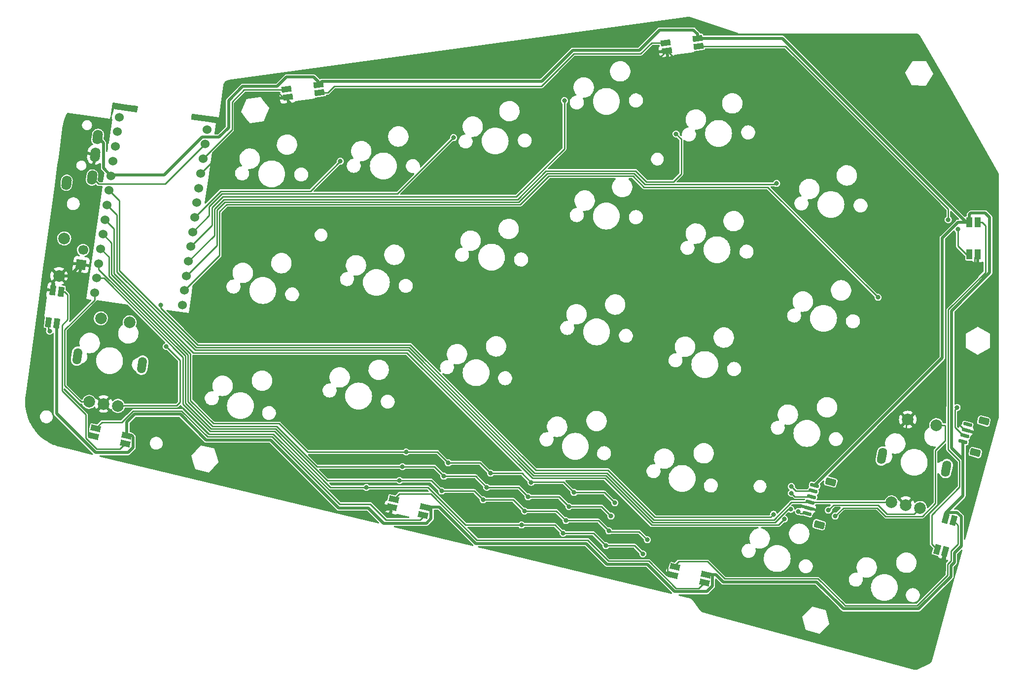
<source format=gbr>
%TF.GenerationSoftware,KiCad,Pcbnew,(6.0.5)*%
%TF.CreationDate,2022-07-31T14:46:34+09:00*%
%TF.ProjectId,ergotonic_f24-pcb-left,6572676f-746f-46e6-9963-5f6632342d70,rev?*%
%TF.SameCoordinates,Original*%
%TF.FileFunction,Copper,L1,Top*%
%TF.FilePolarity,Positive*%
%FSLAX46Y46*%
G04 Gerber Fmt 4.6, Leading zero omitted, Abs format (unit mm)*
G04 Created by KiCad (PCBNEW (6.0.5)) date 2022-07-31 14:46:34*
%MOMM*%
%LPD*%
G01*
G04 APERTURE LIST*
G04 Aperture macros list*
%AMRoundRect*
0 Rectangle with rounded corners*
0 $1 Rounding radius*
0 $2 $3 $4 $5 $6 $7 $8 $9 X,Y pos of 4 corners*
0 Add a 4 corners polygon primitive as box body*
4,1,4,$2,$3,$4,$5,$6,$7,$8,$9,$2,$3,0*
0 Add four circle primitives for the rounded corners*
1,1,$1+$1,$2,$3*
1,1,$1+$1,$4,$5*
1,1,$1+$1,$6,$7*
1,1,$1+$1,$8,$9*
0 Add four rect primitives between the rounded corners*
20,1,$1+$1,$2,$3,$4,$5,0*
20,1,$1+$1,$4,$5,$6,$7,0*
20,1,$1+$1,$6,$7,$8,$9,0*
20,1,$1+$1,$8,$9,$2,$3,0*%
%AMHorizOval*
0 Thick line with rounded ends*
0 $1 width*
0 $2 $3 position (X,Y) of the first rounded end (center of the circle)*
0 $4 $5 position (X,Y) of the second rounded end (center of the circle)*
0 Add line between two ends*
20,1,$1,$2,$3,$4,$5,0*
0 Add two circle primitives to create the rounded ends*
1,1,$1,$2,$3*
1,1,$1,$4,$5*%
%AMRotRect*
0 Rectangle, with rotation*
0 The origin of the aperture is its center*
0 $1 length*
0 $2 width*
0 $3 Rotation angle, in degrees counterclockwise*
0 Add horizontal line*
21,1,$1,$2,0,0,$3*%
G04 Aperture macros list end*
%TA.AperFunction,ComponentPad*%
%ADD10C,1.524000*%
%TD*%
%TA.AperFunction,SMDPad,CuDef*%
%ADD11RotRect,1.700000X1.000000X262.000000*%
%TD*%
%TA.AperFunction,SMDPad,CuDef*%
%ADD12RotRect,1.700000X1.000000X8.000000*%
%TD*%
%TA.AperFunction,SMDPad,CuDef*%
%ADD13RotRect,1.700000X1.000000X74.880000*%
%TD*%
%TA.AperFunction,SMDPad,CuDef*%
%ADD14RotRect,1.700000X1.000000X346.500000*%
%TD*%
%TA.AperFunction,SMDPad,CuDef*%
%ADD15R,1.000000X1.700000*%
%TD*%
%TA.AperFunction,ComponentPad*%
%ADD16HorizOval,1.700000X-0.055669X-0.396107X0.055669X0.396107X0*%
%TD*%
%TA.AperFunction,ComponentPad*%
%ADD17C,2.000000*%
%TD*%
%TA.AperFunction,ComponentPad*%
%ADD18HorizOval,1.500000X0.090463X0.643674X-0.090463X-0.643674X0*%
%TD*%
%TA.AperFunction,SMDPad,CuDef*%
%ADD19RoundRect,0.150000X-0.564237X0.307833X-0.642490X0.018219X0.564237X-0.307833X0.642490X-0.018219X0*%
%TD*%
%TA.AperFunction,ComponentPad*%
%ADD20RoundRect,0.249600X-0.536485X0.507921X-0.719283X-0.168618X0.536485X-0.507921X0.719283X0.168618X0*%
%TD*%
%TA.AperFunction,ComponentPad*%
%ADD21RotRect,1.700000X1.700000X172.000000*%
%TD*%
%TA.AperFunction,ComponentPad*%
%ADD22HorizOval,1.700000X0.000000X0.000000X0.000000X0.000000X0*%
%TD*%
%TA.AperFunction,ComponentPad*%
%ADD23HorizOval,1.500000X0.125473X0.637775X-0.125473X-0.637775X0*%
%TD*%
%TA.AperFunction,ViaPad*%
%ADD24C,0.800000*%
%TD*%
%TA.AperFunction,Conductor*%
%ADD25C,0.250000*%
%TD*%
%TA.AperFunction,Conductor*%
%ADD26C,0.500000*%
%TD*%
G04 APERTURE END LIST*
D10*
%TO.P,U1,1,TX0/D3*%
%TO.N,DATA*%
X-138312279Y-23206283D03*
%TO.P,U1,2,RX1/D2*%
%TO.N,LED*%
X-138665778Y-25721563D03*
%TO.P,U1,3,GND*%
%TO.N,GND*%
X-139019278Y-28236844D03*
%TO.P,U1,4,GND*%
X-139372778Y-30752125D03*
%TO.P,U1,5,2/D1/SDA*%
%TO.N,C1*%
X-139726278Y-33267406D03*
%TO.P,U1,6,3/D0/SCL*%
%TO.N,C2*%
X-140079777Y-35782687D03*
%TO.P,U1,7,4/D4*%
%TO.N,C3*%
X-140433277Y-38297968D03*
%TO.P,U1,8,5/C6*%
%TO.N,C4*%
X-140786777Y-40813249D03*
%TO.P,U1,9,6/D7*%
%TO.N,C5*%
X-141140276Y-43328530D03*
%TO.P,U1,10,7/E6*%
%TO.N,C6*%
X-141493776Y-45843811D03*
%TO.P,U1,11,8/B4*%
%TO.N,C7*%
X-141847276Y-48359092D03*
%TO.P,U1,12,9/B5*%
%TO.N,RE1B*%
X-142200775Y-50874372D03*
%TO.P,U1,13,B6/10*%
%TO.N,RE1A*%
X-157272655Y-48756158D03*
%TO.P,U1,14,B2/16*%
%TO.N,R4*%
X-156919156Y-46240877D03*
%TO.P,U1,15,B3/14*%
%TO.N,R3*%
X-156565656Y-43725596D03*
%TO.P,U1,16,B1/15*%
%TO.N,R2*%
X-156212156Y-41210315D03*
%TO.P,U1,17,F7/A0*%
%TO.N,R1*%
X-155858657Y-38695034D03*
%TO.P,U1,18,F6/A1*%
%TO.N,ENC_PUSH*%
X-155505157Y-36179753D03*
%TO.P,U1,19,F5/A2*%
%TO.N,ENC_B*%
X-155151657Y-33664472D03*
%TO.P,U1,20,F4/A3*%
%TO.N,ENC_A*%
X-154798158Y-31149192D03*
%TO.P,U1,21,VCC*%
%TO.N,VCC*%
X-154444658Y-28633911D03*
%TO.P,U1,22,RST*%
%TO.N,RESET*%
X-154091158Y-26118630D03*
%TO.P,U1,23,GND*%
%TO.N,GND*%
X-153737658Y-23603349D03*
%TO.P,U1,24,RAW*%
%TO.N,unconnected-(U1-Pad24)*%
X-153384159Y-21088068D03*
%TO.P,U1,25,BAT-*%
%TO.N,GND*%
X-153030659Y-18572787D03*
%TO.P,U1,26,BAT+*%
%TO.N,BAT*%
X-137958779Y-20691002D03*
%TD*%
D11*
%TO.P,LED_7,1,VDD*%
%TO.N,VCC*%
X-163820538Y-53985658D03*
%TO.P,LED_7,2,DOUT*%
%TO.N,LED_EXT*%
X-165206914Y-53790816D03*
%TO.P,LED_7,3,VSS*%
%TO.N,GND*%
X-164441462Y-48344342D03*
%TO.P,LED_7,4,DIN*%
%TO.N,Net-(LED_6-Pad2)*%
X-163055086Y-48539184D03*
%TD*%
D12*
%TO.P,LED_1,1,VDD*%
%TO.N,VCC*%
X-53747184Y-5032086D03*
%TO.P,LED_1,2,DOUT*%
%TO.N,Net-(LED_1-Pad2)*%
X-53552342Y-6418462D03*
%TO.P,LED_1,3,VSS*%
%TO.N,GND*%
X-58998816Y-7183914D03*
%TO.P,LED_1,4,DIN*%
%TO.N,Net-(LED_0-Pad2)*%
X-59193658Y-5797538D03*
%TD*%
D13*
%TO.P,LED_3,1,VDD*%
%TO.N,VCC*%
X-11147453Y-87501611D03*
%TO.P,LED_3,2,DOUT*%
%TO.N,Net-(LED_3-Pad2)*%
X-9795919Y-87866790D03*
%TO.P,LED_3,3,VSS*%
%TO.N,GND*%
X-11230547Y-93176389D03*
%TO.P,LED_3,4,DIN*%
%TO.N,Net-(LED_2-Pad2)*%
X-12582081Y-92811210D03*
%TD*%
D14*
%TO.P,LED_5,1,VDD*%
%TO.N,VCC*%
X-100542571Y-85536316D03*
%TO.P,LED_5,2,DOUT*%
%TO.N,Net-(LED_5-Pad2)*%
X-100869394Y-86897634D03*
%TO.P,LED_5,3,VSS*%
%TO.N,GND*%
X-106217429Y-85613684D03*
%TO.P,LED_5,4,DIN*%
%TO.N,Net-(LED_4-Pad2)*%
X-105890606Y-84252366D03*
%TD*%
D15*
%TO.P,LED_2,1,VDD*%
%TO.N,VCC*%
X-7022000Y-36647000D03*
%TO.P,LED_2,2,DOUT*%
%TO.N,Net-(LED_2-Pad2)*%
X-5622000Y-36647000D03*
%TO.P,LED_2,3,VSS*%
%TO.N,GND*%
X-5622000Y-42147000D03*
%TO.P,LED_2,4,DIN*%
%TO.N,Net-(LED_1-Pad2)*%
X-7022000Y-42147000D03*
%TD*%
D16*
%TO.P,TRRS1,A*%
%TO.N,unconnected-(TRRS1-PadA)*%
X-162084806Y-29856900D03*
%TO.P,TRRS1,B*%
%TO.N,VCC*%
X-156742708Y-22024148D03*
%TO.P,TRRS1,C*%
%TO.N,GND*%
X-157160228Y-24994952D03*
%TO.P,TRRS1,D*%
%TO.N,DATA*%
X-157716920Y-28956025D03*
%TD*%
D17*
%TO.P,RE1,A,A*%
%TO.N,RE1A*%
X-158218468Y-67489078D03*
%TO.P,RE1,B,B*%
%TO.N,RE1B*%
X-153267128Y-68184943D03*
%TO.P,RE1,C,C*%
%TO.N,GND*%
X-155742798Y-67837011D03*
D18*
%TO.P,RE1,MP*%
%TO.N,N/C*%
X-149153499Y-61189369D03*
X-160244501Y-59630631D03*
D17*
%TO.P,RE1,S1,S1*%
%TO.N,C1*%
X-151249118Y-53826056D03*
%TO.P,RE1,S2,S2*%
%TO.N,D4*%
X-156200458Y-53130191D03*
%TD*%
D19*
%TO.P,J3,1,Pin_1*%
%TO.N,VCC*%
X-33627027Y-81844931D03*
%TO.P,J3,2,Pin_2*%
%TO.N,ENC_PUSH*%
X-33887868Y-82810313D03*
%TO.P,J3,3,Pin_3*%
%TO.N,ENC_B*%
X-34148710Y-83775694D03*
%TO.P,J3,4,Pin_4*%
%TO.N,ENC_A*%
X-34409551Y-84741076D03*
%TO.P,J3,5,Pin_5*%
%TO.N,GND*%
X-34670393Y-85706457D03*
%TO.P,J3,6,Pin_6*%
%TO.N,LED_EXT*%
X-34931234Y-86671839D03*
D20*
%TO.P,J3,MP*%
%TO.N,N/C*%
X-30850344Y-81248560D03*
X-32832740Y-88585460D03*
%TD*%
D21*
%TO.P,BAT1,1,Pin_1*%
%TO.N,GND*%
X-159600000Y-43900000D03*
D22*
%TO.P,BAT1,2,Pin_2*%
%TO.N,BAT*%
X-159246500Y-41384719D03*
%TD*%
D14*
%TO.P,LED_6,1,VDD*%
%TO.N,VCC*%
X-151725571Y-73329316D03*
%TO.P,LED_6,2,DOUT*%
%TO.N,Net-(LED_6-Pad2)*%
X-152052394Y-74690634D03*
%TO.P,LED_6,3,VSS*%
%TO.N,GND*%
X-157400429Y-73406684D03*
%TO.P,LED_6,4,DIN*%
%TO.N,Net-(LED_5-Pad2)*%
X-157073606Y-72045366D03*
%TD*%
%TO.P,LED_4,1,VDD*%
%TO.N,VCC*%
X-52237571Y-97138316D03*
%TO.P,LED_4,2,DOUT*%
%TO.N,Net-(LED_4-Pad2)*%
X-52564394Y-98499634D03*
%TO.P,LED_4,3,VSS*%
%TO.N,GND*%
X-57912429Y-97215684D03*
%TO.P,LED_4,4,DIN*%
%TO.N,Net-(LED_3-Pad2)*%
X-57585606Y-95854366D03*
%TD*%
D19*
%TO.P,J1,1,Pin_1*%
%TO.N,unconnected-(J1-Pad1)*%
X-7339868Y-71389313D03*
%TO.P,J1,2,Pin_2*%
%TO.N,GND*%
X-7600710Y-72354694D03*
%TO.P,J1,3,Pin_3*%
%TO.N,DATA*%
X-7861551Y-73320076D03*
%TO.P,J1,4,Pin_4*%
%TO.N,VCC*%
X-8122393Y-74285457D03*
D20*
%TO.P,J1,MP*%
%TO.N,N/C*%
X-4563186Y-70792941D03*
X-6023898Y-76199078D03*
%TD*%
D12*
%TO.P,LED_0,1,VDD*%
%TO.N,VCC*%
X-118840184Y-12994086D03*
%TO.P,LED_0,2,DOUT*%
%TO.N,Net-(LED_0-Pad2)*%
X-118645342Y-14380462D03*
%TO.P,LED_0,3,VSS*%
%TO.N,GND*%
X-124091816Y-15145914D03*
%TO.P,LED_0,4,DIN*%
%TO.N,LED*%
X-124286658Y-13759538D03*
%TD*%
D17*
%TO.P,SW_RESET1,1,1*%
%TO.N,RESET*%
X-162485687Y-39408629D03*
%TO.P,SW_RESET1,2,2*%
%TO.N,GND*%
X-163390313Y-45845371D03*
%TD*%
%TO.P,RE2,A,A*%
%TO.N,ENC_A*%
X-20423747Y-84751349D03*
%TO.P,RE2,B,B*%
%TO.N,ENC_B*%
X-15517789Y-85716527D03*
%TO.P,RE2,C,C*%
%TO.N,GND*%
X-17970768Y-85233938D03*
D23*
%TO.P,RE2,MP*%
%TO.N,N/C*%
X-11028326Y-78956000D03*
X-22017674Y-76794000D03*
D17*
%TO.P,RE2,S1,S1*%
%TO.N,ENC_PUSH*%
X-12718770Y-71489247D03*
%TO.P,RE2,S2,S2*%
%TO.N,GND*%
X-17624729Y-70524069D03*
%TD*%
D24*
%TO.N,R1*%
X-67945000Y-84836000D03*
X-82300000Y-81300000D03*
X-89281000Y-79756000D03*
X-74930000Y-83058000D03*
X-96520000Y-77978000D03*
X-103759000Y-76100000D03*
%TO.N,R2*%
X-75819000Y-85471000D03*
X-89916000Y-82169000D03*
X-68580000Y-87122000D03*
X-97282000Y-80264000D03*
X-104394000Y-78613000D03*
X-82804000Y-83820000D03*
%TO.N,R3*%
X-90551000Y-84328000D03*
X-97663000Y-82804000D03*
X-76327000Y-87884000D03*
X-83439000Y-86233000D03*
X-104900000Y-81000000D03*
X-68961000Y-89662000D03*
X-62357000Y-91186000D03*
%TO.N,R4*%
X-69469000Y-92202000D03*
X-76800000Y-90051479D03*
X-63119000Y-93599000D03*
X-83947000Y-88646000D03*
X-110600000Y-82200000D03*
%TO.N,GND*%
X-120777000Y-68707000D03*
X-100457000Y-9906000D03*
X-97400000Y-89200000D03*
X-125476000Y-79883000D03*
X-107442000Y-85979000D03*
X-50292000Y-89374010D03*
X-137541000Y-51562000D03*
X-73533000Y-95123000D03*
X-8750000Y-69450000D03*
X-92075000Y-89662000D03*
X-6096000Y-43815000D03*
X-126300000Y-55800000D03*
X-32766000Y-59182000D03*
X-10795000Y-37211000D03*
X-64389000Y-78867000D03*
X-50165000Y-47371000D03*
X-21717000Y-108585000D03*
X-165862000Y-64770000D03*
%TO.N,DATA*%
X-9150000Y-68450000D03*
%TO.N,ENC_B*%
X-31242000Y-86106000D03*
X-37592000Y-83185000D03*
X-37719000Y-85941500D03*
%TO.N,ENC_PUSH*%
X-38807808Y-87625500D03*
X-37592000Y-82042000D03*
X-30099000Y-87122000D03*
%TO.N,Net-(LED_1-Pad2)*%
X-10668000Y-36195000D03*
X-9017000Y-37846000D03*
%TO.N,LED_EXT*%
X-40700000Y-86800000D03*
X-145900000Y-50900000D03*
X-165000000Y-55350000D03*
X-36400000Y-86300000D03*
%TO.N,RE1B*%
X-144976911Y-57981911D03*
%TO.N,C7*%
X-22733000Y-49530000D03*
%TO.N,C2*%
X-115062000Y-26162000D03*
%TO.N,C3*%
X-95631000Y-22098000D03*
%TO.N,C4*%
X-76581000Y-15748000D03*
%TO.N,C5*%
X-57404000Y-21463000D03*
%TO.N,C6*%
X-40132000Y-29972000D03*
%TD*%
D25*
%TO.N,R1*%
X-74930000Y-83058000D02*
X-76708000Y-81280000D01*
X-89281000Y-79756000D02*
X-83844000Y-79756000D01*
X-98398000Y-76100000D02*
X-103759000Y-76100000D01*
X-76708000Y-81280000D02*
X-82280000Y-81280000D01*
X-69723000Y-83058000D02*
X-67945000Y-84836000D01*
X-96520000Y-77978000D02*
X-98398000Y-76100000D01*
X-82280000Y-81280000D02*
X-82300000Y-81300000D01*
X-155858657Y-38695034D02*
X-154383533Y-40170158D01*
X-83844000Y-79756000D02*
X-82300000Y-81300000D01*
X-140794533Y-59232579D02*
X-140794534Y-67252225D01*
X-125581066Y-71218934D02*
X-120700000Y-76100000D01*
X-136827825Y-71218934D02*
X-125581066Y-71218934D01*
X-91059000Y-77978000D02*
X-89281000Y-79756000D01*
X-74930000Y-83058000D02*
X-69723000Y-83058000D01*
X-154383533Y-40170158D02*
X-154383533Y-45643578D01*
X-154383533Y-45643578D02*
X-140794533Y-59232579D01*
X-120700000Y-76100000D02*
X-103759000Y-76100000D01*
X-96520000Y-77978000D02*
X-91059000Y-77978000D01*
X-140794534Y-67252225D02*
X-136827825Y-71218934D01*
%TO.N,R2*%
X-97282000Y-80264000D02*
X-91821000Y-80264000D01*
X-141244044Y-59418772D02*
X-141244045Y-67438418D01*
X-98933000Y-78613000D02*
X-97282000Y-80264000D01*
X-141244045Y-67438418D02*
X-137014018Y-71668445D01*
X-137014018Y-71668445D02*
X-126017254Y-71668448D01*
X-89916000Y-82169000D02*
X-84455000Y-82169000D01*
X-77470000Y-83820000D02*
X-75819000Y-85471000D01*
X-75819000Y-85471000D02*
X-70231000Y-85471000D01*
X-156212156Y-41210315D02*
X-154833044Y-42589427D01*
X-84455000Y-82169000D02*
X-82804000Y-83820000D01*
X-82804000Y-83820000D02*
X-77470000Y-83820000D01*
X-154833044Y-45829771D02*
X-141244044Y-59418772D01*
X-70231000Y-85471000D02*
X-68580000Y-87122000D01*
X-119072702Y-78613000D02*
X-104394000Y-78613000D01*
X-104394000Y-78613000D02*
X-98933000Y-78613000D01*
X-126017254Y-71668448D02*
X-119072702Y-78613000D01*
X-91821000Y-80264000D02*
X-89916000Y-82169000D01*
X-154833044Y-42589427D02*
X-154833044Y-45829771D01*
%TO.N,R3*%
X-117321406Y-81000000D02*
X-104900000Y-81000000D01*
X-156565656Y-43725596D02*
X-156565656Y-44732864D01*
X-63754000Y-89789000D02*
X-62357000Y-91186000D01*
X-92075000Y-82804000D02*
X-90551000Y-84328000D01*
X-97663000Y-82804000D02*
X-99467000Y-81000000D01*
X-90551000Y-84328000D02*
X-85344000Y-84328000D01*
X-126203448Y-72117958D02*
X-117321406Y-81000000D01*
X-68961000Y-89662000D02*
X-68834000Y-89789000D01*
X-70739000Y-87884000D02*
X-68961000Y-89662000D01*
X-137268496Y-72117956D02*
X-126203448Y-72117958D01*
X-141693556Y-67692896D02*
X-137268496Y-72117956D01*
X-141693555Y-59604965D02*
X-141693556Y-67692896D01*
X-77978000Y-86233000D02*
X-76327000Y-87884000D01*
X-99467000Y-81000000D02*
X-104900000Y-81000000D01*
X-97663000Y-82804000D02*
X-92075000Y-82804000D01*
X-68834000Y-89789000D02*
X-63754000Y-89789000D01*
X-83439000Y-86233000D02*
X-77978000Y-86233000D01*
X-156565656Y-44732864D02*
X-141693555Y-59604965D01*
X-76327000Y-87884000D02*
X-70739000Y-87884000D01*
X-85344000Y-84328000D02*
X-83439000Y-86233000D01*
%TO.N,R4*%
X-100000000Y-82200000D02*
X-110600000Y-82200000D01*
X-64516000Y-92202000D02*
X-63119000Y-93599000D01*
X-83947000Y-88646000D02*
X-93554000Y-88646000D01*
X-71590499Y-90080501D02*
X-76770978Y-90080501D01*
X-137454689Y-72567467D02*
X-126389642Y-72567468D01*
X-156919156Y-46240877D02*
X-155693347Y-46240877D01*
X-76770978Y-90080501D02*
X-76800000Y-90051479D01*
X-142143067Y-67879089D02*
X-137454689Y-72567467D01*
X-83947000Y-88646000D02*
X-78205479Y-88646000D01*
X-116757110Y-82200000D02*
X-110600000Y-82200000D01*
X-78205479Y-88646000D02*
X-76800000Y-90051479D01*
X-142143066Y-59791158D02*
X-142143067Y-67879089D01*
X-126389642Y-72567468D02*
X-116757110Y-82200000D01*
X-69469000Y-92202000D02*
X-64516000Y-92202000D01*
X-69469000Y-92202000D02*
X-71590499Y-90080501D01*
X-155693347Y-46240877D02*
X-142143066Y-59791158D01*
X-93554000Y-88646000D02*
X-100000000Y-82200000D01*
D26*
%TO.N,VCC*%
X-11692022Y-59909926D02*
X-11692022Y-39319645D01*
X-51363418Y-97138316D02*
X-52237571Y-97138316D01*
X-63745978Y-7103978D02*
X-60242000Y-3600000D01*
X-9019377Y-36647000D02*
X-7691000Y-36647000D01*
X-99476637Y-87535000D02*
X-99476637Y-85728097D01*
X-50622551Y-97138316D02*
X-52237571Y-97138316D01*
X-57659489Y-100074511D02*
X-52109148Y-100074511D01*
X-150851418Y-73329316D02*
X-151725571Y-73329316D01*
X-4318000Y-35052000D02*
X-6777000Y-35052000D01*
X-53747184Y-4291816D02*
X-53747184Y-5032086D01*
X-15773827Y-103038771D02*
X-28660242Y-103038771D01*
X-138114844Y-74041000D02*
X-127000000Y-74041000D01*
X-154444658Y-28633911D02*
X-155742772Y-27335797D01*
X-7022000Y-35297000D02*
X-7022000Y-36647000D01*
X-163820538Y-53985658D02*
X-163820538Y-69488989D01*
X-118840184Y-12994086D02*
X-118252706Y-12406608D01*
X-135894772Y-21994772D02*
X-138814104Y-21994772D01*
X-29260105Y-102438907D02*
X-29260105Y-102438896D01*
X-60242000Y-3600000D02*
X-54439000Y-3600000D01*
X-118840184Y-12994086D02*
X-118840184Y-12489172D01*
X-49335867Y-98425000D02*
X-50622551Y-97138316D01*
X-155742772Y-23024084D02*
X-156742708Y-22024148D01*
X-118252706Y-12406608D02*
X-80478607Y-12406608D01*
X-124300000Y-11700000D02*
X-125900000Y-13300000D01*
X-150659637Y-75328000D02*
X-150659637Y-73521097D01*
X-8425489Y-92225489D02*
X-9627110Y-93427110D01*
X-125900000Y-13300000D02*
X-131842199Y-13300000D01*
X-142555844Y-69600000D02*
X-138114844Y-74041000D01*
X-151725571Y-70925571D02*
X-150400000Y-69600000D01*
X-134247031Y-15704832D02*
X-134247031Y-20347031D01*
X-39176231Y-5032086D02*
X-53747184Y-5032086D01*
X-11147453Y-86621130D02*
X-10992598Y-86466275D01*
X-100542571Y-85536316D02*
X-98111870Y-85536316D01*
X-51171637Y-97330097D02*
X-51363418Y-97138316D01*
X-51171637Y-99137000D02*
X-51171637Y-97330097D01*
X-7691000Y-36647000D02*
X-7691000Y-36517317D01*
X-10992598Y-86466275D02*
X-9166157Y-86466275D01*
X-3556000Y-35814000D02*
X-4318000Y-35052000D01*
X-107651850Y-88331511D02*
X-100273148Y-88331511D01*
X-11147453Y-87501611D02*
X-11147453Y-86621130D01*
X-3556000Y-45304814D02*
X-3556000Y-35814000D01*
X-115316000Y-85725000D02*
X-110258361Y-85725000D01*
X-118840184Y-12489172D02*
X-119629356Y-11700000D01*
X-8128000Y-77343000D02*
X-8128000Y-74291064D01*
X-33274000Y-98425000D02*
X-49335867Y-98425000D01*
X-10099511Y-68587029D02*
X-10093489Y-68581008D01*
X-10099511Y-75371489D02*
X-10099511Y-68587029D01*
X-98111870Y-85536316D02*
X-91848186Y-91800000D01*
X-9627110Y-95027110D02*
X-10206516Y-95606516D01*
X-80478607Y-12406608D02*
X-75175977Y-7103978D01*
X-119629356Y-11700000D02*
X-124300000Y-11700000D01*
X-157109527Y-76200000D02*
X-151531637Y-76200000D01*
X-10093489Y-68581008D02*
X-10093489Y-51842303D01*
X-131842199Y-13300000D02*
X-134247031Y-15704832D01*
X-8128000Y-74291064D02*
X-8122393Y-74285457D01*
X-62357000Y-95377000D02*
X-57659489Y-100074511D01*
X-154310747Y-28500000D02*
X-154444658Y-28633911D01*
X-145319332Y-28500000D02*
X-154310747Y-28500000D01*
X-155742772Y-27335797D02*
X-155742772Y-23024084D01*
X-8128000Y-77343000D02*
X-10099511Y-75371489D01*
X-99668418Y-85536316D02*
X-100542571Y-85536316D01*
X-9166157Y-86466275D02*
X-8425489Y-87206943D01*
X-91848186Y-91800000D02*
X-72843185Y-91800000D01*
X-110258361Y-85725000D02*
X-107651850Y-88331511D01*
X-127000000Y-74041000D02*
X-115316000Y-85725000D01*
X-10206516Y-95606516D02*
X-10206516Y-97471459D01*
X-151531637Y-76200000D02*
X-150659637Y-75328000D01*
X-28660242Y-103038771D02*
X-29260105Y-102438907D01*
X-151725571Y-73329316D02*
X-151725571Y-70925571D01*
X-8425489Y-87206943D02*
X-8425489Y-92225489D01*
X-150659637Y-73521097D02*
X-150851418Y-73329316D01*
X-163820538Y-69488989D02*
X-157109527Y-76200000D01*
X-10093489Y-51842303D02*
X-3556000Y-45304814D01*
X-11692022Y-39319645D02*
X-9019377Y-36647000D01*
X-7022000Y-36647000D02*
X-7691000Y-36647000D01*
X-8128000Y-83601677D02*
X-8128000Y-77343000D01*
X-138814104Y-21994772D02*
X-145319332Y-28500000D01*
X-52109148Y-100074511D02*
X-51171637Y-99137000D01*
X-29260105Y-102438896D02*
X-33274000Y-98425000D01*
X-10206516Y-97471459D02*
X-15773827Y-103038771D01*
X-11147453Y-86621130D02*
X-8128000Y-83601677D01*
X-69266185Y-95377000D02*
X-62357000Y-95377000D01*
X-7691000Y-36517317D02*
X-39176231Y-5032086D01*
X-75175977Y-7103978D02*
X-63745978Y-7103978D01*
X-100273148Y-88331511D02*
X-99476637Y-87535000D01*
X-72843185Y-91800000D02*
X-69266185Y-95377000D01*
X-54439000Y-3600000D02*
X-53747184Y-4291816D01*
X-9627110Y-93427110D02*
X-9627110Y-95027110D01*
X-6777000Y-35052000D02*
X-7022000Y-35297000D01*
X-99476637Y-85728097D02*
X-99668418Y-85536316D01*
X-33627027Y-81844931D02*
X-11692022Y-59909926D01*
X-134247031Y-20347031D02*
X-135894772Y-21994772D01*
X-150400000Y-69600000D02*
X-142555844Y-69600000D01*
D25*
%TO.N,GND*%
X-11230547Y-93176389D02*
X-11230547Y-96482361D01*
X-37356500Y-8300000D02*
X-12065000Y-33591500D01*
X-137652773Y-73016978D02*
X-141993772Y-68675979D01*
X-131443511Y-14349511D02*
X-133223000Y-16129000D01*
X-11117511Y-51418140D02*
X-11117511Y-64016851D01*
X-141993772Y-68675979D02*
X-142031679Y-68675979D01*
X-6096000Y-43815000D02*
X-6096000Y-42621000D01*
X-58786582Y-97215684D02*
X-57912429Y-97215684D01*
X-133223000Y-16129000D02*
X-133223000Y-22440566D01*
X-17970768Y-85233938D02*
X-19915853Y-83288853D01*
X-5622000Y-42147000D02*
X-5622000Y-45922629D01*
X-11230547Y-96482361D02*
X-15422109Y-100673923D01*
X-118635000Y-16400000D02*
X-123300000Y-16400000D01*
X-68842022Y-94352978D02*
X-61932836Y-94352979D01*
X-142031679Y-68675979D02*
X-142131680Y-68575978D01*
X-57882730Y-8300000D02*
X-37356500Y-8300000D01*
X-80339814Y-13716000D02*
X-115951000Y-13716000D01*
X-16197994Y-102014740D02*
X-28236074Y-102014740D01*
X-15422109Y-101238855D02*
X-16197994Y-102014740D01*
X-12065000Y-35941000D02*
X-10795000Y-37211000D01*
D26*
X-163390313Y-45845371D02*
X-164441462Y-46896520D01*
D25*
X-7600710Y-72354694D02*
X-7846608Y-72354694D01*
X-5622000Y-45922629D02*
X-11117511Y-51418140D01*
X-59942902Y-8128000D02*
X-74751814Y-8128000D01*
X-34670393Y-85706457D02*
X-33927543Y-85706457D01*
X-74751814Y-8128000D02*
X-80339814Y-13716000D01*
X-125746572Y-14349511D02*
X-131443511Y-14349511D01*
X-106217429Y-85613684D02*
X-108696316Y-85613684D01*
X-150824164Y-68575979D02*
X-151824164Y-69575978D01*
X-8750000Y-71451302D02*
X-8750000Y-69450000D01*
X-115951000Y-13716000D02*
X-118635000Y-16400000D01*
X-11117511Y-64016851D02*
X-17624729Y-70524069D01*
X-124950169Y-15145914D02*
X-125746572Y-14349511D01*
X-7846608Y-72354694D02*
X-8750000Y-71451302D01*
X-108696316Y-85613684D02*
X-109736022Y-84573978D01*
X-155742798Y-67837011D02*
X-158341363Y-70435576D01*
X-58853363Y-97148903D02*
X-58786582Y-97215684D01*
X-12065000Y-33591500D02*
X-12065000Y-35941000D01*
X-58035076Y-94450489D02*
X-58853363Y-95268776D01*
X-158341363Y-70435576D02*
X-158341363Y-73339903D01*
D26*
X-161545371Y-45845371D02*
X-159600000Y-43900000D01*
D25*
X-32849837Y-97400978D02*
X-48911703Y-97400978D01*
X-133223000Y-22440566D02*
X-139019278Y-28236844D01*
X-6096000Y-42621000D02*
X-5622000Y-42147000D01*
X-115018836Y-84573978D02*
X-126575836Y-73016978D01*
D26*
X-163390313Y-45845371D02*
X-161545371Y-45845371D01*
D25*
X-17896509Y-70795849D02*
X-17896509Y-75423760D01*
X-17624729Y-70524069D02*
X-17896509Y-70795849D01*
X-109736022Y-84573978D02*
X-115018836Y-84573978D01*
X-123300000Y-16400000D02*
X-124091816Y-15608184D01*
X-48911703Y-97400978D02*
X-51862192Y-94450489D01*
X-126575836Y-73016978D02*
X-137652773Y-73016978D01*
X-51862192Y-94450489D02*
X-58035076Y-94450489D01*
X-151824164Y-69575978D02*
X-154003831Y-69575978D01*
D26*
X-164441462Y-46896520D02*
X-164441462Y-48344342D01*
D25*
X-58998816Y-7183914D02*
X-59942902Y-8128000D01*
X-124091816Y-15145914D02*
X-124950169Y-15145914D01*
X-158341363Y-73339903D02*
X-158274582Y-73406684D01*
X-107442000Y-85979000D02*
X-106582745Y-85979000D01*
X-28236074Y-102014740D02*
X-32849837Y-97400978D01*
X-59070131Y-97215684D02*
X-57912429Y-97215684D01*
X-124091816Y-15608184D02*
X-124091816Y-15145914D01*
X-158274582Y-73406684D02*
X-157400429Y-73406684D01*
X-31497182Y-88136818D02*
X-31497182Y-96048323D01*
X-92075000Y-89662000D02*
X-90961022Y-90775978D01*
X-58998816Y-7183914D02*
X-57882730Y-8300000D01*
X-19812000Y-77339251D02*
X-19812000Y-83392706D01*
X-106582745Y-85979000D02*
X-106217429Y-85613684D01*
X-154003831Y-69575978D02*
X-155742798Y-67837011D01*
X-19812000Y-83392706D02*
X-17970768Y-85233938D01*
X-15422109Y-100673923D02*
X-15422109Y-101238855D01*
X-72419021Y-90775979D02*
X-68842022Y-94352978D01*
X-142131680Y-68575978D02*
X-150824164Y-68575979D01*
X-33927543Y-85706457D02*
X-31497182Y-88136818D01*
X-90961022Y-90775978D02*
X-72419021Y-90775979D01*
X-58853363Y-95268776D02*
X-58853363Y-97148903D01*
X-17896509Y-75423760D02*
X-19812000Y-77339251D01*
X-61932836Y-94352979D02*
X-59070131Y-97215684D01*
X-31497182Y-96048323D02*
X-32849837Y-97400978D01*
%TO.N,DATA*%
X-156610264Y-30062681D02*
X-145168677Y-30062681D01*
X-145168677Y-30062681D02*
X-138312279Y-23206283D01*
X-9525000Y-68825000D02*
X-9150000Y-68450000D01*
X-157716920Y-28956025D02*
X-156610264Y-30062681D01*
X-7861551Y-73320076D02*
X-8086924Y-73320076D01*
X-8086924Y-73320076D02*
X-9525000Y-71882000D01*
X-9525000Y-71882000D02*
X-9525000Y-68825000D01*
%TO.N,ENC_A*%
X-153035000Y-44958000D02*
X-153035000Y-32912350D01*
X-139843489Y-58149511D02*
X-153035000Y-44958000D01*
X-103254481Y-58149511D02*
X-139843489Y-58149511D01*
X-69286193Y-79699511D02*
X-81704481Y-79699511D01*
X-153035000Y-32912350D02*
X-154798158Y-31149192D01*
X-81704481Y-79699511D02*
X-103254481Y-58149511D01*
X-61236194Y-87749510D02*
X-69286193Y-79699511D01*
X-40624910Y-87749510D02*
X-61236194Y-87749510D01*
X-20423747Y-84751349D02*
X-37626749Y-84751349D01*
X-37626749Y-84751349D02*
X-40624910Y-87749510D01*
%TO.N,ENC_B*%
X-30336860Y-85200860D02*
X-31242000Y-86106000D01*
X-40406907Y-88199999D02*
X-38148408Y-85941500D01*
X-103440674Y-58599022D02*
X-81890674Y-80149022D01*
X-155151657Y-33664472D02*
X-153484510Y-35331619D01*
X-22749140Y-85200860D02*
X-30336860Y-85200860D01*
X-69472386Y-80149022D02*
X-61421409Y-88199999D01*
X-21233473Y-86716527D02*
X-22749140Y-85200860D01*
X-153484510Y-35331619D02*
X-153484510Y-45144194D01*
X-61421409Y-88199999D02*
X-40406907Y-88199999D01*
X-16517789Y-86716527D02*
X-21233473Y-86716527D01*
X-38148408Y-85941500D02*
X-37719000Y-85941500D01*
X-153484510Y-45144194D02*
X-140029683Y-58599021D01*
X-37001306Y-83775694D02*
X-37592000Y-83185000D01*
X-34148710Y-83775694D02*
X-37001306Y-83775694D01*
X-140029683Y-58599021D02*
X-103440674Y-58599022D01*
X-15517789Y-85716527D02*
X-16517789Y-86716527D01*
X-81890674Y-80149022D02*
X-69472386Y-80149022D01*
%TO.N,ENC_PUSH*%
X-39831818Y-88649510D02*
X-38807808Y-87625500D01*
X-28677000Y-85700000D02*
X-30099000Y-87122000D01*
X-33887868Y-82810313D02*
X-36823687Y-82810313D01*
X-11304557Y-71489247D02*
X-11175630Y-71618174D01*
X-140342874Y-59048533D02*
X-103626867Y-59048533D01*
X-12718770Y-71489247D02*
X-11304557Y-71489247D01*
X-11175630Y-71618174D02*
X-11175630Y-74157310D01*
X-69658579Y-80598533D02*
X-61607602Y-88649510D01*
X-155505157Y-36179753D02*
X-153934022Y-37750888D01*
X-61607602Y-88649510D02*
X-39831818Y-88649510D01*
X-12863067Y-84934948D02*
X-15094166Y-87166047D01*
X-36823687Y-82810313D02*
X-37592000Y-82042000D01*
X-11175630Y-74157310D02*
X-12863067Y-75844747D01*
X-12863067Y-75844747D02*
X-12863067Y-84934948D01*
X-103626867Y-59048533D02*
X-82076867Y-80598533D01*
X-21419671Y-87166047D02*
X-22885718Y-85700000D01*
X-82076867Y-80598533D02*
X-69658579Y-80598533D01*
X-153934022Y-37750888D02*
X-153934022Y-45457385D01*
X-22885718Y-85700000D02*
X-28677000Y-85700000D01*
X-153934022Y-45457385D02*
X-140342874Y-59048533D01*
X-15094166Y-87166047D02*
X-21419671Y-87166047D01*
%TO.N,Net-(LED_0-Pad2)*%
X-63508007Y-7678489D02*
X-61627056Y-5797538D01*
X-116137193Y-13266489D02*
X-80526007Y-13266489D01*
X-80526007Y-13266489D02*
X-74938007Y-7678489D01*
X-61627056Y-5797538D02*
X-59193658Y-5797538D01*
X-117251166Y-14380462D02*
X-116137193Y-13266489D01*
X-74938007Y-7678489D02*
X-63508007Y-7678489D01*
X-118645342Y-14380462D02*
X-117251166Y-14380462D01*
%TO.N,LED*%
X-131629717Y-13900000D02*
X-124427120Y-13900000D01*
X-138665778Y-25721563D02*
X-133672520Y-20728305D01*
X-124427120Y-13900000D02*
X-124286658Y-13759538D01*
X-133672520Y-15942803D02*
X-131629717Y-13900000D01*
X-133672520Y-20728305D02*
X-133672520Y-15942803D01*
%TO.N,Net-(LED_1-Pad2)*%
X-9017000Y-37846000D02*
X-9017000Y-40683000D01*
X-9017000Y-40683000D02*
X-7553000Y-42147000D01*
X-53552342Y-6418462D02*
X-38602334Y-6418462D01*
X-7553000Y-42147000D02*
X-7022000Y-42147000D01*
X-38602334Y-6418462D02*
X-10668000Y-34352796D01*
X-10668000Y-34352796D02*
X-10668000Y-36195000D01*
%TO.N,Net-(LED_2-Pad2)*%
X-13500000Y-86906000D02*
X-13500000Y-91893291D01*
X-8725501Y-77634499D02*
X-8725501Y-82131501D01*
X-10674022Y-68349032D02*
X-10674022Y-75685978D01*
X-8725501Y-82131501D02*
X-13500000Y-86906000D01*
X-4300000Y-37219000D02*
X-4300000Y-45236333D01*
X-13500000Y-91893291D02*
X-12582081Y-92811210D01*
X-10668000Y-51604333D02*
X-10668000Y-68343010D01*
X-4300000Y-45236333D02*
X-10668000Y-51604333D01*
X-10674022Y-75685978D02*
X-8725501Y-77634499D01*
X-4872000Y-36647000D02*
X-4300000Y-37219000D01*
X-10668000Y-68343010D02*
X-10674022Y-68349032D01*
X-5622000Y-36647000D02*
X-4872000Y-36647000D01*
%TO.N,Net-(LED_3-Pad2)*%
X-28422271Y-102464260D02*
X-28685594Y-102200937D01*
X-52048385Y-94900000D02*
X-56931240Y-94900000D01*
X-10201621Y-93101621D02*
X-10201621Y-94789139D01*
X-9795919Y-87866790D02*
X-9000000Y-88662709D01*
X-9000000Y-91900000D02*
X-10201621Y-93101621D01*
X-16011797Y-102464260D02*
X-28422271Y-102464260D01*
X-9000000Y-88662709D02*
X-9000000Y-91900000D01*
X-10201621Y-94789139D02*
X-10781027Y-95368545D01*
X-10781027Y-95368545D02*
X-10781027Y-97233490D01*
X-10781027Y-97233490D02*
X-16011797Y-102464260D01*
X-28685594Y-102200925D02*
X-33036030Y-97850489D01*
X-28685594Y-102200937D02*
X-28685594Y-102200925D01*
X-33036030Y-97850489D02*
X-49097896Y-97850489D01*
X-56931240Y-94900000D02*
X-57585606Y-95554366D01*
X-49097896Y-97850489D02*
X-52048385Y-94900000D01*
%TO.N,Net-(LED_4-Pad2)*%
X-52564394Y-98499634D02*
X-53564760Y-99500000D01*
X-53564760Y-99500000D02*
X-57421519Y-99500000D01*
X-57421519Y-99500000D02*
X-62119030Y-94802489D01*
X-99535704Y-83300000D02*
X-104938240Y-83300000D01*
X-104938240Y-83300000D02*
X-105890606Y-84252366D01*
X-62119030Y-94802489D02*
X-69028215Y-94802489D01*
X-91610215Y-91225489D02*
X-99535704Y-83300000D01*
X-69028215Y-94802489D02*
X-72605215Y-91225489D01*
X-72605215Y-91225489D02*
X-91610215Y-91225489D01*
%TO.N,Net-(LED_5-Pad2)*%
X-115205029Y-85023489D02*
X-109922215Y-85023489D01*
X-107188704Y-87757000D02*
X-101392880Y-87757000D01*
X-126762029Y-73466489D02*
X-115205029Y-85023489D01*
X-152612481Y-71000000D02*
X-150637970Y-69025489D01*
X-142317873Y-69025489D02*
X-137876873Y-73466489D01*
X-157073606Y-72045366D02*
X-156028240Y-71000000D01*
X-101392880Y-87757000D02*
X-100869394Y-87233514D01*
X-100869394Y-87233514D02*
X-100869394Y-86897634D01*
X-137876873Y-73466489D02*
X-126762029Y-73466489D01*
X-150637970Y-69025489D02*
X-142317873Y-69025489D01*
X-156028240Y-71000000D02*
X-152612481Y-71000000D01*
X-109922215Y-85023489D02*
X-107188704Y-87757000D01*
%TO.N,Net-(LED_6-Pad2)*%
X-158790883Y-73706163D02*
X-158790883Y-69696636D01*
X-162882520Y-65604998D02*
X-162882520Y-54317480D01*
X-158790883Y-69696636D02*
X-162882520Y-65604998D01*
X-162460816Y-48539184D02*
X-163055086Y-48539184D01*
X-156897046Y-75600000D02*
X-158790883Y-73706163D01*
X-161905563Y-49094437D02*
X-162460816Y-48539184D01*
X-161905563Y-53340523D02*
X-161905563Y-49094437D01*
X-162882520Y-54317480D02*
X-161905563Y-53340523D01*
X-152961760Y-75600000D02*
X-156897046Y-75600000D01*
X-152009394Y-74647634D02*
X-152961760Y-75600000D01*
%TO.N,LED_EXT*%
X-41200000Y-87300000D02*
X-61050000Y-87300000D01*
X-165206914Y-53790816D02*
X-165206914Y-55143086D01*
X-40700000Y-86800000D02*
X-41200000Y-87300000D01*
X-61050000Y-87300000D02*
X-69100000Y-79250000D01*
X-36028161Y-86671839D02*
X-36400000Y-86300000D01*
X-139600000Y-57700000D02*
X-145900000Y-51400000D01*
X-103050000Y-57700000D02*
X-139600000Y-57700000D01*
X-165206914Y-55143086D02*
X-165000000Y-55350000D01*
X-69100000Y-79250000D02*
X-81500000Y-79250000D01*
X-81500000Y-79250000D02*
X-103050000Y-57700000D01*
X-145900000Y-51400000D02*
X-145900000Y-50900000D01*
X-34931234Y-86671839D02*
X-36028161Y-86671839D01*
%TO.N,RE1A*%
X-159586922Y-67489078D02*
X-162433000Y-64643000D01*
X-157272655Y-49972655D02*
X-157272655Y-48756158D01*
X-162433000Y-55133000D02*
X-157272655Y-49972655D01*
X-162433000Y-64643000D02*
X-162433000Y-55133000D01*
X-158218468Y-67489078D02*
X-159586922Y-67489078D01*
%TO.N,RE1B*%
X-144975503Y-57981911D02*
X-144976911Y-57981911D01*
X-153208652Y-68126467D02*
X-143183467Y-68126467D01*
X-153267128Y-68184943D02*
X-153208652Y-68126467D01*
X-142621000Y-60336414D02*
X-144975503Y-57981911D01*
X-143183467Y-68126467D02*
X-142621000Y-67564000D01*
X-142621000Y-67564000D02*
X-142621000Y-60336414D01*
%TO.N,C7*%
X-64823683Y-28712021D02*
X-62935704Y-30600000D01*
X-62935704Y-30600000D02*
X-41663000Y-30600000D01*
X-135799991Y-34799991D02*
X-134600000Y-33600000D01*
X-135799991Y-42311807D02*
X-135799991Y-34799991D01*
X-41663000Y-30600000D02*
X-22733000Y-49530000D01*
X-84200000Y-33600000D02*
X-79312021Y-28712021D01*
X-79312021Y-28712021D02*
X-64823683Y-28712021D01*
X-141847276Y-48359092D02*
X-135799991Y-42311807D01*
X-134600000Y-33600000D02*
X-84200000Y-33600000D01*
%TO.N,C2*%
X-120200000Y-31300000D02*
X-115062000Y-26162000D01*
X-140079777Y-35782687D02*
X-135597090Y-31300000D01*
X-135597090Y-31300000D02*
X-120200000Y-31300000D01*
%TO.N,C3*%
X-137598044Y-35462735D02*
X-140433277Y-38297968D01*
X-137598043Y-33936657D02*
X-137598044Y-35462735D01*
X-135410897Y-31749511D02*
X-137598043Y-33936657D01*
X-105282511Y-31749511D02*
X-135410897Y-31749511D01*
X-95631000Y-22098000D02*
X-105282511Y-31749511D01*
%TO.N,C4*%
X-84829466Y-32251466D02*
X-135277148Y-32251466D01*
X-137148533Y-37175005D02*
X-140786777Y-40813249D01*
X-135277148Y-32251466D02*
X-137148532Y-34122850D01*
X-76581000Y-15748000D02*
X-76581000Y-24003000D01*
X-76581000Y-24003000D02*
X-84829466Y-32251466D01*
X-137148532Y-34122850D02*
X-137148533Y-37175005D01*
%TO.N,C5*%
X-56500000Y-28300000D02*
X-56500000Y-22367000D01*
X-136699021Y-34309043D02*
X-135090956Y-32700978D01*
X-57850489Y-29650489D02*
X-56500000Y-28300000D01*
X-135090956Y-32700978D02*
X-84643272Y-32700976D01*
X-84643272Y-32700976D02*
X-79755295Y-27812999D01*
X-141140276Y-43328530D02*
X-136699022Y-38887276D01*
X-79755295Y-27812999D02*
X-64387000Y-27813000D01*
X-136699022Y-38887276D02*
X-136699021Y-34309043D01*
X-64387000Y-27813000D02*
X-62549511Y-29650489D01*
X-56500000Y-22367000D02*
X-57404000Y-21463000D01*
X-62549511Y-29650489D02*
X-57850489Y-29650489D01*
%TO.N,C6*%
X-84457081Y-33150489D02*
X-79569102Y-28262510D01*
X-136249511Y-34495237D02*
X-134904763Y-33150489D01*
X-62800000Y-30100000D02*
X-40260000Y-30100000D01*
X-64637489Y-28262511D02*
X-62800000Y-30100000D01*
X-40260000Y-30100000D02*
X-40132000Y-29972000D01*
X-134904763Y-33150489D02*
X-84457081Y-33150489D01*
X-141493776Y-45843811D02*
X-136249511Y-40599546D01*
X-136249511Y-40599546D02*
X-136249511Y-34495237D01*
X-79569102Y-28262510D02*
X-64637489Y-28262511D01*
%TD*%
%TA.AperFunction,Conductor*%
%TO.N,GND*%
G36*
X-8345170Y-92886439D02*
G01*
X-8288334Y-92928986D01*
X-8263523Y-92995506D01*
X-8267710Y-93037898D01*
X-8875550Y-95248703D01*
X-9500622Y-97522186D01*
X-9508524Y-97550925D01*
X-9545870Y-97611306D01*
X-9609931Y-97641911D01*
X-9611230Y-97641747D01*
X-9574145Y-97686966D01*
X-9565949Y-97757488D01*
X-9568643Y-97769585D01*
X-13438768Y-111845812D01*
X-13440708Y-111852199D01*
X-13470968Y-111943117D01*
X-13475818Y-111955474D01*
X-13513766Y-112038917D01*
X-13519853Y-112050631D01*
X-13566084Y-112129237D01*
X-13573327Y-112140200D01*
X-13627358Y-112213372D01*
X-13635689Y-112223505D01*
X-13667575Y-112258412D01*
X-13697032Y-112290659D01*
X-13706382Y-112299879D01*
X-13774560Y-112360429D01*
X-13784877Y-112368666D01*
X-13859395Y-112422021D01*
X-13870595Y-112429178D01*
X-13953973Y-112476458D01*
X-13959851Y-112479589D01*
X-15870252Y-113432922D01*
X-15875436Y-113435362D01*
X-15951263Y-113468960D01*
X-15961977Y-113473133D01*
X-16037279Y-113498565D01*
X-16048275Y-113501730D01*
X-16125278Y-113520149D01*
X-16136471Y-113522295D01*
X-16214658Y-113533645D01*
X-16225992Y-113534769D01*
X-16304895Y-113539005D01*
X-16316296Y-113539100D01*
X-16387946Y-113536448D01*
X-16395402Y-113536172D01*
X-16406814Y-113535229D01*
X-16485646Y-113525090D01*
X-16496980Y-113523102D01*
X-16510240Y-113520147D01*
X-16577909Y-113505067D01*
X-16583502Y-113503685D01*
X-50331140Y-104340115D01*
X-35757068Y-104340115D01*
X-35756935Y-104340438D01*
X-35134069Y-106683814D01*
X-35134025Y-106684155D01*
X-35133802Y-106684327D01*
X-35133630Y-106684552D01*
X-35133291Y-106684597D01*
X-32792430Y-107316868D01*
X-32792110Y-107317001D01*
X-32791849Y-107316893D01*
X-32791569Y-107316857D01*
X-32791356Y-107316580D01*
X-31073365Y-105605474D01*
X-31073092Y-105605266D01*
X-31073055Y-105604986D01*
X-31072946Y-105604725D01*
X-31073078Y-105604406D01*
X-31695945Y-103261026D01*
X-31695989Y-103260685D01*
X-31696212Y-103260513D01*
X-31696384Y-103260288D01*
X-31696726Y-103260242D01*
X-31709952Y-103256670D01*
X-31709953Y-103256669D01*
X-34012267Y-102634810D01*
X-34012268Y-102634810D01*
X-34037588Y-102627971D01*
X-34037904Y-102627839D01*
X-34038166Y-102627947D01*
X-34038445Y-102627983D01*
X-34038655Y-102628255D01*
X-34048345Y-102637906D01*
X-35096539Y-103681901D01*
X-35756647Y-104339364D01*
X-35756922Y-104339574D01*
X-35756959Y-104339854D01*
X-35757068Y-104340115D01*
X-50331140Y-104340115D01*
X-52716607Y-103692384D01*
X-52719138Y-103691668D01*
X-52754245Y-103681328D01*
X-52763119Y-103678351D01*
X-52851626Y-103644958D01*
X-52863834Y-103639598D01*
X-52946065Y-103598174D01*
X-52957594Y-103591583D01*
X-53034848Y-103541838D01*
X-53045612Y-103534076D01*
X-53117250Y-103476445D01*
X-53127148Y-103467582D01*
X-53192525Y-103402511D01*
X-53201470Y-103392611D01*
X-53262116Y-103317872D01*
X-53266190Y-103312568D01*
X-54517826Y-101590563D01*
X-54516277Y-101589437D01*
X-54516310Y-101589394D01*
X-54517829Y-101590552D01*
X-54517938Y-101590409D01*
X-54518052Y-101590252D01*
X-54516508Y-101589131D01*
X-54516540Y-101589087D01*
X-54518062Y-101590246D01*
X-54544837Y-101555082D01*
X-54544242Y-101554629D01*
X-54544301Y-101554557D01*
X-54544850Y-101555045D01*
X-54544955Y-101554927D01*
X-54545052Y-101554800D01*
X-54544468Y-101554354D01*
X-54544528Y-101554282D01*
X-54545086Y-101554780D01*
X-54611076Y-101480812D01*
X-54611077Y-101480812D01*
X-54618566Y-101472417D01*
X-54618416Y-101472283D01*
X-54618470Y-101472227D01*
X-54618592Y-101472362D01*
X-54618706Y-101472259D01*
X-54618794Y-101472161D01*
X-54618658Y-101472039D01*
X-54618707Y-101471989D01*
X-54618841Y-101472138D01*
X-54624582Y-101466981D01*
X-54693883Y-101404725D01*
X-54693888Y-101404720D01*
X-54700529Y-101398755D01*
X-54700453Y-101398670D01*
X-54700502Y-101398631D01*
X-54700558Y-101398709D01*
X-54700671Y-101398628D01*
X-54700780Y-101398530D01*
X-54700716Y-101398459D01*
X-54700768Y-101398418D01*
X-54700835Y-101398511D01*
X-54705070Y-101395475D01*
X-54705075Y-101395472D01*
X-54789872Y-101334691D01*
X-54789824Y-101334625D01*
X-54789875Y-101334592D01*
X-54789906Y-101334648D01*
X-54790029Y-101334579D01*
X-54790146Y-101334495D01*
X-54790109Y-101334443D01*
X-54790161Y-101334410D01*
X-54790201Y-101334482D01*
X-54794048Y-101332320D01*
X-54799759Y-101329111D01*
X-54799759Y-101329110D01*
X-54885753Y-101280782D01*
X-54885739Y-101280757D01*
X-54886094Y-101280582D01*
X-54886105Y-101280608D01*
X-54987341Y-101237586D01*
X-54987311Y-101237516D01*
X-54987366Y-101237496D01*
X-54987383Y-101237552D01*
X-54987514Y-101237513D01*
X-54987650Y-101237455D01*
X-54987708Y-101237455D01*
X-54987725Y-101237450D01*
X-54988739Y-101237146D01*
X-54988740Y-101237146D01*
X-54997702Y-101234461D01*
X-54997703Y-101234460D01*
X-55093756Y-101205682D01*
X-55093395Y-101204477D01*
X-55093484Y-101204453D01*
X-55093778Y-101205666D01*
X-55093939Y-101205627D01*
X-55094107Y-101205577D01*
X-55093751Y-101204381D01*
X-55093842Y-101204357D01*
X-55094136Y-101205580D01*
X-56893756Y-100773530D01*
X-56955325Y-100738178D01*
X-56988008Y-100675151D01*
X-56981427Y-100604460D01*
X-56937673Y-100548549D01*
X-56864342Y-100525011D01*
X-52143368Y-100525011D01*
X-52128559Y-100525884D01*
X-52094838Y-100529875D01*
X-52085574Y-100528183D01*
X-52085573Y-100528183D01*
X-52037147Y-100519339D01*
X-52033244Y-100518689D01*
X-51984503Y-100511361D01*
X-51984502Y-100511361D01*
X-51975186Y-100509960D01*
X-51968673Y-100506832D01*
X-51961575Y-100505536D01*
X-51909501Y-100478486D01*
X-51906011Y-100476743D01*
X-51853069Y-100451320D01*
X-51847783Y-100446434D01*
X-51847735Y-100446401D01*
X-51841360Y-100443090D01*
X-51836320Y-100438786D01*
X-51799093Y-100401559D01*
X-51795527Y-100398129D01*
X-51760507Y-100365757D01*
X-51753592Y-100359365D01*
X-51749899Y-100353006D01*
X-51744382Y-100346848D01*
X-50877287Y-99479753D01*
X-50866198Y-99469899D01*
X-50846926Y-99454706D01*
X-50846922Y-99454702D01*
X-50839527Y-99448872D01*
X-50834173Y-99441125D01*
X-50834169Y-99441121D01*
X-50806160Y-99400596D01*
X-50803879Y-99397402D01*
X-50769002Y-99350183D01*
X-50766608Y-99343366D01*
X-50762506Y-99337431D01*
X-50744825Y-99281525D01*
X-50743577Y-99277785D01*
X-50727237Y-99231255D01*
X-50727236Y-99231252D01*
X-50724117Y-99222369D01*
X-50723834Y-99215184D01*
X-50723820Y-99215111D01*
X-50721657Y-99208270D01*
X-50721137Y-99201663D01*
X-50721137Y-99148994D01*
X-50721040Y-99144048D01*
X-50721036Y-99143945D01*
X-50718799Y-99087006D01*
X-50720683Y-99079900D01*
X-50721137Y-99071653D01*
X-50721137Y-97981023D01*
X-50701135Y-97912902D01*
X-50647479Y-97866409D01*
X-50577205Y-97856305D01*
X-50512625Y-97885799D01*
X-50506042Y-97891928D01*
X-49678620Y-98719350D01*
X-49668766Y-98730439D01*
X-49653573Y-98749710D01*
X-49647739Y-98757110D01*
X-49639991Y-98762465D01*
X-49639989Y-98762467D01*
X-49599467Y-98790474D01*
X-49596248Y-98792774D01*
X-49549050Y-98827634D01*
X-49542236Y-98830027D01*
X-49536298Y-98834131D01*
X-49527321Y-98836970D01*
X-49527319Y-98836971D01*
X-49480350Y-98851825D01*
X-49476601Y-98853076D01*
X-49421236Y-98872519D01*
X-49414049Y-98872801D01*
X-49413987Y-98872813D01*
X-49407137Y-98874980D01*
X-49400530Y-98875500D01*
X-49347851Y-98875500D01*
X-49342905Y-98875597D01*
X-49285873Y-98877838D01*
X-49278767Y-98875954D01*
X-49270520Y-98875500D01*
X-33512793Y-98875500D01*
X-33444672Y-98895502D01*
X-33423698Y-98912405D01*
X-31519861Y-100816243D01*
X-29624516Y-102711588D01*
X-29624424Y-102711684D01*
X-29624380Y-102711735D01*
X-29587153Y-102748962D01*
X-29583724Y-102752527D01*
X-29544959Y-102794463D01*
X-29538600Y-102798156D01*
X-29532449Y-102803666D01*
X-29002990Y-103333126D01*
X-28993136Y-103344215D01*
X-28972114Y-103370881D01*
X-28964367Y-103376236D01*
X-28964365Y-103376237D01*
X-28940690Y-103392599D01*
X-28925574Y-103403046D01*
X-28923867Y-103404226D01*
X-28920655Y-103406521D01*
X-28873426Y-103441405D01*
X-28866610Y-103443798D01*
X-28860673Y-103447902D01*
X-28851693Y-103450742D01*
X-28851691Y-103450743D01*
X-28831525Y-103457121D01*
X-28804723Y-103465597D01*
X-28800992Y-103466842D01*
X-28754505Y-103483167D01*
X-28754503Y-103483167D01*
X-28745611Y-103486290D01*
X-28738423Y-103486572D01*
X-28738364Y-103486583D01*
X-28731512Y-103488751D01*
X-28724905Y-103489271D01*
X-28672226Y-103489271D01*
X-28667280Y-103489368D01*
X-28610249Y-103491609D01*
X-28603143Y-103489725D01*
X-28594896Y-103489271D01*
X-15808047Y-103489271D01*
X-15793238Y-103490144D01*
X-15759517Y-103494135D01*
X-15750253Y-103492443D01*
X-15750252Y-103492443D01*
X-15701826Y-103483599D01*
X-15697923Y-103482949D01*
X-15649182Y-103475621D01*
X-15649181Y-103475621D01*
X-15639865Y-103474220D01*
X-15633352Y-103471092D01*
X-15626254Y-103469796D01*
X-15574180Y-103442746D01*
X-15570690Y-103441003D01*
X-15517748Y-103415580D01*
X-15512462Y-103410694D01*
X-15512414Y-103410661D01*
X-15506039Y-103407350D01*
X-15500999Y-103403046D01*
X-15463773Y-103365820D01*
X-15460207Y-103362390D01*
X-15425186Y-103330017D01*
X-15418271Y-103323625D01*
X-15414578Y-103317266D01*
X-15409061Y-103311108D01*
X-9912166Y-97814212D01*
X-9901077Y-97804358D01*
X-9881807Y-97789166D01*
X-9881805Y-97789164D01*
X-9874406Y-97783331D01*
X-9864905Y-97769585D01*
X-9841061Y-97735084D01*
X-9838759Y-97731862D01*
X-9809476Y-97692217D01*
X-9809475Y-97692216D01*
X-9803882Y-97684643D01*
X-9801929Y-97679080D01*
X-9798839Y-97673993D01*
X-9797386Y-97671891D01*
X-9796034Y-97672825D01*
X-9755357Y-97628376D01*
X-9702596Y-97614426D01*
X-9734820Y-97587465D01*
X-9756016Y-97517522D01*
X-9756016Y-97483443D01*
X-9755919Y-97478496D01*
X-9754048Y-97430877D01*
X-9753678Y-97421465D01*
X-9755562Y-97414359D01*
X-9756016Y-97406115D01*
X-9756016Y-95845309D01*
X-9736014Y-95777188D01*
X-9719111Y-95756214D01*
X-9332760Y-95369863D01*
X-9321671Y-95360009D01*
X-9302399Y-95344816D01*
X-9302395Y-95344812D01*
X-9295000Y-95338982D01*
X-9289646Y-95331235D01*
X-9289642Y-95331231D01*
X-9261633Y-95290706D01*
X-9259352Y-95287512D01*
X-9224475Y-95240293D01*
X-9222081Y-95233476D01*
X-9217979Y-95227541D01*
X-9200298Y-95171635D01*
X-9199050Y-95167895D01*
X-9182710Y-95121365D01*
X-9182709Y-95121362D01*
X-9179590Y-95112479D01*
X-9179307Y-95105294D01*
X-9179293Y-95105221D01*
X-9177130Y-95098380D01*
X-9176610Y-95091773D01*
X-9176610Y-95039104D01*
X-9176513Y-95034158D01*
X-9176338Y-95029714D01*
X-9174272Y-94977116D01*
X-9176156Y-94970010D01*
X-9176610Y-94961763D01*
X-9176610Y-93665903D01*
X-9156608Y-93597782D01*
X-9139705Y-93576808D01*
X-8478297Y-92915400D01*
X-8415985Y-92881374D01*
X-8345170Y-92886439D01*
G37*
%TD.AperFunction*%
%TA.AperFunction,Conductor*%
G36*
X-11081489Y-74627663D02*
G01*
X-11024654Y-74670210D01*
X-10999843Y-74736730D01*
X-10999522Y-74745719D01*
X-10999522Y-75666268D01*
X-11000002Y-75677250D01*
X-11002031Y-75700445D01*
X-11003286Y-75714785D01*
X-10993559Y-75751083D01*
X-10993531Y-75751188D01*
X-10991152Y-75761920D01*
X-10984610Y-75799023D01*
X-10979099Y-75808568D01*
X-10977907Y-75811844D01*
X-10976430Y-75815012D01*
X-10973576Y-75825662D01*
X-10967252Y-75834693D01*
X-10951967Y-75856522D01*
X-10946061Y-75865793D01*
X-10940352Y-75875681D01*
X-10927216Y-75898433D01*
X-10918771Y-75905519D01*
X-10898340Y-75922663D01*
X-10890237Y-75930089D01*
X-9087906Y-77732420D01*
X-9053880Y-77794732D01*
X-9051001Y-77821515D01*
X-9051001Y-81944484D01*
X-9071003Y-82012605D01*
X-9087906Y-82033579D01*
X-13716216Y-86661890D01*
X-13724319Y-86669316D01*
X-13753194Y-86693545D01*
X-13758707Y-86703094D01*
X-13772039Y-86726185D01*
X-13777945Y-86735456D01*
X-13799554Y-86766316D01*
X-13802408Y-86776966D01*
X-13803885Y-86780134D01*
X-13805077Y-86783410D01*
X-13810588Y-86792955D01*
X-13815208Y-86819159D01*
X-13817130Y-86830058D01*
X-13819508Y-86840785D01*
X-13829264Y-86877193D01*
X-13828303Y-86888178D01*
X-13828303Y-86888180D01*
X-13825980Y-86914728D01*
X-13825500Y-86925710D01*
X-13825500Y-91873581D01*
X-13825980Y-91884563D01*
X-13829264Y-91922098D01*
X-13819844Y-91957251D01*
X-13819509Y-91958501D01*
X-13817130Y-91969233D01*
X-13810588Y-92006336D01*
X-13805077Y-92015881D01*
X-13803885Y-92019157D01*
X-13802408Y-92022325D01*
X-13799554Y-92032975D01*
X-13788053Y-92049400D01*
X-13777945Y-92063835D01*
X-13772039Y-92073106D01*
X-13771780Y-92073554D01*
X-13753194Y-92105746D01*
X-13744749Y-92112832D01*
X-13724319Y-92129975D01*
X-13716215Y-92137402D01*
X-13302831Y-92550786D01*
X-13268805Y-92613098D01*
X-13270288Y-92672747D01*
X-13485197Y-93468129D01*
X-13489222Y-93527622D01*
X-13463740Y-93603206D01*
X-13411274Y-93663286D01*
X-13357850Y-93689772D01*
X-13351872Y-93691387D01*
X-13351870Y-93691388D01*
X-12515939Y-93917252D01*
X-12455394Y-93954330D01*
X-12431759Y-93992241D01*
X-12383279Y-94113880D01*
X-12374422Y-94129296D01*
X-12295839Y-94229769D01*
X-12283012Y-94242079D01*
X-12178506Y-94317092D01*
X-12164734Y-94324567D01*
X-12117065Y-94343172D01*
X-12110592Y-94345303D01*
X-11847464Y-94416398D01*
X-11831585Y-94416053D01*
X-11830059Y-94415025D01*
X-11826443Y-94408046D01*
X-11442366Y-92986566D01*
X-11405288Y-92926021D01*
X-11341362Y-92895133D01*
X-11287862Y-92897794D01*
X-11040724Y-92964570D01*
X-10980179Y-93001648D01*
X-10949291Y-93065574D01*
X-10951952Y-93119074D01*
X-11334837Y-94536142D01*
X-11334492Y-94552021D01*
X-11333464Y-94553547D01*
X-11326485Y-94557163D01*
X-11058939Y-94629453D01*
X-11052298Y-94630867D01*
X-11001733Y-94638805D01*
X-10986062Y-94639282D01*
X-10858001Y-94627108D01*
X-10840730Y-94622936D01*
X-10835576Y-94620882D01*
X-10764890Y-94614243D01*
X-10701836Y-94646873D01*
X-10666433Y-94708413D01*
X-10669921Y-94779324D01*
X-10699832Y-94827024D01*
X-10997242Y-95124434D01*
X-11005346Y-95131861D01*
X-11034221Y-95156090D01*
X-11039734Y-95165639D01*
X-11053066Y-95188730D01*
X-11058972Y-95198001D01*
X-11080581Y-95228861D01*
X-11083435Y-95239511D01*
X-11084912Y-95242679D01*
X-11086104Y-95245955D01*
X-11091615Y-95255500D01*
X-11097255Y-95287486D01*
X-11098157Y-95292603D01*
X-11100535Y-95303330D01*
X-11110291Y-95339738D01*
X-11109330Y-95350723D01*
X-11109330Y-95350725D01*
X-11107007Y-95377273D01*
X-11106527Y-95388255D01*
X-11106527Y-97046474D01*
X-11126529Y-97114595D01*
X-11143432Y-97135569D01*
X-15631176Y-101623313D01*
X-15693488Y-101657339D01*
X-15764303Y-101652274D01*
X-15821139Y-101609727D01*
X-15845950Y-101543207D01*
X-15830859Y-101473833D01*
X-15812796Y-101448689D01*
X-15794048Y-101428408D01*
X-15794046Y-101428405D01*
X-15790129Y-101424168D01*
X-15672394Y-101237569D01*
X-15590636Y-101032640D01*
X-15547592Y-100816243D01*
X-15547180Y-100784813D01*
X-15544780Y-100601407D01*
X-15544704Y-100595625D01*
X-15545683Y-100589927D01*
X-15581089Y-100383873D01*
X-15581089Y-100383872D01*
X-15582068Y-100378176D01*
X-15658434Y-100171176D01*
X-15771244Y-99981560D01*
X-15916720Y-99815676D01*
X-16089990Y-99679082D01*
X-16285250Y-99576350D01*
X-16495963Y-99510922D01*
X-16509912Y-99509271D01*
X-16671419Y-99490155D01*
X-16671425Y-99490155D01*
X-16675106Y-99489719D01*
X-16802600Y-99489719D01*
X-16966341Y-99504765D01*
X-16971903Y-99506334D01*
X-16971905Y-99506334D01*
X-17072517Y-99534709D01*
X-17178694Y-99564654D01*
X-17376577Y-99662239D01*
X-17381203Y-99665693D01*
X-17381204Y-99665694D01*
X-17403921Y-99682658D01*
X-17553363Y-99794252D01*
X-17703131Y-99956270D01*
X-17820866Y-100142869D01*
X-17902624Y-100347798D01*
X-17903750Y-100353458D01*
X-17903751Y-100353462D01*
X-17942556Y-100548549D01*
X-17945668Y-100564195D01*
X-17945744Y-100569970D01*
X-17945744Y-100569974D01*
X-17946155Y-100601407D01*
X-17948556Y-100784813D01*
X-17947577Y-100790510D01*
X-17947577Y-100790511D01*
X-17943155Y-100816243D01*
X-17911192Y-101002262D01*
X-17834826Y-101209262D01*
X-17831874Y-101214223D01*
X-17831874Y-101214224D01*
X-17742532Y-101364393D01*
X-17722016Y-101398878D01*
X-17576540Y-101564762D01*
X-17403270Y-101701356D01*
X-17208010Y-101804088D01*
X-16997297Y-101869516D01*
X-16847133Y-101887289D01*
X-16844227Y-101887633D01*
X-16778930Y-101915504D01*
X-16749859Y-101958346D01*
X-16737027Y-101930248D01*
X-16677301Y-101891864D01*
X-16653332Y-101887289D01*
X-16532676Y-101876202D01*
X-16526919Y-101875673D01*
X-16521357Y-101874104D01*
X-16521355Y-101874104D01*
X-16420743Y-101845729D01*
X-16314566Y-101815784D01*
X-16116683Y-101718199D01*
X-16094127Y-101701356D01*
X-15974205Y-101611805D01*
X-15907656Y-101587073D01*
X-15838299Y-101602247D01*
X-15788157Y-101652509D01*
X-15773148Y-101721901D01*
X-15798038Y-101788392D01*
X-15809721Y-101801858D01*
X-16109718Y-102101855D01*
X-16172030Y-102135881D01*
X-16198813Y-102138760D01*
X-16641803Y-102138760D01*
X-16709924Y-102118758D01*
X-16752278Y-102069879D01*
X-16774171Y-102105893D01*
X-16837995Y-102136990D01*
X-16859037Y-102138760D01*
X-28235255Y-102138760D01*
X-28303376Y-102118758D01*
X-28324350Y-102101855D01*
X-28416209Y-102009996D01*
X-28423635Y-102001893D01*
X-28426889Y-101998015D01*
X-28432400Y-101988470D01*
X-28461277Y-101964240D01*
X-28469379Y-101956814D01*
X-31060193Y-99366000D01*
X-23956436Y-99366000D01*
X-23956166Y-99370119D01*
X-23937187Y-99659684D01*
X-23936713Y-99666920D01*
X-23935911Y-99670953D01*
X-23935910Y-99670959D01*
X-23878686Y-99958641D01*
X-23877880Y-99962691D01*
X-23876553Y-99966600D01*
X-23876552Y-99966604D01*
X-23782271Y-100244346D01*
X-23780945Y-100248252D01*
X-23779121Y-100251950D01*
X-23652103Y-100509517D01*
X-23647566Y-100518718D01*
X-23480025Y-100769461D01*
X-23477311Y-100772555D01*
X-23477307Y-100772561D01*
X-23283898Y-100993100D01*
X-23281189Y-100996189D01*
X-23278100Y-100998898D01*
X-23057561Y-101192307D01*
X-23057555Y-101192311D01*
X-23054461Y-101195025D01*
X-23051035Y-101197314D01*
X-23051030Y-101197318D01*
X-22923574Y-101282481D01*
X-22803718Y-101362566D01*
X-22800019Y-101364390D01*
X-22800014Y-101364393D01*
X-22670204Y-101428408D01*
X-22533252Y-101495945D01*
X-22529347Y-101497271D01*
X-22529346Y-101497271D01*
X-22251604Y-101591552D01*
X-22251600Y-101591553D01*
X-22247691Y-101592880D01*
X-22243647Y-101593684D01*
X-22243641Y-101593686D01*
X-21955959Y-101650910D01*
X-21955953Y-101650911D01*
X-21951920Y-101651713D01*
X-21947815Y-101651982D01*
X-21947808Y-101651983D01*
X-21728359Y-101666366D01*
X-21728350Y-101666366D01*
X-21726310Y-101666500D01*
X-21575690Y-101666500D01*
X-21573650Y-101666366D01*
X-21573641Y-101666366D01*
X-21354192Y-101651983D01*
X-21354185Y-101651982D01*
X-21350080Y-101651713D01*
X-21346047Y-101650911D01*
X-21346041Y-101650910D01*
X-21058359Y-101593686D01*
X-21058353Y-101593684D01*
X-21054309Y-101592880D01*
X-21050400Y-101591553D01*
X-21050396Y-101591552D01*
X-20772654Y-101497271D01*
X-20772653Y-101497271D01*
X-20768748Y-101495945D01*
X-20631796Y-101428408D01*
X-20501986Y-101364393D01*
X-20501981Y-101364390D01*
X-20498282Y-101362566D01*
X-20378426Y-101282481D01*
X-20250970Y-101197318D01*
X-20250965Y-101197314D01*
X-20247539Y-101195025D01*
X-20244445Y-101192311D01*
X-20244439Y-101192307D01*
X-20023900Y-100998898D01*
X-20020811Y-100996189D01*
X-20018102Y-100993100D01*
X-19824693Y-100772561D01*
X-19824689Y-100772555D01*
X-19821975Y-100769461D01*
X-19654434Y-100518718D01*
X-19649896Y-100509517D01*
X-19522879Y-100251950D01*
X-19521055Y-100248252D01*
X-19519729Y-100244346D01*
X-19425448Y-99966604D01*
X-19425447Y-99966600D01*
X-19424120Y-99962691D01*
X-19423314Y-99958641D01*
X-19366090Y-99670959D01*
X-19366089Y-99670953D01*
X-19365287Y-99666920D01*
X-19364812Y-99659684D01*
X-19345834Y-99370119D01*
X-19345564Y-99366000D01*
X-19353701Y-99241845D01*
X-19365017Y-99069192D01*
X-19365018Y-99069185D01*
X-19365287Y-99065080D01*
X-19367171Y-99055606D01*
X-19423314Y-98773359D01*
X-19423316Y-98773353D01*
X-19424120Y-98769309D01*
X-19426442Y-98762467D01*
X-19519729Y-98487654D01*
X-19519729Y-98487653D01*
X-19521055Y-98483748D01*
X-19619255Y-98284618D01*
X-19652607Y-98216986D01*
X-19652610Y-98216981D01*
X-19654434Y-98213282D01*
X-19821975Y-97962539D01*
X-19824689Y-97959445D01*
X-19824693Y-97959439D01*
X-20018102Y-97738900D01*
X-20020811Y-97735811D01*
X-20076829Y-97686684D01*
X-20244439Y-97539693D01*
X-20244445Y-97539689D01*
X-20247539Y-97536975D01*
X-20250965Y-97534686D01*
X-20250970Y-97534682D01*
X-20454828Y-97398469D01*
X-20498282Y-97369434D01*
X-20501981Y-97367610D01*
X-20501986Y-97367607D01*
X-20640834Y-97299135D01*
X-20768748Y-97236055D01*
X-20772654Y-97234729D01*
X-21050396Y-97140448D01*
X-21050400Y-97140447D01*
X-21054309Y-97139120D01*
X-21058353Y-97138316D01*
X-21058359Y-97138314D01*
X-21346041Y-97081090D01*
X-21346047Y-97081089D01*
X-21350080Y-97080287D01*
X-21354185Y-97080018D01*
X-21354192Y-97080017D01*
X-21573641Y-97065634D01*
X-21573650Y-97065634D01*
X-21575690Y-97065500D01*
X-21726310Y-97065500D01*
X-21728350Y-97065634D01*
X-21728359Y-97065634D01*
X-21947808Y-97080017D01*
X-21947815Y-97080018D01*
X-21951920Y-97080287D01*
X-21955953Y-97081089D01*
X-21955959Y-97081090D01*
X-22243641Y-97138314D01*
X-22243647Y-97138316D01*
X-22247691Y-97139120D01*
X-22251600Y-97140447D01*
X-22251604Y-97140448D01*
X-22529346Y-97234729D01*
X-22533252Y-97236055D01*
X-22661166Y-97299135D01*
X-22800014Y-97367607D01*
X-22800019Y-97367610D01*
X-22803718Y-97369434D01*
X-22847172Y-97398469D01*
X-23051030Y-97534682D01*
X-23051035Y-97534686D01*
X-23054461Y-97536975D01*
X-23057555Y-97539689D01*
X-23057561Y-97539693D01*
X-23225171Y-97686684D01*
X-23281189Y-97735811D01*
X-23283898Y-97738900D01*
X-23477307Y-97959439D01*
X-23477311Y-97959445D01*
X-23480025Y-97962539D01*
X-23647566Y-98213282D01*
X-23649390Y-98216981D01*
X-23649393Y-98216986D01*
X-23682745Y-98284618D01*
X-23780945Y-98483748D01*
X-23782271Y-98487653D01*
X-23782271Y-98487654D01*
X-23875557Y-98762467D01*
X-23877880Y-98769309D01*
X-23878684Y-98773353D01*
X-23878686Y-98773359D01*
X-23934828Y-99055606D01*
X-23936713Y-99065080D01*
X-23936982Y-99069185D01*
X-23936983Y-99069192D01*
X-23948299Y-99241845D01*
X-23956436Y-99366000D01*
X-31060193Y-99366000D01*
X-32289818Y-98136375D01*
X-27757296Y-98136375D01*
X-27756317Y-98142072D01*
X-27756317Y-98142073D01*
X-27751895Y-98167805D01*
X-27719932Y-98353824D01*
X-27643566Y-98560824D01*
X-27640614Y-98565785D01*
X-27640614Y-98565786D01*
X-27542655Y-98730439D01*
X-27530756Y-98750440D01*
X-27385280Y-98916324D01*
X-27212010Y-99052918D01*
X-27016750Y-99155650D01*
X-26806037Y-99221078D01*
X-26800300Y-99221757D01*
X-26630581Y-99241845D01*
X-26630575Y-99241845D01*
X-26626894Y-99242281D01*
X-26499400Y-99242281D01*
X-26335659Y-99227235D01*
X-26330097Y-99225666D01*
X-26330095Y-99225666D01*
X-26190020Y-99186161D01*
X-26123306Y-99167346D01*
X-25925423Y-99069761D01*
X-25913745Y-99061041D01*
X-25753261Y-98941201D01*
X-25753260Y-98941201D01*
X-25748637Y-98937748D01*
X-25614624Y-98792774D01*
X-25602788Y-98779970D01*
X-25602786Y-98779967D01*
X-25598869Y-98775730D01*
X-25481134Y-98589131D01*
X-25399376Y-98384202D01*
X-25391908Y-98346662D01*
X-25357459Y-98173472D01*
X-25357459Y-98173469D01*
X-25356332Y-98167805D01*
X-25355920Y-98136375D01*
X-25353645Y-97962539D01*
X-25353444Y-97947187D01*
X-25390808Y-97729738D01*
X-25389589Y-97729529D01*
X-25388044Y-97664797D01*
X-25348245Y-97606004D01*
X-25282979Y-97578060D01*
X-25228164Y-97583670D01*
X-25224167Y-97585346D01*
X-24971991Y-97649390D01*
X-24755882Y-97671151D01*
X-24601124Y-97671151D01*
X-24598799Y-97670978D01*
X-24598793Y-97670978D01*
X-24412354Y-97657123D01*
X-24412350Y-97657122D01*
X-24407702Y-97656777D01*
X-24153936Y-97599356D01*
X-24148636Y-97597295D01*
X-23915798Y-97506749D01*
X-23915796Y-97506748D01*
X-23911445Y-97505056D01*
X-23891565Y-97493694D01*
X-23828130Y-97457437D01*
X-23685556Y-97375950D01*
X-23481232Y-97214874D01*
X-23302960Y-97025365D01*
X-23188149Y-96859866D01*
X-23157322Y-96815430D01*
X-23157320Y-96815427D01*
X-23154657Y-96811588D01*
X-23152589Y-96807395D01*
X-23041647Y-96582426D01*
X-23041646Y-96582423D01*
X-23039582Y-96578238D01*
X-23030496Y-96549855D01*
X-22972614Y-96369031D01*
X-22960262Y-96330443D01*
X-22918440Y-96073645D01*
X-22916737Y-95943565D01*
X-22915095Y-95818163D01*
X-22915095Y-95818160D01*
X-22915034Y-95813486D01*
X-22950120Y-95555681D01*
X-23022926Y-95305894D01*
X-23057497Y-95230905D01*
X-19626730Y-95230905D01*
X-19591644Y-95488710D01*
X-19518838Y-95738497D01*
X-19516878Y-95742750D01*
X-19516877Y-95742751D01*
X-19499309Y-95780858D01*
X-19409910Y-95974779D01*
X-19407350Y-95978684D01*
X-19407347Y-95978689D01*
X-19269821Y-96188452D01*
X-19269817Y-96188457D01*
X-19267255Y-96192365D01*
X-19201479Y-96266061D01*
X-19109574Y-96369031D01*
X-19094005Y-96386475D01*
X-18893967Y-96552845D01*
X-18671535Y-96687820D01*
X-18667221Y-96689629D01*
X-18667219Y-96689630D01*
X-18435910Y-96786626D01*
X-18435905Y-96786628D01*
X-18431595Y-96788435D01*
X-18427063Y-96789586D01*
X-18427060Y-96789587D01*
X-18342268Y-96811121D01*
X-18179419Y-96852479D01*
X-17963310Y-96874240D01*
X-17808552Y-96874240D01*
X-17806227Y-96874067D01*
X-17806221Y-96874067D01*
X-17619782Y-96860212D01*
X-17619778Y-96860211D01*
X-17615130Y-96859866D01*
X-17361364Y-96802445D01*
X-17357010Y-96800752D01*
X-17123226Y-96709838D01*
X-17123224Y-96709837D01*
X-17118873Y-96708145D01*
X-17083311Y-96687820D01*
X-17019639Y-96651428D01*
X-16892984Y-96579039D01*
X-16688660Y-96417963D01*
X-16510388Y-96228454D01*
X-16380721Y-96041541D01*
X-16364750Y-96018519D01*
X-16364748Y-96018516D01*
X-16362085Y-96014677D01*
X-16344338Y-95978689D01*
X-16249075Y-95785515D01*
X-16249074Y-95785512D01*
X-16247010Y-95781327D01*
X-16167690Y-95533532D01*
X-16134743Y-95331231D01*
X-16126619Y-95281346D01*
X-16126619Y-95281345D01*
X-16125868Y-95276734D01*
X-16122757Y-95039104D01*
X-16122523Y-95021252D01*
X-16122523Y-95021249D01*
X-16122462Y-95016575D01*
X-16157548Y-94758770D01*
X-16230354Y-94508983D01*
X-16239510Y-94489121D01*
X-16262117Y-94440084D01*
X-16339282Y-94272701D01*
X-16348016Y-94259379D01*
X-16479371Y-94059028D01*
X-16479375Y-94059023D01*
X-16481937Y-94055115D01*
X-16585165Y-93939458D01*
X-16652070Y-93864497D01*
X-16652072Y-93864495D01*
X-16655187Y-93861005D01*
X-16855225Y-93694635D01*
X-17077657Y-93559660D01*
X-17081973Y-93557850D01*
X-17313282Y-93460854D01*
X-17313287Y-93460852D01*
X-17317597Y-93459045D01*
X-17322129Y-93457894D01*
X-17322132Y-93457893D01*
X-17485726Y-93416346D01*
X-17569773Y-93395001D01*
X-17785882Y-93373240D01*
X-17940640Y-93373240D01*
X-17942965Y-93373413D01*
X-17942971Y-93373413D01*
X-18129410Y-93387268D01*
X-18129414Y-93387269D01*
X-18134062Y-93387614D01*
X-18387828Y-93445035D01*
X-18392180Y-93446727D01*
X-18392182Y-93446728D01*
X-18625966Y-93537642D01*
X-18625968Y-93537643D01*
X-18630319Y-93539335D01*
X-18634373Y-93541652D01*
X-18634375Y-93541653D01*
X-18670129Y-93562088D01*
X-18856208Y-93668441D01*
X-19060532Y-93829517D01*
X-19238804Y-94019026D01*
X-19315301Y-94129296D01*
X-19358414Y-94191443D01*
X-19387107Y-94232803D01*
X-19389173Y-94236993D01*
X-19389175Y-94236996D01*
X-19489326Y-94440084D01*
X-19502182Y-94466153D01*
X-19503604Y-94470596D01*
X-19503605Y-94470598D01*
X-19540633Y-94586274D01*
X-19581502Y-94713948D01*
X-19623324Y-94970746D01*
X-19624219Y-95039104D01*
X-19626568Y-95218565D01*
X-19626730Y-95230905D01*
X-23057497Y-95230905D01*
X-23131854Y-95069612D01*
X-23137589Y-95060864D01*
X-23271943Y-94855939D01*
X-23271947Y-94855934D01*
X-23274509Y-94852026D01*
X-23431903Y-94675681D01*
X-23444642Y-94661408D01*
X-23444644Y-94661406D01*
X-23447759Y-94657916D01*
X-23647797Y-94491546D01*
X-23870229Y-94356571D01*
X-23902182Y-94343172D01*
X-24105854Y-94257765D01*
X-24105859Y-94257763D01*
X-24110169Y-94255956D01*
X-24114701Y-94254805D01*
X-24114704Y-94254804D01*
X-24312063Y-94204682D01*
X-24362345Y-94191912D01*
X-24578454Y-94170151D01*
X-24733212Y-94170151D01*
X-24735537Y-94170324D01*
X-24735543Y-94170324D01*
X-24921982Y-94184179D01*
X-24921986Y-94184180D01*
X-24926634Y-94184525D01*
X-25180400Y-94241946D01*
X-25184752Y-94243638D01*
X-25184754Y-94243639D01*
X-25418538Y-94334553D01*
X-25418540Y-94334554D01*
X-25422891Y-94336246D01*
X-25426945Y-94338563D01*
X-25426947Y-94338564D01*
X-25462701Y-94358999D01*
X-25648780Y-94465352D01*
X-25853104Y-94626428D01*
X-26031376Y-94815937D01*
X-26135572Y-94966134D01*
X-26173204Y-95020381D01*
X-26179679Y-95029714D01*
X-26181745Y-95033904D01*
X-26181747Y-95033907D01*
X-26288721Y-95250831D01*
X-26294754Y-95263064D01*
X-26296176Y-95267507D01*
X-26296177Y-95267509D01*
X-26319056Y-95338982D01*
X-26374074Y-95510859D01*
X-26377945Y-95534630D01*
X-26400211Y-95671350D01*
X-26415896Y-95767657D01*
X-26417163Y-95864405D01*
X-26419180Y-96018519D01*
X-26419302Y-96027816D01*
X-26384216Y-96285621D01*
X-26311410Y-96535408D01*
X-26309450Y-96539661D01*
X-26309449Y-96539662D01*
X-26246505Y-96676198D01*
X-26236150Y-96746435D01*
X-26265413Y-96811121D01*
X-26325001Y-96849718D01*
X-26375741Y-96854076D01*
X-26480159Y-96841717D01*
X-26480165Y-96841717D01*
X-26483846Y-96841281D01*
X-26611340Y-96841281D01*
X-26775081Y-96856327D01*
X-26780643Y-96857896D01*
X-26780645Y-96857896D01*
X-26881257Y-96886271D01*
X-26987434Y-96916216D01*
X-27185317Y-97013801D01*
X-27189943Y-97017255D01*
X-27189944Y-97017256D01*
X-27320296Y-97114595D01*
X-27362103Y-97145814D01*
X-27511871Y-97307832D01*
X-27629606Y-97494431D01*
X-27711364Y-97699360D01*
X-27712490Y-97705020D01*
X-27712491Y-97705024D01*
X-27744592Y-97866409D01*
X-27754408Y-97915757D01*
X-27754484Y-97921532D01*
X-27754484Y-97921536D01*
X-27755933Y-98032277D01*
X-27757296Y-98136375D01*
X-32289818Y-98136375D01*
X-32791919Y-97634274D01*
X-32799346Y-97626170D01*
X-32810306Y-97613109D01*
X-32823575Y-97597295D01*
X-32840601Y-97587465D01*
X-32856215Y-97578450D01*
X-32865486Y-97572544D01*
X-32887315Y-97557259D01*
X-32896346Y-97550935D01*
X-32906996Y-97548081D01*
X-32910164Y-97546604D01*
X-32913440Y-97545412D01*
X-32922985Y-97539901D01*
X-32956729Y-97533951D01*
X-32960088Y-97533359D01*
X-32970815Y-97530981D01*
X-33007223Y-97521225D01*
X-33018208Y-97522186D01*
X-33018210Y-97522186D01*
X-33044758Y-97524509D01*
X-33055740Y-97524989D01*
X-48910880Y-97524989D01*
X-48979001Y-97504987D01*
X-48999975Y-97488084D01*
X-51804274Y-94683785D01*
X-51811701Y-94675681D01*
X-51828844Y-94655251D01*
X-51828845Y-94655250D01*
X-51835930Y-94646806D01*
X-51849788Y-94638805D01*
X-51868570Y-94627961D01*
X-51877841Y-94622055D01*
X-51879516Y-94620882D01*
X-51908701Y-94600446D01*
X-51919351Y-94597592D01*
X-51922519Y-94596115D01*
X-51925795Y-94594923D01*
X-51935340Y-94589412D01*
X-51969084Y-94583462D01*
X-51972443Y-94582870D01*
X-51983170Y-94580492D01*
X-52019578Y-94570736D01*
X-52030563Y-94571697D01*
X-52030565Y-94571697D01*
X-52057113Y-94574020D01*
X-52068095Y-94574500D01*
X-56911527Y-94574500D01*
X-56922508Y-94574021D01*
X-56949070Y-94571697D01*
X-56949072Y-94571697D01*
X-56960047Y-94570737D01*
X-56996457Y-94580492D01*
X-57007164Y-94582866D01*
X-57044285Y-94589412D01*
X-57053829Y-94594922D01*
X-57057105Y-94596114D01*
X-57060276Y-94597593D01*
X-57070924Y-94600446D01*
X-57090628Y-94614243D01*
X-57101791Y-94622059D01*
X-57111061Y-94627964D01*
X-57134148Y-94641293D01*
X-57134152Y-94641296D01*
X-57143695Y-94646806D01*
X-57167920Y-94675676D01*
X-57175346Y-94683779D01*
X-57567903Y-95076336D01*
X-57630215Y-95110362D01*
X-57686410Y-95109760D01*
X-58267794Y-94970182D01*
X-58275008Y-94969899D01*
X-58314975Y-94968328D01*
X-58314976Y-94968328D01*
X-58327377Y-94967841D01*
X-58402211Y-94995449D01*
X-58411322Y-95003871D01*
X-58429182Y-95020381D01*
X-58460784Y-95049593D01*
X-58465980Y-95060864D01*
X-58480229Y-95091773D01*
X-58485748Y-95103744D01*
X-58574643Y-95474019D01*
X-58689336Y-95951750D01*
X-58724688Y-96013319D01*
X-58761916Y-96038017D01*
X-58882135Y-96089916D01*
X-58897293Y-96099205D01*
X-58995503Y-96180597D01*
X-59007447Y-96193768D01*
X-59079472Y-96300347D01*
X-59086560Y-96314335D01*
X-59103809Y-96362509D01*
X-59105754Y-96369031D01*
X-59169383Y-96634067D01*
X-59168589Y-96649931D01*
X-59167518Y-96651428D01*
X-59160442Y-96654845D01*
X-57728671Y-96998583D01*
X-57667102Y-97033935D01*
X-57634419Y-97096962D01*
X-57635566Y-97150516D01*
X-57695328Y-97399442D01*
X-57730680Y-97461011D01*
X-57793707Y-97493694D01*
X-57847261Y-97492547D01*
X-59288369Y-97146567D01*
X-59348050Y-97113143D01*
X-61874919Y-94586274D01*
X-61882346Y-94578170D01*
X-61899489Y-94557740D01*
X-61899488Y-94557740D01*
X-61906575Y-94549295D01*
X-61916124Y-94543782D01*
X-61939215Y-94530450D01*
X-61948486Y-94524544D01*
X-61970315Y-94509259D01*
X-61979346Y-94502935D01*
X-61989996Y-94500081D01*
X-61993164Y-94498604D01*
X-61996440Y-94497412D01*
X-62005985Y-94491901D01*
X-62039729Y-94485951D01*
X-62043088Y-94485359D01*
X-62053815Y-94482981D01*
X-62090223Y-94473225D01*
X-62101208Y-94474186D01*
X-62101210Y-94474186D01*
X-62127758Y-94476509D01*
X-62138740Y-94476989D01*
X-68841199Y-94476989D01*
X-68909320Y-94456987D01*
X-68930294Y-94440084D01*
X-68971378Y-94399000D01*
X-42346436Y-94399000D01*
X-42346166Y-94403119D01*
X-42327131Y-94693540D01*
X-42326713Y-94699920D01*
X-42325911Y-94703953D01*
X-42325910Y-94703959D01*
X-42268686Y-94991641D01*
X-42267880Y-94995691D01*
X-42170945Y-95281252D01*
X-42159259Y-95304949D01*
X-42044342Y-95537977D01*
X-42037566Y-95551718D01*
X-42035272Y-95555151D01*
X-41876267Y-95793119D01*
X-41870025Y-95802461D01*
X-41867311Y-95805555D01*
X-41867307Y-95805561D01*
X-41722629Y-95970533D01*
X-41671189Y-96029189D01*
X-41668100Y-96031898D01*
X-41447561Y-96225307D01*
X-41447555Y-96225311D01*
X-41444461Y-96228025D01*
X-41441035Y-96230314D01*
X-41441030Y-96230318D01*
X-41325506Y-96307508D01*
X-41193718Y-96395566D01*
X-41190019Y-96397390D01*
X-41190014Y-96397393D01*
X-41067066Y-96458024D01*
X-40923252Y-96528945D01*
X-40919347Y-96530271D01*
X-40919346Y-96530271D01*
X-40641604Y-96624552D01*
X-40641600Y-96624553D01*
X-40637691Y-96625880D01*
X-40633647Y-96626684D01*
X-40633641Y-96626686D01*
X-40345959Y-96683910D01*
X-40345953Y-96683911D01*
X-40341920Y-96684713D01*
X-40337815Y-96684982D01*
X-40337808Y-96684983D01*
X-40118359Y-96699366D01*
X-40118350Y-96699366D01*
X-40116310Y-96699500D01*
X-39965690Y-96699500D01*
X-39963650Y-96699366D01*
X-39963641Y-96699366D01*
X-39744192Y-96684983D01*
X-39744185Y-96684982D01*
X-39740080Y-96684713D01*
X-39736047Y-96683911D01*
X-39736041Y-96683910D01*
X-39448359Y-96626686D01*
X-39448353Y-96626684D01*
X-39444309Y-96625880D01*
X-39440400Y-96624553D01*
X-39440396Y-96624552D01*
X-39162654Y-96530271D01*
X-39162653Y-96530271D01*
X-39158748Y-96528945D01*
X-39014934Y-96458024D01*
X-38891986Y-96397393D01*
X-38891981Y-96397390D01*
X-38888282Y-96395566D01*
X-38756494Y-96307508D01*
X-38640970Y-96230318D01*
X-38640965Y-96230314D01*
X-38637539Y-96228025D01*
X-38634445Y-96225311D01*
X-38634439Y-96225307D01*
X-38413900Y-96031898D01*
X-38410811Y-96029189D01*
X-38359371Y-95970533D01*
X-38226189Y-95818669D01*
X-36338787Y-95818669D01*
X-36337808Y-95824366D01*
X-36337808Y-95824367D01*
X-36333386Y-95850099D01*
X-36301423Y-96036118D01*
X-36225057Y-96243118D01*
X-36222105Y-96248079D01*
X-36222105Y-96248080D01*
X-36135724Y-96393272D01*
X-36112247Y-96432734D01*
X-35966771Y-96598618D01*
X-35793501Y-96735212D01*
X-35598241Y-96837944D01*
X-35387528Y-96903372D01*
X-35381791Y-96904051D01*
X-35212072Y-96924139D01*
X-35212066Y-96924139D01*
X-35208385Y-96924575D01*
X-35080891Y-96924575D01*
X-34917150Y-96909529D01*
X-34911588Y-96907960D01*
X-34911586Y-96907960D01*
X-34742283Y-96860212D01*
X-34704797Y-96849640D01*
X-34506914Y-96752055D01*
X-34491963Y-96740891D01*
X-34334752Y-96623495D01*
X-34334751Y-96623495D01*
X-34330128Y-96620042D01*
X-34240110Y-96522661D01*
X-34184279Y-96462264D01*
X-34184277Y-96462261D01*
X-34180360Y-96458024D01*
X-34062625Y-96271425D01*
X-33980867Y-96066496D01*
X-33974094Y-96032450D01*
X-33938950Y-95855766D01*
X-33938950Y-95855763D01*
X-33937823Y-95850099D01*
X-33937557Y-95829838D01*
X-33935011Y-95635263D01*
X-33934935Y-95629481D01*
X-33935914Y-95623783D01*
X-33971320Y-95417729D01*
X-33971320Y-95417728D01*
X-33972299Y-95412032D01*
X-34048665Y-95205032D01*
X-34072101Y-95165639D01*
X-34158521Y-95020381D01*
X-34158522Y-95020380D01*
X-34161475Y-95015416D01*
X-34306951Y-94849532D01*
X-34480221Y-94712938D01*
X-34675481Y-94610206D01*
X-34886194Y-94544778D01*
X-34900143Y-94543127D01*
X-35061650Y-94524011D01*
X-35061656Y-94524011D01*
X-35065337Y-94523575D01*
X-35192831Y-94523575D01*
X-35356572Y-94538621D01*
X-35362134Y-94540190D01*
X-35362136Y-94540190D01*
X-35422318Y-94557163D01*
X-35568925Y-94598510D01*
X-35766808Y-94696095D01*
X-35771434Y-94699549D01*
X-35771435Y-94699550D01*
X-35850740Y-94758770D01*
X-35943594Y-94828108D01*
X-36033612Y-94925489D01*
X-36075447Y-94970746D01*
X-36093362Y-94990126D01*
X-36211097Y-95176725D01*
X-36292855Y-95381654D01*
X-36293981Y-95387314D01*
X-36293982Y-95387318D01*
X-36334772Y-95592384D01*
X-36335899Y-95598051D01*
X-36335975Y-95603826D01*
X-36335975Y-95603830D01*
X-36336386Y-95635263D01*
X-36338787Y-95818669D01*
X-38226189Y-95818669D01*
X-38214693Y-95805561D01*
X-38214689Y-95805555D01*
X-38211975Y-95802461D01*
X-38205732Y-95793119D01*
X-38046728Y-95555151D01*
X-38044434Y-95551718D01*
X-38037657Y-95537977D01*
X-37922741Y-95304949D01*
X-37911055Y-95281252D01*
X-37814120Y-94995691D01*
X-37813314Y-94991641D01*
X-37756090Y-94703959D01*
X-37756089Y-94703953D01*
X-37755287Y-94699920D01*
X-37754868Y-94693540D01*
X-37735834Y-94403119D01*
X-37735564Y-94399000D01*
X-37738345Y-94356571D01*
X-37755017Y-94102192D01*
X-37755018Y-94102185D01*
X-37755287Y-94098080D01*
X-37757341Y-94087750D01*
X-37813314Y-93806359D01*
X-37813316Y-93806353D01*
X-37814120Y-93802309D01*
X-37820815Y-93782584D01*
X-37909729Y-93520654D01*
X-37909729Y-93520653D01*
X-37911055Y-93516748D01*
X-37981825Y-93373240D01*
X-38042607Y-93249986D01*
X-38042610Y-93249981D01*
X-38044434Y-93246282D01*
X-38094924Y-93170718D01*
X-38209682Y-92998970D01*
X-38209686Y-92998965D01*
X-38211975Y-92995539D01*
X-38214689Y-92992445D01*
X-38214693Y-92992439D01*
X-38408102Y-92771900D01*
X-38410811Y-92768811D01*
X-38485339Y-92703451D01*
X-38634439Y-92572693D01*
X-38634445Y-92572689D01*
X-38637539Y-92569975D01*
X-38640965Y-92567686D01*
X-38640970Y-92567682D01*
X-38884849Y-92404728D01*
X-38888282Y-92402434D01*
X-38891981Y-92400610D01*
X-38891986Y-92400607D01*
X-39073980Y-92310858D01*
X-39158748Y-92269055D01*
X-39162654Y-92267729D01*
X-39440396Y-92173448D01*
X-39440400Y-92173447D01*
X-39444309Y-92172120D01*
X-39448353Y-92171316D01*
X-39448359Y-92171314D01*
X-39736041Y-92114090D01*
X-39736047Y-92114089D01*
X-39740080Y-92113287D01*
X-39744185Y-92113018D01*
X-39744192Y-92113017D01*
X-39963641Y-92098634D01*
X-39963650Y-92098634D01*
X-39965690Y-92098500D01*
X-40116310Y-92098500D01*
X-40118350Y-92098634D01*
X-40118359Y-92098634D01*
X-40337808Y-92113017D01*
X-40337815Y-92113018D01*
X-40341920Y-92113287D01*
X-40345953Y-92114089D01*
X-40345959Y-92114090D01*
X-40633641Y-92171314D01*
X-40633647Y-92171316D01*
X-40637691Y-92172120D01*
X-40641600Y-92173447D01*
X-40641604Y-92173448D01*
X-40919346Y-92267729D01*
X-40923252Y-92269055D01*
X-41008020Y-92310858D01*
X-41190014Y-92400607D01*
X-41190019Y-92400610D01*
X-41193718Y-92402434D01*
X-41197151Y-92404728D01*
X-41441030Y-92567682D01*
X-41441035Y-92567686D01*
X-41444461Y-92569975D01*
X-41447555Y-92572689D01*
X-41447561Y-92572693D01*
X-41596661Y-92703451D01*
X-41671189Y-92768811D01*
X-41673898Y-92771900D01*
X-41867307Y-92992439D01*
X-41867311Y-92992445D01*
X-41870025Y-92995539D01*
X-41872314Y-92998965D01*
X-41872318Y-92998970D01*
X-41987076Y-93170718D01*
X-42037566Y-93246282D01*
X-42039390Y-93249981D01*
X-42039393Y-93249986D01*
X-42100175Y-93373240D01*
X-42170945Y-93516748D01*
X-42172271Y-93520653D01*
X-42172271Y-93520654D01*
X-42261184Y-93782584D01*
X-42267880Y-93802309D01*
X-42268684Y-93806353D01*
X-42268686Y-93806359D01*
X-42324658Y-94087750D01*
X-42326713Y-94098080D01*
X-42326982Y-94102185D01*
X-42326983Y-94102192D01*
X-42343655Y-94356571D01*
X-42346436Y-94399000D01*
X-68971378Y-94399000D01*
X-72361104Y-91009274D01*
X-72368531Y-91001170D01*
X-72385674Y-90980740D01*
X-72385673Y-90980740D01*
X-72392760Y-90972295D01*
X-72402309Y-90966782D01*
X-72425400Y-90953450D01*
X-72434671Y-90947544D01*
X-72456500Y-90932259D01*
X-72465531Y-90925935D01*
X-72476181Y-90923081D01*
X-72479349Y-90921604D01*
X-72482625Y-90920412D01*
X-72492170Y-90914901D01*
X-72525914Y-90908951D01*
X-72529273Y-90908359D01*
X-72540000Y-90905981D01*
X-72576408Y-90896225D01*
X-72587393Y-90897186D01*
X-72587395Y-90897186D01*
X-72613943Y-90899509D01*
X-72624925Y-90899989D01*
X-76722074Y-90899989D01*
X-76790195Y-90879987D01*
X-76798618Y-90870266D01*
X-76858511Y-90898484D01*
X-76877926Y-90899989D01*
X-91423199Y-90899989D01*
X-91491320Y-90879987D01*
X-91512294Y-90863084D01*
X-93188783Y-89186595D01*
X-93222809Y-89124283D01*
X-93217744Y-89053468D01*
X-93175197Y-88996632D01*
X-93108677Y-88971821D01*
X-93099688Y-88971500D01*
X-84516286Y-88971500D01*
X-84448165Y-88991502D01*
X-84416323Y-89020796D01*
X-84390707Y-89054179D01*
X-84375282Y-89074282D01*
X-84368736Y-89079305D01*
X-84358876Y-89086871D01*
X-84249841Y-89170536D01*
X-84103762Y-89231044D01*
X-83947000Y-89251682D01*
X-83938812Y-89250604D01*
X-83798426Y-89232122D01*
X-83790238Y-89231044D01*
X-83644159Y-89170536D01*
X-83535124Y-89086871D01*
X-83525264Y-89079305D01*
X-83518718Y-89074282D01*
X-83503292Y-89054179D01*
X-83477677Y-89020796D01*
X-83420339Y-88978929D01*
X-83377714Y-88971500D01*
X-78392496Y-88971500D01*
X-78324375Y-88991502D01*
X-78303400Y-89008405D01*
X-77432708Y-89879098D01*
X-77398683Y-89941410D01*
X-77396882Y-89984637D01*
X-77405682Y-90051479D01*
X-77399912Y-90095305D01*
X-77387485Y-90189696D01*
X-77385044Y-90208241D01*
X-77324536Y-90354320D01*
X-77228282Y-90479761D01*
X-77102841Y-90576015D01*
X-76956762Y-90636523D01*
X-76948574Y-90637601D01*
X-76861480Y-90649067D01*
X-76796553Y-90677789D01*
X-76796388Y-90678039D01*
X-76757572Y-90653093D01*
X-76738520Y-90649067D01*
X-76651426Y-90637601D01*
X-76643238Y-90636523D01*
X-76497159Y-90576015D01*
X-76371718Y-90479761D01*
X-76366695Y-90473215D01*
X-76366691Y-90473211D01*
X-76352945Y-90455297D01*
X-76295607Y-90413430D01*
X-76252983Y-90406001D01*
X-71777515Y-90406001D01*
X-71709394Y-90426003D01*
X-71688420Y-90442906D01*
X-70101709Y-92029617D01*
X-70067683Y-92091929D01*
X-70065882Y-92135157D01*
X-70074682Y-92202000D01*
X-70054044Y-92358762D01*
X-69993536Y-92504841D01*
X-69897282Y-92630282D01*
X-69771841Y-92726536D01*
X-69625762Y-92787044D01*
X-69469000Y-92807682D01*
X-69460812Y-92806604D01*
X-69320426Y-92788122D01*
X-69312238Y-92787044D01*
X-69166159Y-92726536D01*
X-69040718Y-92630282D01*
X-68999677Y-92576796D01*
X-68942339Y-92534929D01*
X-68899714Y-92527500D01*
X-64703017Y-92527500D01*
X-64634896Y-92547502D01*
X-64613921Y-92564405D01*
X-63751708Y-93426619D01*
X-63717683Y-93488931D01*
X-63715882Y-93532158D01*
X-63724682Y-93599000D01*
X-63704044Y-93755762D01*
X-63643536Y-93901841D01*
X-63547282Y-94027282D01*
X-63421841Y-94123536D01*
X-63275762Y-94184044D01*
X-63119000Y-94204682D01*
X-63110812Y-94203604D01*
X-63091480Y-94201059D01*
X-62962238Y-94184044D01*
X-62816159Y-94123536D01*
X-62690718Y-94027282D01*
X-62594464Y-93901841D01*
X-62533956Y-93755762D01*
X-62513318Y-93599000D01*
X-62533956Y-93442238D01*
X-62594464Y-93296159D01*
X-62690718Y-93170718D01*
X-62816159Y-93074464D01*
X-62962238Y-93013956D01*
X-63119000Y-92993318D01*
X-63185841Y-93002118D01*
X-63255989Y-92991179D01*
X-63291382Y-92966291D01*
X-64271890Y-91985784D01*
X-64279317Y-91977680D01*
X-64296459Y-91957251D01*
X-64296458Y-91957251D01*
X-64303545Y-91948806D01*
X-64313094Y-91943293D01*
X-64336185Y-91929961D01*
X-64345456Y-91924055D01*
X-64348251Y-91922098D01*
X-64376316Y-91902446D01*
X-64386966Y-91899592D01*
X-64390134Y-91898115D01*
X-64393410Y-91896923D01*
X-64402955Y-91891412D01*
X-64439406Y-91884985D01*
X-64440058Y-91884870D01*
X-64450785Y-91882492D01*
X-64487193Y-91872736D01*
X-64498178Y-91873697D01*
X-64498180Y-91873697D01*
X-64524728Y-91876020D01*
X-64535710Y-91876500D01*
X-68899714Y-91876500D01*
X-68967835Y-91856498D01*
X-68999677Y-91827204D01*
X-69035695Y-91780264D01*
X-69040718Y-91773718D01*
X-69166159Y-91677464D01*
X-69312238Y-91616956D01*
X-69327862Y-91614899D01*
X-69460812Y-91597396D01*
X-69469000Y-91596318D01*
X-69535843Y-91605118D01*
X-69605990Y-91594179D01*
X-69641383Y-91569291D01*
X-71346388Y-89864286D01*
X-71353815Y-89856182D01*
X-71370958Y-89835752D01*
X-71370957Y-89835752D01*
X-71378044Y-89827307D01*
X-71387593Y-89821794D01*
X-71410684Y-89808462D01*
X-71419955Y-89802556D01*
X-71427804Y-89797060D01*
X-71450815Y-89780947D01*
X-71461465Y-89778093D01*
X-71464633Y-89776616D01*
X-71467909Y-89775424D01*
X-71477454Y-89769913D01*
X-71511198Y-89763963D01*
X-71514557Y-89763371D01*
X-71525284Y-89760993D01*
X-71561692Y-89751237D01*
X-71572677Y-89752198D01*
X-71572679Y-89752198D01*
X-71599227Y-89754521D01*
X-71610209Y-89755001D01*
X-76208445Y-89755001D01*
X-76276566Y-89734999D01*
X-76308408Y-89705704D01*
X-76366692Y-89629746D01*
X-76366695Y-89629743D01*
X-76371718Y-89623197D01*
X-76497159Y-89526943D01*
X-76643238Y-89466435D01*
X-76665531Y-89463500D01*
X-76791812Y-89446875D01*
X-76800000Y-89445797D01*
X-76866841Y-89454597D01*
X-76936989Y-89443658D01*
X-76972382Y-89418770D01*
X-77961369Y-88429784D01*
X-77968796Y-88421680D01*
X-77993024Y-88392806D01*
X-78014905Y-88380173D01*
X-78025664Y-88373961D01*
X-78034935Y-88368055D01*
X-78037723Y-88366103D01*
X-78065795Y-88346446D01*
X-78076445Y-88343592D01*
X-78079613Y-88342115D01*
X-78082889Y-88340923D01*
X-78092434Y-88335412D01*
X-78126178Y-88329462D01*
X-78129537Y-88328870D01*
X-78140264Y-88326492D01*
X-78176672Y-88316736D01*
X-78187657Y-88317697D01*
X-78187659Y-88317697D01*
X-78214207Y-88320020D01*
X-78225189Y-88320500D01*
X-83377714Y-88320500D01*
X-83445835Y-88300498D01*
X-83477677Y-88271204D01*
X-83513695Y-88224264D01*
X-83518718Y-88217718D01*
X-83532185Y-88207384D01*
X-83606923Y-88150036D01*
X-83644159Y-88121464D01*
X-83790238Y-88060956D01*
X-83806576Y-88058805D01*
X-83938812Y-88041396D01*
X-83947000Y-88040318D01*
X-83955188Y-88041396D01*
X-84087423Y-88058805D01*
X-84103762Y-88060956D01*
X-84249841Y-88121464D01*
X-84287077Y-88150036D01*
X-84361814Y-88207384D01*
X-84375282Y-88217718D01*
X-84380305Y-88224264D01*
X-84416323Y-88271204D01*
X-84473661Y-88313071D01*
X-84516286Y-88320500D01*
X-93366984Y-88320500D01*
X-93435105Y-88300498D01*
X-93456079Y-88283595D01*
X-99755889Y-81983785D01*
X-99763316Y-81975681D01*
X-99780459Y-81955251D01*
X-99780458Y-81955251D01*
X-99787545Y-81946806D01*
X-99797915Y-81940819D01*
X-99820185Y-81927961D01*
X-99829456Y-81922055D01*
X-99838380Y-81915806D01*
X-99860316Y-81900446D01*
X-99870966Y-81897592D01*
X-99874134Y-81896115D01*
X-99877410Y-81894923D01*
X-99886955Y-81889412D01*
X-99920699Y-81883462D01*
X-99924058Y-81882870D01*
X-99934785Y-81880492D01*
X-99971193Y-81870736D01*
X-99982178Y-81871697D01*
X-99982180Y-81871697D01*
X-100008728Y-81874020D01*
X-100019710Y-81874500D01*
X-110030714Y-81874500D01*
X-110098835Y-81854498D01*
X-110130677Y-81825204D01*
X-110166695Y-81778264D01*
X-110171718Y-81771718D01*
X-110297159Y-81675464D01*
X-110443238Y-81614956D01*
X-110452641Y-81613718D01*
X-110591812Y-81595396D01*
X-110600000Y-81594318D01*
X-110608188Y-81595396D01*
X-110747358Y-81613718D01*
X-110756762Y-81614956D01*
X-110902841Y-81675464D01*
X-111028282Y-81771718D01*
X-111033305Y-81778264D01*
X-111069323Y-81825204D01*
X-111126661Y-81867071D01*
X-111169286Y-81874500D01*
X-116570093Y-81874500D01*
X-116638214Y-81854498D01*
X-116659188Y-81837595D01*
X-116956188Y-81540595D01*
X-116990214Y-81478283D01*
X-116985149Y-81407468D01*
X-116942602Y-81350632D01*
X-116876082Y-81325821D01*
X-116867093Y-81325500D01*
X-105469286Y-81325500D01*
X-105401165Y-81345502D01*
X-105369323Y-81374796D01*
X-105328282Y-81428282D01*
X-105202841Y-81524536D01*
X-105056762Y-81585044D01*
X-104900000Y-81605682D01*
X-104891812Y-81604604D01*
X-104878420Y-81602841D01*
X-104743238Y-81585044D01*
X-104597159Y-81524536D01*
X-104471718Y-81428282D01*
X-104430677Y-81374796D01*
X-104373339Y-81332929D01*
X-104330714Y-81325500D01*
X-99654016Y-81325500D01*
X-99585895Y-81345502D01*
X-99564921Y-81362405D01*
X-98295709Y-82631618D01*
X-98261683Y-82693930D01*
X-98259882Y-82737158D01*
X-98268682Y-82804000D01*
X-98265462Y-82828457D01*
X-98249733Y-82947929D01*
X-98248044Y-82960762D01*
X-98244884Y-82968391D01*
X-98242354Y-82974500D01*
X-98187536Y-83106841D01*
X-98091282Y-83232282D01*
X-98084736Y-83237305D01*
X-98073142Y-83246201D01*
X-97965841Y-83328536D01*
X-97819762Y-83389044D01*
X-97663000Y-83409682D01*
X-97654812Y-83408604D01*
X-97514426Y-83390122D01*
X-97506238Y-83389044D01*
X-97360159Y-83328536D01*
X-97252858Y-83246201D01*
X-97241264Y-83237305D01*
X-97234718Y-83232282D01*
X-97219292Y-83212179D01*
X-97193677Y-83178796D01*
X-97136339Y-83136929D01*
X-97093714Y-83129500D01*
X-92262016Y-83129500D01*
X-92193895Y-83149502D01*
X-92172921Y-83166405D01*
X-91183709Y-84155618D01*
X-91149683Y-84217930D01*
X-91147882Y-84261158D01*
X-91156682Y-84328000D01*
X-91136044Y-84484762D01*
X-91075536Y-84630841D01*
X-90979282Y-84756282D01*
X-90853841Y-84852536D01*
X-90707762Y-84913044D01*
X-90699574Y-84914122D01*
X-90691112Y-84915236D01*
X-90551000Y-84933682D01*
X-90542812Y-84932604D01*
X-90402426Y-84914122D01*
X-90394238Y-84913044D01*
X-90248159Y-84852536D01*
X-90122718Y-84756282D01*
X-90081677Y-84702796D01*
X-90024339Y-84660929D01*
X-89981714Y-84653500D01*
X-85531016Y-84653500D01*
X-85462895Y-84673502D01*
X-85441921Y-84690405D01*
X-84071709Y-86060617D01*
X-84037683Y-86122929D01*
X-84035882Y-86166157D01*
X-84044682Y-86233000D01*
X-84024044Y-86389762D01*
X-83963536Y-86535841D01*
X-83867282Y-86661282D01*
X-83860736Y-86666305D01*
X-83856811Y-86669317D01*
X-83741841Y-86757536D01*
X-83595762Y-86818044D01*
X-83439000Y-86838682D01*
X-83430812Y-86837604D01*
X-83290426Y-86819122D01*
X-83282238Y-86818044D01*
X-83136159Y-86757536D01*
X-83021189Y-86669317D01*
X-83017264Y-86666305D01*
X-83010718Y-86661282D01*
X-82991018Y-86635609D01*
X-82969677Y-86607796D01*
X-82912339Y-86565929D01*
X-82869714Y-86558500D01*
X-78165016Y-86558500D01*
X-78096895Y-86578502D01*
X-78075921Y-86595405D01*
X-76959709Y-87711617D01*
X-76925683Y-87773929D01*
X-76923882Y-87817157D01*
X-76932682Y-87884000D01*
X-76912044Y-88040762D01*
X-76851536Y-88186841D01*
X-76755282Y-88312282D01*
X-76748736Y-88317305D01*
X-76736892Y-88326393D01*
X-76629841Y-88408536D01*
X-76483762Y-88469044D01*
X-76327000Y-88489682D01*
X-76318812Y-88488604D01*
X-76178426Y-88470122D01*
X-76170238Y-88469044D01*
X-76024159Y-88408536D01*
X-75917108Y-88326393D01*
X-75905264Y-88317305D01*
X-75898718Y-88312282D01*
X-75857677Y-88258796D01*
X-75800339Y-88216929D01*
X-75757714Y-88209500D01*
X-70926016Y-88209500D01*
X-70857895Y-88229502D01*
X-70836921Y-88246405D01*
X-69593709Y-89489617D01*
X-69559683Y-89551929D01*
X-69557882Y-89595157D01*
X-69566682Y-89662000D01*
X-69546044Y-89818762D01*
X-69485536Y-89964841D01*
X-69389282Y-90090282D01*
X-69382736Y-90095305D01*
X-69357720Y-90114500D01*
X-69263841Y-90186536D01*
X-69117762Y-90247044D01*
X-68961000Y-90267682D01*
X-68952812Y-90266604D01*
X-68937316Y-90264564D01*
X-68804238Y-90247044D01*
X-68658159Y-90186536D01*
X-68598211Y-90140536D01*
X-68531992Y-90114937D01*
X-68521509Y-90114500D01*
X-63941017Y-90114500D01*
X-63872896Y-90134502D01*
X-63851921Y-90151405D01*
X-62989708Y-91013619D01*
X-62955683Y-91075931D01*
X-62953882Y-91119158D01*
X-62962682Y-91186000D01*
X-62942044Y-91342762D01*
X-62881536Y-91488841D01*
X-62785282Y-91614282D01*
X-62659841Y-91710536D01*
X-62513762Y-91771044D01*
X-62357000Y-91791682D01*
X-62348812Y-91790604D01*
X-62208426Y-91772122D01*
X-62200238Y-91771044D01*
X-62054159Y-91710536D01*
X-61928718Y-91614282D01*
X-61832464Y-91488841D01*
X-61771956Y-91342762D01*
X-61751318Y-91186000D01*
X-61771956Y-91029238D01*
X-61832464Y-90883159D01*
X-61917639Y-90772156D01*
X-61923695Y-90764264D01*
X-61928718Y-90757718D01*
X-62054159Y-90661464D01*
X-62200238Y-90600956D01*
X-62357000Y-90580318D01*
X-62423841Y-90589118D01*
X-62493989Y-90578179D01*
X-62529382Y-90553291D01*
X-63509890Y-89572784D01*
X-63517317Y-89564680D01*
X-63534459Y-89544251D01*
X-63534458Y-89544251D01*
X-63541545Y-89535806D01*
X-63556782Y-89527009D01*
X-63574185Y-89516961D01*
X-63583456Y-89511055D01*
X-63605285Y-89495770D01*
X-63614316Y-89489446D01*
X-63624966Y-89486592D01*
X-63628134Y-89485115D01*
X-63631410Y-89483923D01*
X-63640955Y-89478412D01*
X-63674699Y-89472462D01*
X-63678058Y-89471870D01*
X-63688785Y-89469492D01*
X-63725193Y-89459736D01*
X-63736178Y-89460697D01*
X-63736180Y-89460697D01*
X-63762728Y-89463020D01*
X-63773710Y-89463500D01*
X-68309053Y-89463500D01*
X-68377174Y-89443498D01*
X-68425461Y-89385720D01*
X-68433302Y-89366792D01*
X-68433303Y-89366790D01*
X-68436464Y-89359159D01*
X-68532718Y-89233718D01*
X-68658159Y-89137464D01*
X-68804238Y-89076956D01*
X-68961000Y-89056318D01*
X-69027843Y-89065118D01*
X-69097990Y-89054179D01*
X-69133383Y-89029291D01*
X-70494889Y-87667785D01*
X-70502316Y-87659681D01*
X-70507759Y-87653195D01*
X-70526545Y-87630806D01*
X-70537961Y-87624215D01*
X-70559185Y-87611961D01*
X-70568456Y-87606055D01*
X-70577276Y-87599879D01*
X-70599316Y-87584446D01*
X-70609966Y-87581592D01*
X-70613134Y-87580115D01*
X-70616410Y-87578923D01*
X-70625955Y-87573412D01*
X-70659699Y-87567462D01*
X-70663058Y-87566870D01*
X-70673785Y-87564492D01*
X-70710193Y-87554736D01*
X-70721178Y-87555697D01*
X-70721180Y-87555697D01*
X-70747728Y-87558020D01*
X-70758710Y-87558500D01*
X-75757714Y-87558500D01*
X-75825835Y-87538498D01*
X-75857677Y-87509204D01*
X-75893695Y-87462264D01*
X-75898718Y-87455718D01*
X-75921696Y-87438086D01*
X-75978375Y-87394595D01*
X-76024159Y-87359464D01*
X-76170238Y-87298956D01*
X-76327000Y-87278318D01*
X-76393843Y-87287118D01*
X-76463990Y-87276179D01*
X-76499383Y-87251291D01*
X-77733889Y-86016785D01*
X-77741316Y-86008681D01*
X-77748987Y-85999539D01*
X-77765545Y-85979806D01*
X-77783657Y-85969349D01*
X-77798185Y-85960961D01*
X-77807456Y-85955055D01*
X-77825933Y-85942117D01*
X-77838316Y-85933446D01*
X-77848966Y-85930592D01*
X-77852134Y-85929115D01*
X-77855410Y-85927923D01*
X-77864955Y-85922412D01*
X-77900748Y-85916101D01*
X-77902058Y-85915870D01*
X-77912785Y-85913492D01*
X-77949193Y-85903736D01*
X-77960178Y-85904697D01*
X-77960180Y-85904697D01*
X-77986728Y-85907020D01*
X-77997710Y-85907500D01*
X-82869714Y-85907500D01*
X-82937835Y-85887498D01*
X-82969677Y-85858204D01*
X-83005695Y-85811264D01*
X-83010718Y-85804718D01*
X-83036756Y-85784738D01*
X-83075302Y-85755161D01*
X-83136159Y-85708464D01*
X-83282238Y-85647956D01*
X-83439000Y-85627318D01*
X-83505843Y-85636118D01*
X-83575990Y-85625179D01*
X-83611383Y-85600291D01*
X-85099889Y-84111785D01*
X-85107316Y-84103681D01*
X-85115623Y-84093781D01*
X-85131545Y-84074806D01*
X-85141731Y-84068925D01*
X-85164185Y-84055961D01*
X-85173456Y-84050055D01*
X-85204316Y-84028446D01*
X-85214966Y-84025592D01*
X-85218134Y-84024115D01*
X-85221410Y-84022923D01*
X-85230955Y-84017412D01*
X-85264699Y-84011462D01*
X-85268058Y-84010870D01*
X-85278785Y-84008492D01*
X-85315193Y-83998736D01*
X-85326178Y-83999697D01*
X-85326180Y-83999697D01*
X-85352728Y-84002020D01*
X-85363710Y-84002500D01*
X-89981714Y-84002500D01*
X-90049835Y-83982498D01*
X-90081677Y-83953204D01*
X-90117695Y-83906264D01*
X-90122718Y-83899718D01*
X-90248159Y-83803464D01*
X-90394238Y-83742956D01*
X-90551000Y-83722318D01*
X-90617841Y-83731118D01*
X-90687989Y-83720179D01*
X-90723382Y-83695291D01*
X-91830890Y-82587784D01*
X-91838317Y-82579680D01*
X-91855459Y-82559251D01*
X-91855458Y-82559251D01*
X-91862545Y-82550806D01*
X-91874687Y-82543796D01*
X-91895185Y-82531961D01*
X-91904456Y-82526055D01*
X-91905249Y-82525500D01*
X-91935316Y-82504446D01*
X-91945966Y-82501592D01*
X-91949134Y-82500115D01*
X-91952410Y-82498923D01*
X-91961955Y-82493412D01*
X-91995699Y-82487462D01*
X-91999058Y-82486870D01*
X-92009785Y-82484492D01*
X-92046193Y-82474736D01*
X-92057178Y-82475697D01*
X-92057180Y-82475697D01*
X-92083728Y-82478020D01*
X-92094710Y-82478500D01*
X-97093714Y-82478500D01*
X-97161835Y-82458498D01*
X-97193677Y-82429204D01*
X-97196679Y-82425291D01*
X-97234718Y-82375718D01*
X-97360159Y-82279464D01*
X-97506238Y-82218956D01*
X-97523009Y-82216748D01*
X-97654812Y-82199396D01*
X-97663000Y-82198318D01*
X-97729841Y-82207118D01*
X-97799989Y-82196179D01*
X-97835382Y-82171291D01*
X-99222890Y-80783784D01*
X-99230317Y-80775680D01*
X-99247459Y-80755251D01*
X-99247458Y-80755251D01*
X-99254545Y-80746806D01*
X-99264094Y-80741293D01*
X-99287185Y-80727961D01*
X-99296456Y-80722055D01*
X-99318285Y-80706770D01*
X-99327316Y-80700446D01*
X-99337966Y-80697592D01*
X-99341134Y-80696115D01*
X-99344410Y-80694923D01*
X-99353955Y-80689412D01*
X-99387699Y-80683462D01*
X-99391058Y-80682870D01*
X-99401785Y-80680492D01*
X-99438193Y-80670736D01*
X-99449178Y-80671697D01*
X-99449180Y-80671697D01*
X-99475728Y-80674020D01*
X-99486710Y-80674500D01*
X-104330714Y-80674500D01*
X-104398835Y-80654498D01*
X-104430677Y-80625204D01*
X-104466695Y-80578264D01*
X-104471718Y-80571718D01*
X-104597159Y-80475464D01*
X-104743238Y-80414956D01*
X-104900000Y-80394318D01*
X-105056762Y-80414956D01*
X-105202841Y-80475464D01*
X-105328282Y-80571718D01*
X-105333305Y-80578264D01*
X-105369323Y-80625204D01*
X-105426661Y-80667071D01*
X-105469286Y-80674500D01*
X-117134389Y-80674500D01*
X-117202510Y-80654498D01*
X-117223484Y-80637595D01*
X-118707484Y-79153595D01*
X-118741510Y-79091283D01*
X-118736445Y-79020468D01*
X-118693898Y-78963632D01*
X-118627378Y-78938821D01*
X-118618389Y-78938500D01*
X-104963286Y-78938500D01*
X-104895165Y-78958502D01*
X-104863323Y-78987796D01*
X-104822282Y-79041282D01*
X-104696841Y-79137536D01*
X-104550762Y-79198044D01*
X-104394000Y-79218682D01*
X-104385812Y-79217604D01*
X-104245426Y-79199122D01*
X-104237238Y-79198044D01*
X-104091159Y-79137536D01*
X-103965718Y-79041282D01*
X-103924677Y-78987796D01*
X-103867339Y-78945929D01*
X-103824714Y-78938500D01*
X-99120016Y-78938500D01*
X-99051895Y-78958502D01*
X-99030921Y-78975405D01*
X-97914709Y-80091617D01*
X-97880683Y-80153929D01*
X-97878882Y-80197157D01*
X-97887682Y-80264000D01*
X-97883854Y-80293074D01*
X-97870383Y-80395396D01*
X-97867044Y-80420762D01*
X-97806536Y-80566841D01*
X-97710282Y-80692282D01*
X-97703736Y-80697305D01*
X-97691401Y-80706770D01*
X-97584841Y-80788536D01*
X-97438762Y-80849044D01*
X-97282000Y-80869682D01*
X-97273812Y-80868604D01*
X-97133426Y-80850122D01*
X-97125238Y-80849044D01*
X-96979159Y-80788536D01*
X-96872599Y-80706770D01*
X-96860264Y-80697305D01*
X-96853718Y-80692282D01*
X-96812677Y-80638796D01*
X-96755339Y-80596929D01*
X-96712714Y-80589500D01*
X-92008016Y-80589500D01*
X-91939895Y-80609502D01*
X-91918921Y-80626405D01*
X-90548709Y-81996617D01*
X-90514683Y-82058929D01*
X-90512882Y-82102157D01*
X-90521682Y-82169000D01*
X-90501044Y-82325762D01*
X-90440536Y-82471841D01*
X-90398936Y-82526055D01*
X-90357788Y-82579680D01*
X-90344282Y-82597282D01*
X-90337736Y-82602305D01*
X-90331419Y-82607152D01*
X-90218841Y-82693536D01*
X-90072762Y-82754044D01*
X-89916000Y-82774682D01*
X-89907812Y-82773604D01*
X-89767426Y-82755122D01*
X-89759238Y-82754044D01*
X-89613159Y-82693536D01*
X-89500581Y-82607152D01*
X-89494264Y-82602305D01*
X-89487718Y-82597282D01*
X-89446677Y-82543796D01*
X-89389339Y-82501929D01*
X-89346714Y-82494500D01*
X-84642016Y-82494500D01*
X-84573895Y-82514502D01*
X-84552921Y-82531405D01*
X-83436709Y-83647617D01*
X-83402683Y-83709929D01*
X-83400882Y-83753157D01*
X-83409682Y-83820000D01*
X-83389044Y-83976762D01*
X-83328536Y-84122841D01*
X-83232282Y-84248282D01*
X-83106841Y-84344536D01*
X-82960762Y-84405044D01*
X-82952574Y-84406122D01*
X-82890729Y-84414264D01*
X-82804000Y-84425682D01*
X-82795812Y-84424604D01*
X-82783977Y-84423046D01*
X-82717271Y-84414264D01*
X-82655426Y-84406122D01*
X-82647238Y-84405044D01*
X-82501159Y-84344536D01*
X-82375718Y-84248282D01*
X-82360292Y-84228179D01*
X-82334677Y-84194796D01*
X-82277339Y-84152929D01*
X-82234714Y-84145500D01*
X-77657016Y-84145500D01*
X-77588895Y-84165502D01*
X-77567921Y-84182405D01*
X-76451709Y-85298617D01*
X-76417683Y-85360929D01*
X-76415882Y-85404157D01*
X-76424682Y-85471000D01*
X-76404044Y-85627762D01*
X-76343536Y-85773841D01*
X-76247282Y-85899282D01*
X-76240736Y-85904305D01*
X-76238157Y-85906284D01*
X-76121841Y-85995536D01*
X-75975762Y-86056044D01*
X-75967574Y-86057122D01*
X-75927445Y-86062405D01*
X-75819000Y-86076682D01*
X-75810812Y-86075604D01*
X-75670426Y-86057122D01*
X-75662238Y-86056044D01*
X-75516159Y-85995536D01*
X-75399843Y-85906284D01*
X-75397264Y-85904305D01*
X-75390718Y-85899282D01*
X-75369567Y-85871718D01*
X-75349677Y-85845796D01*
X-75292339Y-85803929D01*
X-75249714Y-85796500D01*
X-70418016Y-85796500D01*
X-70349895Y-85816502D01*
X-70328921Y-85833405D01*
X-69212709Y-86949617D01*
X-69178683Y-87011929D01*
X-69176882Y-87055157D01*
X-69185682Y-87122000D01*
X-69165044Y-87278762D01*
X-69104536Y-87424841D01*
X-69008282Y-87550282D01*
X-68882841Y-87646536D01*
X-68736762Y-87707044D01*
X-68728574Y-87708122D01*
X-68658381Y-87717363D01*
X-68580000Y-87727682D01*
X-68571812Y-87726604D01*
X-68431426Y-87708122D01*
X-68423238Y-87707044D01*
X-68277159Y-87646536D01*
X-68151718Y-87550282D01*
X-68055464Y-87424841D01*
X-67994956Y-87278762D01*
X-67974318Y-87122000D01*
X-67994956Y-86965238D01*
X-68055464Y-86819159D01*
X-68138761Y-86710604D01*
X-68146695Y-86700264D01*
X-68151718Y-86693718D01*
X-68277159Y-86597464D01*
X-68423238Y-86536956D01*
X-68580000Y-86516318D01*
X-68646843Y-86525118D01*
X-68716990Y-86514179D01*
X-68752383Y-86489291D01*
X-69986889Y-85254785D01*
X-69994316Y-85246681D01*
X-69999759Y-85240195D01*
X-70018545Y-85217806D01*
X-70028094Y-85212293D01*
X-70051185Y-85198961D01*
X-70060456Y-85193055D01*
X-70069652Y-85186616D01*
X-70091316Y-85171446D01*
X-70101966Y-85168592D01*
X-70105134Y-85167115D01*
X-70108410Y-85165923D01*
X-70117955Y-85160412D01*
X-70151699Y-85154462D01*
X-70155058Y-85153870D01*
X-70165785Y-85151492D01*
X-70202193Y-85141736D01*
X-70213178Y-85142697D01*
X-70213180Y-85142697D01*
X-70239728Y-85145020D01*
X-70250710Y-85145500D01*
X-75249714Y-85145500D01*
X-75317835Y-85125498D01*
X-75349677Y-85096204D01*
X-75385695Y-85049264D01*
X-75390718Y-85042718D01*
X-75516159Y-84946464D01*
X-75662238Y-84885956D01*
X-75819000Y-84865318D01*
X-75885843Y-84874118D01*
X-75955990Y-84863179D01*
X-75991383Y-84838291D01*
X-77225889Y-83603785D01*
X-77233316Y-83595681D01*
X-77240779Y-83586787D01*
X-77257545Y-83566806D01*
X-77267437Y-83561095D01*
X-77290185Y-83547961D01*
X-77299456Y-83542055D01*
X-77321285Y-83526770D01*
X-77330316Y-83520446D01*
X-77340966Y-83517592D01*
X-77344134Y-83516115D01*
X-77347410Y-83514923D01*
X-77356955Y-83509412D01*
X-77390699Y-83503462D01*
X-77394058Y-83502870D01*
X-77404785Y-83500492D01*
X-77441193Y-83490736D01*
X-77452178Y-83491697D01*
X-77452180Y-83491697D01*
X-77478728Y-83494020D01*
X-77489710Y-83494500D01*
X-82234714Y-83494500D01*
X-82302835Y-83474498D01*
X-82334677Y-83445204D01*
X-82370695Y-83398264D01*
X-82375718Y-83391718D01*
X-82501159Y-83295464D01*
X-82647238Y-83234956D01*
X-82804000Y-83214318D01*
X-82870843Y-83223118D01*
X-82940990Y-83212179D01*
X-82976383Y-83187291D01*
X-84210889Y-81952785D01*
X-84218316Y-81944681D01*
X-84235459Y-81924251D01*
X-84235458Y-81924251D01*
X-84242545Y-81915806D01*
X-84258196Y-81906770D01*
X-84275185Y-81896961D01*
X-84284456Y-81891055D01*
X-84292763Y-81885238D01*
X-84315316Y-81869446D01*
X-84325966Y-81866592D01*
X-84329134Y-81865115D01*
X-84332410Y-81863923D01*
X-84341955Y-81858412D01*
X-84375699Y-81852462D01*
X-84379058Y-81851870D01*
X-84389785Y-81849492D01*
X-84426193Y-81839736D01*
X-84437178Y-81840697D01*
X-84437180Y-81840697D01*
X-84463728Y-81843020D01*
X-84474710Y-81843500D01*
X-89346714Y-81843500D01*
X-89414835Y-81823498D01*
X-89446677Y-81794204D01*
X-89482695Y-81747264D01*
X-89487718Y-81740718D01*
X-89613159Y-81644464D01*
X-89759238Y-81583956D01*
X-89916000Y-81563318D01*
X-89982843Y-81572118D01*
X-90052990Y-81561179D01*
X-90088383Y-81536291D01*
X-91576889Y-80047785D01*
X-91584316Y-80039681D01*
X-91601459Y-80019251D01*
X-91601458Y-80019251D01*
X-91608545Y-80010806D01*
X-91633175Y-79996586D01*
X-91641185Y-79991961D01*
X-91650456Y-79986055D01*
X-91650966Y-79985698D01*
X-91681316Y-79964446D01*
X-91691966Y-79961592D01*
X-91695134Y-79960115D01*
X-91698410Y-79958923D01*
X-91707955Y-79953412D01*
X-91741699Y-79947462D01*
X-91745058Y-79946870D01*
X-91755785Y-79944492D01*
X-91792193Y-79934736D01*
X-91803178Y-79935697D01*
X-91803180Y-79935697D01*
X-91829728Y-79938020D01*
X-91840710Y-79938500D01*
X-96712714Y-79938500D01*
X-96780835Y-79918498D01*
X-96812677Y-79889204D01*
X-96848695Y-79842264D01*
X-96853718Y-79835718D01*
X-96979159Y-79739464D01*
X-97125238Y-79678956D01*
X-97282000Y-79658318D01*
X-97348843Y-79667118D01*
X-97418990Y-79656179D01*
X-97454383Y-79631291D01*
X-98688889Y-78396785D01*
X-98696316Y-78388681D01*
X-98713459Y-78368251D01*
X-98713458Y-78368251D01*
X-98720545Y-78359806D01*
X-98732687Y-78352796D01*
X-98753185Y-78340961D01*
X-98762456Y-78335055D01*
X-98784285Y-78319770D01*
X-98793316Y-78313446D01*
X-98803966Y-78310592D01*
X-98807134Y-78309115D01*
X-98810410Y-78307923D01*
X-98819955Y-78302412D01*
X-98853699Y-78296462D01*
X-98857058Y-78295870D01*
X-98867785Y-78293492D01*
X-98904193Y-78283736D01*
X-98915178Y-78284697D01*
X-98915180Y-78284697D01*
X-98941728Y-78287020D01*
X-98952710Y-78287500D01*
X-103824714Y-78287500D01*
X-103892835Y-78267498D01*
X-103924677Y-78238204D01*
X-103960695Y-78191264D01*
X-103965718Y-78184718D01*
X-104091159Y-78088464D01*
X-104237238Y-78027956D01*
X-104394000Y-78007318D01*
X-104550762Y-78027956D01*
X-104696841Y-78088464D01*
X-104822282Y-78184718D01*
X-104827305Y-78191264D01*
X-104863323Y-78238204D01*
X-104920661Y-78280071D01*
X-104963286Y-78287500D01*
X-118885686Y-78287500D01*
X-118953807Y-78267498D01*
X-118974781Y-78250595D01*
X-120584781Y-76640595D01*
X-120618807Y-76578283D01*
X-120613742Y-76507468D01*
X-120571195Y-76450632D01*
X-120504675Y-76425821D01*
X-120495686Y-76425500D01*
X-104328286Y-76425500D01*
X-104260165Y-76445502D01*
X-104228323Y-76474796D01*
X-104226659Y-76476964D01*
X-104205474Y-76504573D01*
X-104187282Y-76528282D01*
X-104061841Y-76624536D01*
X-103915762Y-76685044D01*
X-103759000Y-76705682D01*
X-103750812Y-76704604D01*
X-103610426Y-76686122D01*
X-103602238Y-76685044D01*
X-103456159Y-76624536D01*
X-103330718Y-76528282D01*
X-103312525Y-76504573D01*
X-103291341Y-76476964D01*
X-103289677Y-76474796D01*
X-103232339Y-76432929D01*
X-103189714Y-76425500D01*
X-98585016Y-76425500D01*
X-98516895Y-76445502D01*
X-98495921Y-76462405D01*
X-97152709Y-77805617D01*
X-97118683Y-77867929D01*
X-97116882Y-77911157D01*
X-97125682Y-77978000D01*
X-97105044Y-78134762D01*
X-97044536Y-78280841D01*
X-96948282Y-78406282D01*
X-96822841Y-78502536D01*
X-96676762Y-78563044D01*
X-96520000Y-78583682D01*
X-96511812Y-78582604D01*
X-96371426Y-78564122D01*
X-96363238Y-78563044D01*
X-96217159Y-78502536D01*
X-96091718Y-78406282D01*
X-96067444Y-78374648D01*
X-96050677Y-78352796D01*
X-95993339Y-78310929D01*
X-95950714Y-78303500D01*
X-91246016Y-78303500D01*
X-91177895Y-78323502D01*
X-91156921Y-78340405D01*
X-89913709Y-79583617D01*
X-89879683Y-79645929D01*
X-89877882Y-79689157D01*
X-89886682Y-79756000D01*
X-89866044Y-79912762D01*
X-89805536Y-80058841D01*
X-89800509Y-80065392D01*
X-89716123Y-80175366D01*
X-89709282Y-80184282D01*
X-89583841Y-80280536D01*
X-89437762Y-80341044D01*
X-89281000Y-80361682D01*
X-89272812Y-80360604D01*
X-89132426Y-80342122D01*
X-89124238Y-80341044D01*
X-88978159Y-80280536D01*
X-88852718Y-80184282D01*
X-88845876Y-80175366D01*
X-88811677Y-80130796D01*
X-88754339Y-80088929D01*
X-88711714Y-80081500D01*
X-84031016Y-80081500D01*
X-83962895Y-80101502D01*
X-83941921Y-80118405D01*
X-82932709Y-81127617D01*
X-82898683Y-81189929D01*
X-82896882Y-81233157D01*
X-82905682Y-81300000D01*
X-82904604Y-81308188D01*
X-82887735Y-81436318D01*
X-82885044Y-81456762D01*
X-82824536Y-81602841D01*
X-82728282Y-81728282D01*
X-82602841Y-81824536D01*
X-82456762Y-81885044D01*
X-82448574Y-81886122D01*
X-82423584Y-81889412D01*
X-82300000Y-81905682D01*
X-82291812Y-81904604D01*
X-82260228Y-81900446D01*
X-82176416Y-81889412D01*
X-82151426Y-81886122D01*
X-82143238Y-81885044D01*
X-81997159Y-81824536D01*
X-81885893Y-81739159D01*
X-81878269Y-81733309D01*
X-81878268Y-81733308D01*
X-81871718Y-81728282D01*
X-81866692Y-81721732D01*
X-81866689Y-81721729D01*
X-81815330Y-81654796D01*
X-81757992Y-81612929D01*
X-81715368Y-81605500D01*
X-76895016Y-81605500D01*
X-76826895Y-81625502D01*
X-76805921Y-81642405D01*
X-75562709Y-82885617D01*
X-75528683Y-82947929D01*
X-75526882Y-82991157D01*
X-75535682Y-83058000D01*
X-75515044Y-83214762D01*
X-75454536Y-83360841D01*
X-75358282Y-83486282D01*
X-75351736Y-83491305D01*
X-75337909Y-83501915D01*
X-75232841Y-83582536D01*
X-75086762Y-83643044D01*
X-75078574Y-83644122D01*
X-75042805Y-83648831D01*
X-74930000Y-83663682D01*
X-74921812Y-83662604D01*
X-74910805Y-83661155D01*
X-74817195Y-83648831D01*
X-74781426Y-83644122D01*
X-74773238Y-83643044D01*
X-74627159Y-83582536D01*
X-74522091Y-83501915D01*
X-74508264Y-83491305D01*
X-74501718Y-83486282D01*
X-74480679Y-83458864D01*
X-74460677Y-83432796D01*
X-74403339Y-83390929D01*
X-74360714Y-83383500D01*
X-69910016Y-83383500D01*
X-69841895Y-83403502D01*
X-69820921Y-83420405D01*
X-68577709Y-84663617D01*
X-68543683Y-84725929D01*
X-68541882Y-84769157D01*
X-68550682Y-84836000D01*
X-68530044Y-84992762D01*
X-68526884Y-85000391D01*
X-68522540Y-85010879D01*
X-68469536Y-85138841D01*
X-68373282Y-85264282D01*
X-68247841Y-85360536D01*
X-68101762Y-85421044D01*
X-67945000Y-85441682D01*
X-67936812Y-85440604D01*
X-67796426Y-85422122D01*
X-67788238Y-85421044D01*
X-67642159Y-85360536D01*
X-67516718Y-85264282D01*
X-67420464Y-85138841D01*
X-67367460Y-85010879D01*
X-67363116Y-85000391D01*
X-67359956Y-84992762D01*
X-67339318Y-84836000D01*
X-67356385Y-84706359D01*
X-67358878Y-84687426D01*
X-67359956Y-84679238D01*
X-67420464Y-84533159D01*
X-67516718Y-84407718D01*
X-67642159Y-84311464D01*
X-67788238Y-84250956D01*
X-67945000Y-84230318D01*
X-68011843Y-84239118D01*
X-68081990Y-84228179D01*
X-68117383Y-84203291D01*
X-69478889Y-82841785D01*
X-69486316Y-82833681D01*
X-69503459Y-82813251D01*
X-69503458Y-82813251D01*
X-69510545Y-82804806D01*
X-69520094Y-82799293D01*
X-69543185Y-82785961D01*
X-69552456Y-82780055D01*
X-69561669Y-82773604D01*
X-69583316Y-82758446D01*
X-69593966Y-82755592D01*
X-69597134Y-82754115D01*
X-69600410Y-82752923D01*
X-69609955Y-82747412D01*
X-69643699Y-82741462D01*
X-69647058Y-82740870D01*
X-69657785Y-82738492D01*
X-69694193Y-82728736D01*
X-69705178Y-82729697D01*
X-69705180Y-82729697D01*
X-69731728Y-82732020D01*
X-69742710Y-82732500D01*
X-74360714Y-82732500D01*
X-74428835Y-82712498D01*
X-74460677Y-82683204D01*
X-74496695Y-82636264D01*
X-74501718Y-82629718D01*
X-74627159Y-82533464D01*
X-74761198Y-82477943D01*
X-74765609Y-82476116D01*
X-74773238Y-82472956D01*
X-74810077Y-82468106D01*
X-74921812Y-82453396D01*
X-74930000Y-82452318D01*
X-74996843Y-82461118D01*
X-75066990Y-82450179D01*
X-75102383Y-82425291D01*
X-76388546Y-81139128D01*
X-76422572Y-81076816D01*
X-76417507Y-81006001D01*
X-76374960Y-80949165D01*
X-76308440Y-80924354D01*
X-76299451Y-80924033D01*
X-69845595Y-80924033D01*
X-69777474Y-80944035D01*
X-69756500Y-80960938D01*
X-61851713Y-88865725D01*
X-61844287Y-88873828D01*
X-61820057Y-88902704D01*
X-61810508Y-88908217D01*
X-61787417Y-88921549D01*
X-61778146Y-88927455D01*
X-61747286Y-88949064D01*
X-61736636Y-88951918D01*
X-61733468Y-88953395D01*
X-61730192Y-88954587D01*
X-61720647Y-88960098D01*
X-61686903Y-88966048D01*
X-61683544Y-88966640D01*
X-61672817Y-88969018D01*
X-61636409Y-88978774D01*
X-61625433Y-88977814D01*
X-61625430Y-88977814D01*
X-61598859Y-88975489D01*
X-61587878Y-88975010D01*
X-43374357Y-88975010D01*
X-43306236Y-88995012D01*
X-43259743Y-89048668D01*
X-43249639Y-89118942D01*
X-43279133Y-89183522D01*
X-43338859Y-89221906D01*
X-43346550Y-89223903D01*
X-43569799Y-89274419D01*
X-43574151Y-89276111D01*
X-43574153Y-89276112D01*
X-43807937Y-89367026D01*
X-43807939Y-89367027D01*
X-43812290Y-89368719D01*
X-43816344Y-89371036D01*
X-43816346Y-89371037D01*
X-43852100Y-89391472D01*
X-44038179Y-89497825D01*
X-44242503Y-89658901D01*
X-44420775Y-89848410D01*
X-44525794Y-89999793D01*
X-44564030Y-90054911D01*
X-44569078Y-90062187D01*
X-44571144Y-90066377D01*
X-44571146Y-90066380D01*
X-44670416Y-90267682D01*
X-44684153Y-90295537D01*
X-44685575Y-90299980D01*
X-44685576Y-90299982D01*
X-44697863Y-90338367D01*
X-44763473Y-90543332D01*
X-44769672Y-90581396D01*
X-44800006Y-90767657D01*
X-44805295Y-90800130D01*
X-44806119Y-90863084D01*
X-44808294Y-91029238D01*
X-44808701Y-91060289D01*
X-44773615Y-91318094D01*
X-44700809Y-91567881D01*
X-44698849Y-91572134D01*
X-44698848Y-91572135D01*
X-44636043Y-91708369D01*
X-44625688Y-91778606D01*
X-44654951Y-91843292D01*
X-44714539Y-91881889D01*
X-44765278Y-91886247D01*
X-44869926Y-91873861D01*
X-44869936Y-91873860D01*
X-44873615Y-91873425D01*
X-45001109Y-91873425D01*
X-45164850Y-91888471D01*
X-45170412Y-91890040D01*
X-45170414Y-91890040D01*
X-45271026Y-91918415D01*
X-45377203Y-91948360D01*
X-45408545Y-91963816D01*
X-45567098Y-92042006D01*
X-45575086Y-92045945D01*
X-45579712Y-92049399D01*
X-45579713Y-92049400D01*
X-45747248Y-92174505D01*
X-45751872Y-92177958D01*
X-45836081Y-92269055D01*
X-45894044Y-92331759D01*
X-45901640Y-92339976D01*
X-46019375Y-92526575D01*
X-46101133Y-92731504D01*
X-46102259Y-92737164D01*
X-46102260Y-92737168D01*
X-46140415Y-92928986D01*
X-46144177Y-92947901D01*
X-46144253Y-92953676D01*
X-46144253Y-92953680D01*
X-46144744Y-92991179D01*
X-46147065Y-93168519D01*
X-46146086Y-93174216D01*
X-46146086Y-93174217D01*
X-46126258Y-93289608D01*
X-46109701Y-93385968D01*
X-46033335Y-93592968D01*
X-46030383Y-93597929D01*
X-46030383Y-93597930D01*
X-45936482Y-93755762D01*
X-45920525Y-93782584D01*
X-45775049Y-93948468D01*
X-45601779Y-94085062D01*
X-45406519Y-94187794D01*
X-45195806Y-94253222D01*
X-45190069Y-94253901D01*
X-45020350Y-94273989D01*
X-45020344Y-94273989D01*
X-45016663Y-94274425D01*
X-44889169Y-94274425D01*
X-44725428Y-94259379D01*
X-44719866Y-94257810D01*
X-44719864Y-94257810D01*
X-44531485Y-94204682D01*
X-44513075Y-94199490D01*
X-44315192Y-94101905D01*
X-44292636Y-94085062D01*
X-44143030Y-93973345D01*
X-44143029Y-93973345D01*
X-44138406Y-93969892D01*
X-44011789Y-93832919D01*
X-43992557Y-93812114D01*
X-43992555Y-93812111D01*
X-43988638Y-93807874D01*
X-43870903Y-93621275D01*
X-43789145Y-93416346D01*
X-43785128Y-93396154D01*
X-43747228Y-93205616D01*
X-43747228Y-93205613D01*
X-43746101Y-93199949D01*
X-43745689Y-93168519D01*
X-43743652Y-93012878D01*
X-43743213Y-92979331D01*
X-43759174Y-92886439D01*
X-43780577Y-92761882D01*
X-43779290Y-92761661D01*
X-43777756Y-92697179D01*
X-43737964Y-92638382D01*
X-43672701Y-92610432D01*
X-43617793Y-92616047D01*
X-43613566Y-92617819D01*
X-43361390Y-92681863D01*
X-43145281Y-92703624D01*
X-42990523Y-92703624D01*
X-42988198Y-92703451D01*
X-42988192Y-92703451D01*
X-42801753Y-92689596D01*
X-42801749Y-92689595D01*
X-42797101Y-92689250D01*
X-42543335Y-92631829D01*
X-42538981Y-92630136D01*
X-42305197Y-92539222D01*
X-42305195Y-92539221D01*
X-42300844Y-92537529D01*
X-42291063Y-92531939D01*
X-42115953Y-92431855D01*
X-42074955Y-92408423D01*
X-41870631Y-92247347D01*
X-41692359Y-92057838D01*
X-41578611Y-91893871D01*
X-41546721Y-91847903D01*
X-41546719Y-91847900D01*
X-41544056Y-91844061D01*
X-41532331Y-91820285D01*
X-41431046Y-91614899D01*
X-41431045Y-91614896D01*
X-41428981Y-91610711D01*
X-41422008Y-91588929D01*
X-41351084Y-91367361D01*
X-41349661Y-91362916D01*
X-41307839Y-91106118D01*
X-41305352Y-90916169D01*
X-41304494Y-90850636D01*
X-41304494Y-90850633D01*
X-41304433Y-90845959D01*
X-41339519Y-90588154D01*
X-41344333Y-90571636D01*
X-41360253Y-90517017D01*
X-41412325Y-90338367D01*
X-41446349Y-90264564D01*
X-38015990Y-90264564D01*
X-37980904Y-90522369D01*
X-37979596Y-90526855D01*
X-37979596Y-90526857D01*
X-37961449Y-90589118D01*
X-37908098Y-90772156D01*
X-37799170Y-91008438D01*
X-37796610Y-91012343D01*
X-37796607Y-91012348D01*
X-37659081Y-91222111D01*
X-37659077Y-91222116D01*
X-37656515Y-91226024D01*
X-37483265Y-91420134D01*
X-37283227Y-91586504D01*
X-37060795Y-91721479D01*
X-37056481Y-91723288D01*
X-37056479Y-91723289D01*
X-36825170Y-91820285D01*
X-36825165Y-91820287D01*
X-36820855Y-91822094D01*
X-36816323Y-91823245D01*
X-36816320Y-91823246D01*
X-36737387Y-91843292D01*
X-36568679Y-91886138D01*
X-36352570Y-91907899D01*
X-36197812Y-91907899D01*
X-36195487Y-91907726D01*
X-36195481Y-91907726D01*
X-36009042Y-91893871D01*
X-36009038Y-91893870D01*
X-36004390Y-91893525D01*
X-35750624Y-91836104D01*
X-35746270Y-91834411D01*
X-35512486Y-91743497D01*
X-35512484Y-91743496D01*
X-35508133Y-91741804D01*
X-35472571Y-91721479D01*
X-35386178Y-91672101D01*
X-35282244Y-91612698D01*
X-35077920Y-91451622D01*
X-34899648Y-91262113D01*
X-34757740Y-91057555D01*
X-34754010Y-91052178D01*
X-34754008Y-91052175D01*
X-34751345Y-91048336D01*
X-34738165Y-91021609D01*
X-34638335Y-90819174D01*
X-34638334Y-90819171D01*
X-34636270Y-90814986D01*
X-34631514Y-90800130D01*
X-34583159Y-90649067D01*
X-34556950Y-90567191D01*
X-34521039Y-90346690D01*
X-34515879Y-90315005D01*
X-34515879Y-90315004D01*
X-34515128Y-90310393D01*
X-34513425Y-90180313D01*
X-34511783Y-90054911D01*
X-34511783Y-90054908D01*
X-34511722Y-90050234D01*
X-34546808Y-89792429D01*
X-34619614Y-89542642D01*
X-34728542Y-89306360D01*
X-34731105Y-89302450D01*
X-34868631Y-89092687D01*
X-34868635Y-89092682D01*
X-34871197Y-89088774D01*
X-34969177Y-88978997D01*
X-35041330Y-88898156D01*
X-35041332Y-88898154D01*
X-35044447Y-88894664D01*
X-35244485Y-88728294D01*
X-35258498Y-88719791D01*
X-34005913Y-88719791D01*
X-34005347Y-88727445D01*
X-34005347Y-88727446D01*
X-34004751Y-88735505D01*
X-33995931Y-88854769D01*
X-33992506Y-88863539D01*
X-33992506Y-88863541D01*
X-33981521Y-88891671D01*
X-33946700Y-88980845D01*
X-33862574Y-89086871D01*
X-33750991Y-89163473D01*
X-33721346Y-89174569D01*
X-33718486Y-89175342D01*
X-33718479Y-89175344D01*
X-32364610Y-89541152D01*
X-32364606Y-89541153D01*
X-32361741Y-89541927D01*
X-32343405Y-89545068D01*
X-32338109Y-89545975D01*
X-32338108Y-89545975D01*
X-32330542Y-89547271D01*
X-32322888Y-89546705D01*
X-32322887Y-89546705D01*
X-32298502Y-89544902D01*
X-32195564Y-89537289D01*
X-32186794Y-89533865D01*
X-32186792Y-89533864D01*
X-32078265Y-89491485D01*
X-32069489Y-89488058D01*
X-31963462Y-89403932D01*
X-31886860Y-89292349D01*
X-31875764Y-89262704D01*
X-31872494Y-89250604D01*
X-31665686Y-88485197D01*
X-31665685Y-88485193D01*
X-31664911Y-88482328D01*
X-31659567Y-88451129D01*
X-31661145Y-88429784D01*
X-31664288Y-88387293D01*
X-31669549Y-88316151D01*
X-31682261Y-88283595D01*
X-31715354Y-88198849D01*
X-31718780Y-88190075D01*
X-31802906Y-88084049D01*
X-31914489Y-88007447D01*
X-31944134Y-87996351D01*
X-31946994Y-87995578D01*
X-31947001Y-87995576D01*
X-33300870Y-87629768D01*
X-33300874Y-87629767D01*
X-33303739Y-87628993D01*
X-33322075Y-87625852D01*
X-33327371Y-87624945D01*
X-33327372Y-87624945D01*
X-33334938Y-87623649D01*
X-33342592Y-87624215D01*
X-33342593Y-87624215D01*
X-33366978Y-87626018D01*
X-33469916Y-87633631D01*
X-33478686Y-87637055D01*
X-33478688Y-87637056D01*
X-33542799Y-87662091D01*
X-33595991Y-87682862D01*
X-33702018Y-87766988D01*
X-33778620Y-87878571D01*
X-33789716Y-87908216D01*
X-33790489Y-87911076D01*
X-33790491Y-87911083D01*
X-33991585Y-88655341D01*
X-34000569Y-88688592D01*
X-34005913Y-88719791D01*
X-35258498Y-88719791D01*
X-35466917Y-88593319D01*
X-35504896Y-88577393D01*
X-35702542Y-88494513D01*
X-35702547Y-88494511D01*
X-35706857Y-88492704D01*
X-35711389Y-88491553D01*
X-35711392Y-88491552D01*
X-35840765Y-88458696D01*
X-35959033Y-88428660D01*
X-36175142Y-88406899D01*
X-36329900Y-88406899D01*
X-36332225Y-88407072D01*
X-36332231Y-88407072D01*
X-36518670Y-88420927D01*
X-36518674Y-88420928D01*
X-36523322Y-88421273D01*
X-36777088Y-88478694D01*
X-36781440Y-88480386D01*
X-36781442Y-88480387D01*
X-37015226Y-88571301D01*
X-37015228Y-88571302D01*
X-37019579Y-88572994D01*
X-37023633Y-88575311D01*
X-37023635Y-88575312D01*
X-37078852Y-88606871D01*
X-37245468Y-88702100D01*
X-37449792Y-88863176D01*
X-37628064Y-89052685D01*
X-37706333Y-89165509D01*
X-37752544Y-89232122D01*
X-37776367Y-89266462D01*
X-37778433Y-89270652D01*
X-37778435Y-89270655D01*
X-37886414Y-89489617D01*
X-37891442Y-89499812D01*
X-37892864Y-89504255D01*
X-37892865Y-89504257D01*
X-37914801Y-89572784D01*
X-37970762Y-89747607D01*
X-38012584Y-90004405D01*
X-38012645Y-90009082D01*
X-38015352Y-90215870D01*
X-38015990Y-90264564D01*
X-41446349Y-90264564D01*
X-41521253Y-90102085D01*
X-41552181Y-90054911D01*
X-41661342Y-89888412D01*
X-41661346Y-89888407D01*
X-41663908Y-89884499D01*
X-41774142Y-89760992D01*
X-41834041Y-89693881D01*
X-41834043Y-89693879D01*
X-41837158Y-89690389D01*
X-42037196Y-89524019D01*
X-42259628Y-89389044D01*
X-42263944Y-89387234D01*
X-42495253Y-89290238D01*
X-42495258Y-89290236D01*
X-42499568Y-89288429D01*
X-42504100Y-89287278D01*
X-42504103Y-89287277D01*
X-42689220Y-89240264D01*
X-42751744Y-89224385D01*
X-42751677Y-89224121D01*
X-42813322Y-89193568D01*
X-42849791Y-89132653D01*
X-42847538Y-89061693D01*
X-42807278Y-89003215D01*
X-42741793Y-88975786D01*
X-42727829Y-88975010D01*
X-39851528Y-88975010D01*
X-39840546Y-88975490D01*
X-39813998Y-88977813D01*
X-39813996Y-88977813D01*
X-39803011Y-88978774D01*
X-39766603Y-88969018D01*
X-39755876Y-88966640D01*
X-39752517Y-88966048D01*
X-39718773Y-88960098D01*
X-39709228Y-88954587D01*
X-39705952Y-88953395D01*
X-39702784Y-88951918D01*
X-39692134Y-88949064D01*
X-39661274Y-88927455D01*
X-39652003Y-88921549D01*
X-39628912Y-88908217D01*
X-39619363Y-88902704D01*
X-39595133Y-88873827D01*
X-39587707Y-88865725D01*
X-38980191Y-88258209D01*
X-38917879Y-88224183D01*
X-38874651Y-88222382D01*
X-38807808Y-88231182D01*
X-38799620Y-88230104D01*
X-38659234Y-88211622D01*
X-38651046Y-88210544D01*
X-38504967Y-88150036D01*
X-38408025Y-88075650D01*
X-38386072Y-88058805D01*
X-38379526Y-88053782D01*
X-38283272Y-87928341D01*
X-38222764Y-87782262D01*
X-38202126Y-87625500D01*
X-38222764Y-87468738D01*
X-38283272Y-87322659D01*
X-38379526Y-87197218D01*
X-38504967Y-87100964D01*
X-38572990Y-87072788D01*
X-38628270Y-87028239D01*
X-38650691Y-86960876D01*
X-38633132Y-86892084D01*
X-38613866Y-86867284D01*
X-38207923Y-86461341D01*
X-38145611Y-86427315D01*
X-38074796Y-86432380D01*
X-38042126Y-86450472D01*
X-38028396Y-86461007D01*
X-38028392Y-86461009D01*
X-38021841Y-86466036D01*
X-37875762Y-86526544D01*
X-37867574Y-86527622D01*
X-37824992Y-86533228D01*
X-37719000Y-86547182D01*
X-37710812Y-86546104D01*
X-37570426Y-86527622D01*
X-37562238Y-86526544D01*
X-37416159Y-86466036D01*
X-37318405Y-86391027D01*
X-37297264Y-86374805D01*
X-37290718Y-86369782D01*
X-37285695Y-86363236D01*
X-37285691Y-86363232D01*
X-37224762Y-86283828D01*
X-37167424Y-86241961D01*
X-37096553Y-86237739D01*
X-37034651Y-86272503D01*
X-37001369Y-86335216D01*
X-36999878Y-86344086D01*
X-36985044Y-86456762D01*
X-36924536Y-86602841D01*
X-36828282Y-86728282D01*
X-36821736Y-86733305D01*
X-36815847Y-86737824D01*
X-36702841Y-86824536D01*
X-36556762Y-86885044D01*
X-36400000Y-86905682D01*
X-36391812Y-86904604D01*
X-36391810Y-86904604D01*
X-36334557Y-86897067D01*
X-36264409Y-86908007D01*
X-36243882Y-86921141D01*
X-36240616Y-86925033D01*
X-36231067Y-86930546D01*
X-36207976Y-86943878D01*
X-36198705Y-86949784D01*
X-36167845Y-86971393D01*
X-36157195Y-86974247D01*
X-36154027Y-86975724D01*
X-36150751Y-86976916D01*
X-36141206Y-86982427D01*
X-36107462Y-86988377D01*
X-36104103Y-86988969D01*
X-36093376Y-86991347D01*
X-36056968Y-87001103D01*
X-36045992Y-87000143D01*
X-36045989Y-87000143D01*
X-36019418Y-86997818D01*
X-36008437Y-86997339D01*
X-35662062Y-86997339D01*
X-35629196Y-87001701D01*
X-34430793Y-87325504D01*
X-34430788Y-87325505D01*
X-34426354Y-87326703D01*
X-34421792Y-87327243D01*
X-34421790Y-87327243D01*
X-34366924Y-87333733D01*
X-34366922Y-87333733D01*
X-34357199Y-87334883D01*
X-34242668Y-87312558D01*
X-34233646Y-87307364D01*
X-34233644Y-87307363D01*
X-34150566Y-87259533D01*
X-34150565Y-87259532D01*
X-34141543Y-87254338D01*
X-34064730Y-87166502D01*
X-34049000Y-87130188D01*
X-34039109Y-87107354D01*
X-34039107Y-87107348D01*
X-34037295Y-87103165D01*
X-34036106Y-87098765D01*
X-34036104Y-87098759D01*
X-33960256Y-86818044D01*
X-33941713Y-86749415D01*
X-33939643Y-86731913D01*
X-33911779Y-86666613D01*
X-33863096Y-86630453D01*
X-33843552Y-86622286D01*
X-33713145Y-86547359D01*
X-33700597Y-86537875D01*
X-33592927Y-86432876D01*
X-33583132Y-86420573D01*
X-33510382Y-86301015D01*
X-33506743Y-86287391D01*
X-33512901Y-86282314D01*
X-34491440Y-86017918D01*
X-35954840Y-85622514D01*
X-35968938Y-85622820D01*
X-35972095Y-85630152D01*
X-35971978Y-85636380D01*
X-35990694Y-85704865D01*
X-36043465Y-85752360D01*
X-36113537Y-85763785D01*
X-36146174Y-85755161D01*
X-36235608Y-85718116D01*
X-36235611Y-85718115D01*
X-36243238Y-85714956D01*
X-36311630Y-85705952D01*
X-36391812Y-85695396D01*
X-36400000Y-85694318D01*
X-36408188Y-85695396D01*
X-36488369Y-85705952D01*
X-36556762Y-85714956D01*
X-36702841Y-85775464D01*
X-36751979Y-85813169D01*
X-36805995Y-85854617D01*
X-36828282Y-85871718D01*
X-36833305Y-85878264D01*
X-36833309Y-85878268D01*
X-36894238Y-85957672D01*
X-36951576Y-85999539D01*
X-37022447Y-86003761D01*
X-37084349Y-85968997D01*
X-37117631Y-85906284D01*
X-37119122Y-85897414D01*
X-37132878Y-85792926D01*
X-37133956Y-85784738D01*
X-37194464Y-85638659D01*
X-37290718Y-85513218D01*
X-37416159Y-85416964D01*
X-37536012Y-85367319D01*
X-37591293Y-85322770D01*
X-37613714Y-85255407D01*
X-37596156Y-85186616D01*
X-37576889Y-85161815D01*
X-37528828Y-85113754D01*
X-37466516Y-85079728D01*
X-37439733Y-85076849D01*
X-35938328Y-85076849D01*
X-35870207Y-85096851D01*
X-35858179Y-85105627D01*
X-35827887Y-85130600D01*
X-34849346Y-85394996D01*
X-33385946Y-85790400D01*
X-33371848Y-85790094D01*
X-33368691Y-85782763D01*
X-33371438Y-85637087D01*
X-33373703Y-85621525D01*
X-33413843Y-85476584D01*
X-33419907Y-85462073D01*
X-33494833Y-85331667D01*
X-33507590Y-85314787D01*
X-33532705Y-85248381D01*
X-33522688Y-85188738D01*
X-33517426Y-85176590D01*
X-33517426Y-85176589D01*
X-33515612Y-85172402D01*
X-33514422Y-85167996D01*
X-33512914Y-85163684D01*
X-33511425Y-85164205D01*
X-33477865Y-85109425D01*
X-33413935Y-85078547D01*
X-33393320Y-85076849D01*
X-30977367Y-85076849D01*
X-30909246Y-85096851D01*
X-30862753Y-85150507D01*
X-30852649Y-85220781D01*
X-30882143Y-85285361D01*
X-30888271Y-85291944D01*
X-31069617Y-85473291D01*
X-31131929Y-85507316D01*
X-31175157Y-85509118D01*
X-31242000Y-85500318D01*
X-31398762Y-85520956D01*
X-31544841Y-85581464D01*
X-31670282Y-85677718D01*
X-31675305Y-85684264D01*
X-31675844Y-85684967D01*
X-31766536Y-85803159D01*
X-31827044Y-85949238D01*
X-31847682Y-86106000D01*
X-31843974Y-86134165D01*
X-31829782Y-86241961D01*
X-31827044Y-86262762D01*
X-31766536Y-86408841D01*
X-31670282Y-86534282D01*
X-31544841Y-86630536D01*
X-31398762Y-86691044D01*
X-31242000Y-86711682D01*
X-31233812Y-86710604D01*
X-31093426Y-86692122D01*
X-31085238Y-86691044D01*
X-30939159Y-86630536D01*
X-30813718Y-86534282D01*
X-30717464Y-86408841D01*
X-30656956Y-86262762D01*
X-30654217Y-86241961D01*
X-30640026Y-86134165D01*
X-30636318Y-86106000D01*
X-30645118Y-86039158D01*
X-30634179Y-85969011D01*
X-30609291Y-85933617D01*
X-30425983Y-85750310D01*
X-30238937Y-85563264D01*
X-30176625Y-85529239D01*
X-30149842Y-85526360D01*
X-29267876Y-85526360D01*
X-29199755Y-85546362D01*
X-29153262Y-85600018D01*
X-29143158Y-85670292D01*
X-29172652Y-85734872D01*
X-29178781Y-85741455D01*
X-29926617Y-86489291D01*
X-29988929Y-86523317D01*
X-30032157Y-86525118D01*
X-30099000Y-86516318D01*
X-30255762Y-86536956D01*
X-30401841Y-86597464D01*
X-30527282Y-86693718D01*
X-30532305Y-86700264D01*
X-30540239Y-86710604D01*
X-30623536Y-86819159D01*
X-30684044Y-86965238D01*
X-30704682Y-87122000D01*
X-30684044Y-87278762D01*
X-30623536Y-87424841D01*
X-30527282Y-87550282D01*
X-30401841Y-87646536D01*
X-30255762Y-87707044D01*
X-30247574Y-87708122D01*
X-30177381Y-87717363D01*
X-30099000Y-87727682D01*
X-30090812Y-87726604D01*
X-29950426Y-87708122D01*
X-29942238Y-87707044D01*
X-29796159Y-87646536D01*
X-29670718Y-87550282D01*
X-29574464Y-87424841D01*
X-29513956Y-87278762D01*
X-29493318Y-87122000D01*
X-29502118Y-87055157D01*
X-29491179Y-86985010D01*
X-29466291Y-86949617D01*
X-28579079Y-86062405D01*
X-28516767Y-86028379D01*
X-28489984Y-86025500D01*
X-23072734Y-86025500D01*
X-23004613Y-86045502D01*
X-22983639Y-86062405D01*
X-21663782Y-87382262D01*
X-21656356Y-87390365D01*
X-21632126Y-87419241D01*
X-21622577Y-87424754D01*
X-21599486Y-87438086D01*
X-21590215Y-87443992D01*
X-21559355Y-87465601D01*
X-21548705Y-87468455D01*
X-21545537Y-87469932D01*
X-21542261Y-87471124D01*
X-21532716Y-87476635D01*
X-21498972Y-87482585D01*
X-21495613Y-87483177D01*
X-21484886Y-87485555D01*
X-21448478Y-87495311D01*
X-21437502Y-87494351D01*
X-21437499Y-87494351D01*
X-21410928Y-87492026D01*
X-21399947Y-87491547D01*
X-15113876Y-87491547D01*
X-15102894Y-87492027D01*
X-15076346Y-87494350D01*
X-15076344Y-87494350D01*
X-15065359Y-87495311D01*
X-15028951Y-87485555D01*
X-15018224Y-87483177D01*
X-15014865Y-87482585D01*
X-14981121Y-87476635D01*
X-14971576Y-87471124D01*
X-14968300Y-87469932D01*
X-14965132Y-87468455D01*
X-14954482Y-87465601D01*
X-14923622Y-87443992D01*
X-14914351Y-87438086D01*
X-14891260Y-87424754D01*
X-14881711Y-87419241D01*
X-14857481Y-87390364D01*
X-14850055Y-87382262D01*
X-12646845Y-85179053D01*
X-12638741Y-85171626D01*
X-12618318Y-85154489D01*
X-12609873Y-85147403D01*
X-12591028Y-85114763D01*
X-12585124Y-85105495D01*
X-12582663Y-85101981D01*
X-12563514Y-85074632D01*
X-12560661Y-85063986D01*
X-12559184Y-85060818D01*
X-12557991Y-85057541D01*
X-12552479Y-85047993D01*
X-12545935Y-85010879D01*
X-12543555Y-85000144D01*
X-12536657Y-84974402D01*
X-12533804Y-84963755D01*
X-12534876Y-84951491D01*
X-12537088Y-84926217D01*
X-12537567Y-84915236D01*
X-12537567Y-79856623D01*
X-12517565Y-79788502D01*
X-12463909Y-79742009D01*
X-12393635Y-79731905D01*
X-12333562Y-79757673D01*
X-12195186Y-79866759D01*
X-12173115Y-79878371D01*
X-12122143Y-79927792D01*
X-12111207Y-79953313D01*
X-12103176Y-79979794D01*
X-12103174Y-79979799D01*
X-12101385Y-79985698D01*
X-12098485Y-79991136D01*
X-12016440Y-80144986D01*
X-12007214Y-80162287D01*
X-11880537Y-80317223D01*
X-11726177Y-80444602D01*
X-11720759Y-80447523D01*
X-11720756Y-80447525D01*
X-11659608Y-80480491D01*
X-11550017Y-80539574D01*
X-11358764Y-80598520D01*
X-11352637Y-80599156D01*
X-11352634Y-80599157D01*
X-11273637Y-80607362D01*
X-11159705Y-80619196D01*
X-11153568Y-80618630D01*
X-11153565Y-80618630D01*
X-11044392Y-80608560D01*
X-10960420Y-80600815D01*
X-10867666Y-80573392D01*
X-10774406Y-80545820D01*
X-10774402Y-80545818D01*
X-10768502Y-80544074D01*
X-10763049Y-80541215D01*
X-10763047Y-80541214D01*
X-10596719Y-80454001D01*
X-10596718Y-80454001D01*
X-10591259Y-80451138D01*
X-10435443Y-80325545D01*
X-10349825Y-80223256D01*
X-10310945Y-80176806D01*
X-10310942Y-80176802D01*
X-10306989Y-80172079D01*
X-10210789Y-79996586D01*
X-10163583Y-79847137D01*
X-10065490Y-79348532D01*
X-9892421Y-78468833D01*
X-9892420Y-78468827D01*
X-9891825Y-78465802D01*
X-9877415Y-78316972D01*
X-9878023Y-78310848D01*
X-9878023Y-78310843D01*
X-9894523Y-78144663D01*
X-9897188Y-78117820D01*
X-9906686Y-78086499D01*
X-9953479Y-77932197D01*
X-9953480Y-77932194D01*
X-9955267Y-77926302D01*
X-9959212Y-77918903D01*
X-10046540Y-77755146D01*
X-10046541Y-77755145D01*
X-10049438Y-77749712D01*
X-10176115Y-77594777D01*
X-10286342Y-77503816D01*
X-10325723Y-77471318D01*
X-10325726Y-77471316D01*
X-10330475Y-77467397D01*
X-10506635Y-77372426D01*
X-10651293Y-77327841D01*
X-10692008Y-77315292D01*
X-10692011Y-77315291D01*
X-10697888Y-77313480D01*
X-10704005Y-77312845D01*
X-10704008Y-77312844D01*
X-10788063Y-77304113D01*
X-10896947Y-77292803D01*
X-10903083Y-77293369D01*
X-10903086Y-77293369D01*
X-11090090Y-77310618D01*
X-11090095Y-77310619D01*
X-11096232Y-77311185D01*
X-11102143Y-77312933D01*
X-11102145Y-77312933D01*
X-11248539Y-77356214D01*
X-11288150Y-77367925D01*
X-11465393Y-77460862D01*
X-11621209Y-77586454D01*
X-11625169Y-77591185D01*
X-11625171Y-77591187D01*
X-11652348Y-77623656D01*
X-11711409Y-77663056D01*
X-11737439Y-77668255D01*
X-11752501Y-77669639D01*
X-11752502Y-77669639D01*
X-11758257Y-77670168D01*
X-11763819Y-77671737D01*
X-11763821Y-77671737D01*
X-11864230Y-77700055D01*
X-11970610Y-77730057D01*
X-12168493Y-77827642D01*
X-12173119Y-77831096D01*
X-12173120Y-77831097D01*
X-12336178Y-77952859D01*
X-12402728Y-77977591D01*
X-12472084Y-77962417D01*
X-12522226Y-77912155D01*
X-12537567Y-77851901D01*
X-12537567Y-76031763D01*
X-12517565Y-75963642D01*
X-12500662Y-75942668D01*
X-11214617Y-74656624D01*
X-11152305Y-74622598D01*
X-11081489Y-74627663D01*
G37*
%TD.AperFunction*%
%TA.AperFunction,Conductor*%
G36*
X-73013857Y-92270502D02*
G01*
X-72992883Y-92287405D01*
X-69608938Y-95671350D01*
X-69599084Y-95682439D01*
X-69583891Y-95701710D01*
X-69578057Y-95709110D01*
X-69570309Y-95714465D01*
X-69570307Y-95714467D01*
X-69529785Y-95742474D01*
X-69526566Y-95744774D01*
X-69501828Y-95763045D01*
X-69479368Y-95779634D01*
X-69472554Y-95782027D01*
X-69466616Y-95786131D01*
X-69457639Y-95788970D01*
X-69457637Y-95788971D01*
X-69410668Y-95803825D01*
X-69406919Y-95805076D01*
X-69351554Y-95824519D01*
X-69344367Y-95824801D01*
X-69344305Y-95824813D01*
X-69337455Y-95826980D01*
X-69330848Y-95827500D01*
X-69278169Y-95827500D01*
X-69273223Y-95827597D01*
X-69216191Y-95829838D01*
X-69209085Y-95827954D01*
X-69200838Y-95827500D01*
X-62595793Y-95827500D01*
X-62527672Y-95847502D01*
X-62506698Y-95864405D01*
X-58135835Y-100235268D01*
X-58101809Y-100297580D01*
X-58106874Y-100368395D01*
X-58149421Y-100425231D01*
X-58215941Y-100450042D01*
X-58254344Y-100446882D01*
X-90534226Y-92697179D01*
X-91359623Y-92499019D01*
X-91421192Y-92463667D01*
X-91453875Y-92400640D01*
X-91447294Y-92329949D01*
X-91403540Y-92274038D01*
X-91330209Y-92250500D01*
X-73081978Y-92250500D01*
X-73013857Y-92270502D01*
G37*
%TD.AperFunction*%
%TA.AperFunction,Conductor*%
G36*
X-98282542Y-86006818D02*
G01*
X-98261568Y-86023721D01*
X-92236967Y-92048322D01*
X-92202941Y-92110634D01*
X-92208006Y-92181449D01*
X-92250553Y-92238285D01*
X-92317073Y-92263096D01*
X-92355476Y-92259936D01*
X-105806939Y-89030530D01*
X-105868508Y-88995178D01*
X-105901191Y-88932151D01*
X-105894610Y-88861460D01*
X-105850856Y-88805549D01*
X-105777525Y-88782011D01*
X-100307368Y-88782011D01*
X-100292559Y-88782884D01*
X-100258838Y-88786875D01*
X-100249574Y-88785183D01*
X-100249573Y-88785183D01*
X-100201147Y-88776339D01*
X-100197244Y-88775689D01*
X-100148503Y-88768361D01*
X-100148502Y-88768361D01*
X-100139186Y-88766960D01*
X-100132673Y-88763832D01*
X-100125575Y-88762536D01*
X-100073501Y-88735486D01*
X-100070011Y-88733743D01*
X-100017069Y-88708320D01*
X-100011783Y-88703434D01*
X-100011735Y-88703401D01*
X-100005360Y-88700090D01*
X-100000320Y-88695786D01*
X-99963093Y-88658559D01*
X-99959527Y-88655129D01*
X-99924507Y-88622757D01*
X-99917592Y-88616365D01*
X-99913899Y-88610006D01*
X-99908382Y-88603848D01*
X-99182287Y-87877753D01*
X-99171198Y-87867899D01*
X-99151926Y-87852706D01*
X-99151922Y-87852702D01*
X-99144527Y-87846872D01*
X-99139173Y-87839125D01*
X-99139169Y-87839121D01*
X-99111160Y-87798596D01*
X-99108879Y-87795402D01*
X-99074002Y-87748183D01*
X-99071608Y-87741366D01*
X-99067506Y-87735431D01*
X-99059974Y-87711617D01*
X-99052732Y-87688717D01*
X-99049825Y-87679525D01*
X-99048577Y-87675785D01*
X-99032237Y-87629255D01*
X-99032236Y-87629252D01*
X-99029117Y-87620369D01*
X-99028834Y-87613184D01*
X-99028820Y-87613111D01*
X-99026657Y-87606270D01*
X-99026137Y-87599663D01*
X-99026137Y-87546994D01*
X-99026040Y-87542048D01*
X-99024169Y-87494415D01*
X-99023799Y-87485006D01*
X-99025683Y-87477900D01*
X-99026137Y-87469653D01*
X-99026137Y-86112816D01*
X-99006135Y-86044695D01*
X-98952479Y-85998202D01*
X-98900137Y-85986816D01*
X-98350663Y-85986816D01*
X-98282542Y-86006818D01*
G37*
%TD.AperFunction*%
%TA.AperFunction,Conductor*%
G36*
X-55120394Y-1361611D02*
G01*
X-55053618Y-1366521D01*
X-55032592Y-1368067D01*
X-55019976Y-1369638D01*
X-55015871Y-1370361D01*
X-54933219Y-1384920D01*
X-54920808Y-1387760D01*
X-54836318Y-1411645D01*
X-54832653Y-1412681D01*
X-54826564Y-1414570D01*
X-49454939Y-3231421D01*
X-46795031Y-4131085D01*
X-46795668Y-4132969D01*
X-46795611Y-4132988D01*
X-46795023Y-4131092D01*
X-46794878Y-4131137D01*
X-46794671Y-4131207D01*
X-46795307Y-4133088D01*
X-46795246Y-4133109D01*
X-46794656Y-4131206D01*
X-46746259Y-4146218D01*
X-46746492Y-4146968D01*
X-46746405Y-4146992D01*
X-46746229Y-4146239D01*
X-46746071Y-4146276D01*
X-46745916Y-4146324D01*
X-46746145Y-4147062D01*
X-46746058Y-4147086D01*
X-46745879Y-4146321D01*
X-46656926Y-4167087D01*
X-46657039Y-4167570D01*
X-46656954Y-4167586D01*
X-46656887Y-4167110D01*
X-46656744Y-4167130D01*
X-46656589Y-4167166D01*
X-46656698Y-4167634D01*
X-46656608Y-4167651D01*
X-46656540Y-4167158D01*
X-46566092Y-4179686D01*
X-46566159Y-4180167D01*
X-46566072Y-4180175D01*
X-46566050Y-4179706D01*
X-46565899Y-4179713D01*
X-46565747Y-4179734D01*
X-46565811Y-4180200D01*
X-46565723Y-4180208D01*
X-46565701Y-4179722D01*
X-46474364Y-4183918D01*
X-46474427Y-4185291D01*
X-46474342Y-4185293D01*
X-46474342Y-4183927D01*
X-46474166Y-4183927D01*
X-46473992Y-4183935D01*
X-46474055Y-4185299D01*
X-46473970Y-4185301D01*
X-46473970Y-4183927D01*
X-16279068Y-4183927D01*
X-16274862Y-4183997D01*
X-16269623Y-4184172D01*
X-16215274Y-4185988D01*
X-16204818Y-4186774D01*
X-16169276Y-4190939D01*
X-16117479Y-4197008D01*
X-16105160Y-4199076D01*
X-16021069Y-4217521D01*
X-16009109Y-4220770D01*
X-15927798Y-4247212D01*
X-15927730Y-4247234D01*
X-15916202Y-4251618D01*
X-15838075Y-4285792D01*
X-15827069Y-4291260D01*
X-15752743Y-4332827D01*
X-15742326Y-4339339D01*
X-15672354Y-4387979D01*
X-15662599Y-4395493D01*
X-15597538Y-4450876D01*
X-15588525Y-4459346D01*
X-15528888Y-4521183D01*
X-15520697Y-4530564D01*
X-15467055Y-4598511D01*
X-15459768Y-4608753D01*
X-15410893Y-4685259D01*
X-15407640Y-4690643D01*
X-10227423Y-13770780D01*
X-2132798Y-27959436D01*
X-2131793Y-27961231D01*
X-2118591Y-27985276D01*
X-2114889Y-27992570D01*
X-2078059Y-28071376D01*
X-2073422Y-28082700D01*
X-2045183Y-28162521D01*
X-2041673Y-28174218D01*
X-2021315Y-28256313D01*
X-2018952Y-28268303D01*
X-2006622Y-28352127D01*
X-2005431Y-28364324D01*
X-2001136Y-28452359D01*
X-2000986Y-28458499D01*
X-2000986Y-70107419D01*
X-2001097Y-70112701D01*
X-2003129Y-70161140D01*
X-2004266Y-70188226D01*
X-2005217Y-70199266D01*
X-2009579Y-70232636D01*
X-2015675Y-70279272D01*
X-2017710Y-70290710D01*
X-2036100Y-70372100D01*
X-2037509Y-70377729D01*
X-7720698Y-91048336D01*
X-7727497Y-91073064D01*
X-7764843Y-91133445D01*
X-7828904Y-91164050D01*
X-7899342Y-91155162D01*
X-7953793Y-91109604D01*
X-7974989Y-91039661D01*
X-7974989Y-87241163D01*
X-7974116Y-87226354D01*
X-7971232Y-87201986D01*
X-7970125Y-87192633D01*
X-7971817Y-87183369D01*
X-7971817Y-87183365D01*
X-7980662Y-87134932D01*
X-7981311Y-87131031D01*
X-7988638Y-87082298D01*
X-7988640Y-87082290D01*
X-7990040Y-87072981D01*
X-7993166Y-87066471D01*
X-7994463Y-87059370D01*
X-8021507Y-87007306D01*
X-8023275Y-87003768D01*
X-8044603Y-86959354D01*
X-8048680Y-86950864D01*
X-8053567Y-86945578D01*
X-8053594Y-86945538D01*
X-8056909Y-86939155D01*
X-8061214Y-86934115D01*
X-8098441Y-86896888D01*
X-8101871Y-86893322D01*
X-8134243Y-86858302D01*
X-8140635Y-86851387D01*
X-8146994Y-86847694D01*
X-8153152Y-86842177D01*
X-8823404Y-86171925D01*
X-8833258Y-86160836D01*
X-8848450Y-86141566D01*
X-8848452Y-86141564D01*
X-8854285Y-86134165D01*
X-8862032Y-86128810D01*
X-8862034Y-86128809D01*
X-8902532Y-86100820D01*
X-8905754Y-86098518D01*
X-8906100Y-86098262D01*
X-8935317Y-86076682D01*
X-8945399Y-86069235D01*
X-8945400Y-86069234D01*
X-8952973Y-86063641D01*
X-8959789Y-86061248D01*
X-8965726Y-86057144D01*
X-8974706Y-86054304D01*
X-8974708Y-86054303D01*
X-9005089Y-86044695D01*
X-9021676Y-86039449D01*
X-9025407Y-86038204D01*
X-9071894Y-86021879D01*
X-9071896Y-86021879D01*
X-9080788Y-86018756D01*
X-9087976Y-86018474D01*
X-9088035Y-86018463D01*
X-9094887Y-86016295D01*
X-9101494Y-86015775D01*
X-9154173Y-86015775D01*
X-9159120Y-86015678D01*
X-9216151Y-86013437D01*
X-9223257Y-86015321D01*
X-9231504Y-86015775D01*
X-9600805Y-86015775D01*
X-9668926Y-85995773D01*
X-9715419Y-85942117D01*
X-9725523Y-85871843D01*
X-9696029Y-85807263D01*
X-9689900Y-85800680D01*
X-7833650Y-83944430D01*
X-7822561Y-83934576D01*
X-7803291Y-83919384D01*
X-7803289Y-83919382D01*
X-7795890Y-83913549D01*
X-7762538Y-83865292D01*
X-7760243Y-83862080D01*
X-7730960Y-83822435D01*
X-7730959Y-83822434D01*
X-7725366Y-83814861D01*
X-7722973Y-83808045D01*
X-7718869Y-83802108D01*
X-7701174Y-83746158D01*
X-7699929Y-83742427D01*
X-7683604Y-83695940D01*
X-7683604Y-83695938D01*
X-7680481Y-83687046D01*
X-7680199Y-83679858D01*
X-7680188Y-83679799D01*
X-7678020Y-83672947D01*
X-7677500Y-83666340D01*
X-7677500Y-83613661D01*
X-7677403Y-83608714D01*
X-7675532Y-83561095D01*
X-7675162Y-83551683D01*
X-7677046Y-83544577D01*
X-7677500Y-83536333D01*
X-7677500Y-77377220D01*
X-7676627Y-77362411D01*
X-7673743Y-77338043D01*
X-7672636Y-77328690D01*
X-7675450Y-77313282D01*
X-7677500Y-77290645D01*
X-7677500Y-76333409D01*
X-7197071Y-76333409D01*
X-7187089Y-76468387D01*
X-7183664Y-76477157D01*
X-7183664Y-76477159D01*
X-7166923Y-76520030D01*
X-7137858Y-76594463D01*
X-7053732Y-76700489D01*
X-6942149Y-76777091D01*
X-6912504Y-76788187D01*
X-6909644Y-76788960D01*
X-6909637Y-76788962D01*
X-5555768Y-77154770D01*
X-5555764Y-77154771D01*
X-5552899Y-77155545D01*
X-5534563Y-77158686D01*
X-5529267Y-77159593D01*
X-5529266Y-77159593D01*
X-5521700Y-77160889D01*
X-5514046Y-77160323D01*
X-5514045Y-77160323D01*
X-5489660Y-77158520D01*
X-5386722Y-77150907D01*
X-5377952Y-77147483D01*
X-5377950Y-77147482D01*
X-5269423Y-77105103D01*
X-5260647Y-77101676D01*
X-5154620Y-77017550D01*
X-5078018Y-76905967D01*
X-5066922Y-76876322D01*
X-5063502Y-76863667D01*
X-4856844Y-76098815D01*
X-4856843Y-76098811D01*
X-4856069Y-76095946D01*
X-4850725Y-76064747D01*
X-4860707Y-75929769D01*
X-4867980Y-75911142D01*
X-4906512Y-75812467D01*
X-4909938Y-75803693D01*
X-4994064Y-75697667D01*
X-5105647Y-75621065D01*
X-5135292Y-75609969D01*
X-5138152Y-75609196D01*
X-5138159Y-75609194D01*
X-6492028Y-75243386D01*
X-6492032Y-75243385D01*
X-6494897Y-75242611D01*
X-6513233Y-75239470D01*
X-6518529Y-75238563D01*
X-6518530Y-75238563D01*
X-6526096Y-75237267D01*
X-6533750Y-75237833D01*
X-6533751Y-75237833D01*
X-6558136Y-75239636D01*
X-6661074Y-75247249D01*
X-6669844Y-75250673D01*
X-6669846Y-75250674D01*
X-6756009Y-75284320D01*
X-6787149Y-75296480D01*
X-6893176Y-75380606D01*
X-6969778Y-75492189D01*
X-6980874Y-75521834D01*
X-6981647Y-75524694D01*
X-6981649Y-75524701D01*
X-7184686Y-76276151D01*
X-7191727Y-76302210D01*
X-7197071Y-76333409D01*
X-7677500Y-76333409D01*
X-7677500Y-75073193D01*
X-7657498Y-75005072D01*
X-7603842Y-74958579D01*
X-7557031Y-74947475D01*
X-7548358Y-74948501D01*
X-7433827Y-74926176D01*
X-7424805Y-74920982D01*
X-7424803Y-74920981D01*
X-7341725Y-74873151D01*
X-7341724Y-74873150D01*
X-7332702Y-74867956D01*
X-7255889Y-74780120D01*
X-7248788Y-74763727D01*
X-7230268Y-74720972D01*
X-7230266Y-74720966D01*
X-7228454Y-74716783D01*
X-7227265Y-74712383D01*
X-7227263Y-74712377D01*
X-7148874Y-74422257D01*
X-7132872Y-74363033D01*
X-7124693Y-74293878D01*
X-7147017Y-74179347D01*
X-7185117Y-74113169D01*
X-7201771Y-74044155D01*
X-7178469Y-73977091D01*
X-7138788Y-73941107D01*
X-7080883Y-73907770D01*
X-7080882Y-73907769D01*
X-7071860Y-73902575D01*
X-6995047Y-73814739D01*
X-6990825Y-73804993D01*
X-6969426Y-73755591D01*
X-6969424Y-73755585D01*
X-6967612Y-73751402D01*
X-6966423Y-73747002D01*
X-6966421Y-73746996D01*
X-6885925Y-73449079D01*
X-6872030Y-73397652D01*
X-6869960Y-73380150D01*
X-6842096Y-73314850D01*
X-6793413Y-73278690D01*
X-6773869Y-73270523D01*
X-6643462Y-73195596D01*
X-6630914Y-73186112D01*
X-6523244Y-73081113D01*
X-6513449Y-73068810D01*
X-6440699Y-72949252D01*
X-6437060Y-72935628D01*
X-6443218Y-72930551D01*
X-7790533Y-72566513D01*
X-7851078Y-72529435D01*
X-7881966Y-72465509D01*
X-7879305Y-72412009D01*
X-7812529Y-72164871D01*
X-7775451Y-72104326D01*
X-7711525Y-72073438D01*
X-7658025Y-72076099D01*
X-6316263Y-72438637D01*
X-6302165Y-72438331D01*
X-6299008Y-72431000D01*
X-6301755Y-72285324D01*
X-6304020Y-72269762D01*
X-6344160Y-72124821D01*
X-6350224Y-72110310D01*
X-6425150Y-71979904D01*
X-6437907Y-71963024D01*
X-6463022Y-71896618D01*
X-6453005Y-71836975D01*
X-6447743Y-71824827D01*
X-6447743Y-71824826D01*
X-6445929Y-71820639D01*
X-6444740Y-71816239D01*
X-6444738Y-71816233D01*
X-6357306Y-71492643D01*
X-6350347Y-71466889D01*
X-6342168Y-71397734D01*
X-6364492Y-71283203D01*
X-6422712Y-71182078D01*
X-6510549Y-71105265D01*
X-6545584Y-71090089D01*
X-6569696Y-71079644D01*
X-6569702Y-71079642D01*
X-6573885Y-71077830D01*
X-6578284Y-71076641D01*
X-6578291Y-71076639D01*
X-7131103Y-70927272D01*
X-5736359Y-70927272D01*
X-5726377Y-71062250D01*
X-5722952Y-71071020D01*
X-5722952Y-71071022D01*
X-5696310Y-71139250D01*
X-5677146Y-71188326D01*
X-5671292Y-71195704D01*
X-5668943Y-71198665D01*
X-5593020Y-71294352D01*
X-5481437Y-71370954D01*
X-5451792Y-71382050D01*
X-5448932Y-71382823D01*
X-5448925Y-71382825D01*
X-4095056Y-71748633D01*
X-4095052Y-71748634D01*
X-4092187Y-71749408D01*
X-4073851Y-71752549D01*
X-4068555Y-71753456D01*
X-4068554Y-71753456D01*
X-4060988Y-71754752D01*
X-4053334Y-71754186D01*
X-4053333Y-71754186D01*
X-4028948Y-71752383D01*
X-3926010Y-71744770D01*
X-3917240Y-71741346D01*
X-3917238Y-71741345D01*
X-3808711Y-71698966D01*
X-3799935Y-71695539D01*
X-3693908Y-71611413D01*
X-3617306Y-71499830D01*
X-3606210Y-71470185D01*
X-3601283Y-71451952D01*
X-3396132Y-70692678D01*
X-3396131Y-70692674D01*
X-3395357Y-70689809D01*
X-3390013Y-70658610D01*
X-3399995Y-70523632D01*
X-3403617Y-70514355D01*
X-3443953Y-70411059D01*
X-3449226Y-70397556D01*
X-3533352Y-70291530D01*
X-3644935Y-70214928D01*
X-3674580Y-70203832D01*
X-3677440Y-70203059D01*
X-3677447Y-70203057D01*
X-5031316Y-69837249D01*
X-5031320Y-69837248D01*
X-5034185Y-69836474D01*
X-5052521Y-69833333D01*
X-5057817Y-69832426D01*
X-5057818Y-69832426D01*
X-5065384Y-69831130D01*
X-5073038Y-69831696D01*
X-5073039Y-69831696D01*
X-5097424Y-69833499D01*
X-5200362Y-69841112D01*
X-5209132Y-69844536D01*
X-5209134Y-69844537D01*
X-5309305Y-69883653D01*
X-5326437Y-69890343D01*
X-5432464Y-69974469D01*
X-5509066Y-70086052D01*
X-5520162Y-70115697D01*
X-5520935Y-70118557D01*
X-5520937Y-70118564D01*
X-5721079Y-70859300D01*
X-5731015Y-70896073D01*
X-5733117Y-70908346D01*
X-5734362Y-70915616D01*
X-5736359Y-70927272D01*
X-7131103Y-70927272D01*
X-7840309Y-70735648D01*
X-7840314Y-70735647D01*
X-7844748Y-70734449D01*
X-7849310Y-70733909D01*
X-7849312Y-70733909D01*
X-7904178Y-70727419D01*
X-7904180Y-70727419D01*
X-7913903Y-70726269D01*
X-8028434Y-70748594D01*
X-8037456Y-70753788D01*
X-8037458Y-70753789D01*
X-8096594Y-70787835D01*
X-8129559Y-70806814D01*
X-8206372Y-70894650D01*
X-8210258Y-70903622D01*
X-8210259Y-70903623D01*
X-8231993Y-70953798D01*
X-8231995Y-70953804D01*
X-8233807Y-70957987D01*
X-8234996Y-70962387D01*
X-8234998Y-70962393D01*
X-8287697Y-71157434D01*
X-8329389Y-71311737D01*
X-8329930Y-71316312D01*
X-8331459Y-71329239D01*
X-8359324Y-71394539D01*
X-8408007Y-71430698D01*
X-8427549Y-71438864D01*
X-8557958Y-71513792D01*
X-8570506Y-71523276D01*
X-8678176Y-71628275D01*
X-8687971Y-71640578D01*
X-8766929Y-71770339D01*
X-8772432Y-71781892D01*
X-8782005Y-71808745D01*
X-8783478Y-71813453D01*
X-8801087Y-71878625D01*
X-8838166Y-71939170D01*
X-8902091Y-71970058D01*
X-8972568Y-71961482D01*
X-9011820Y-71934854D01*
X-9162595Y-71784079D01*
X-9196621Y-71721767D01*
X-9199500Y-71694984D01*
X-9199500Y-69172698D01*
X-9179498Y-69104577D01*
X-9125842Y-69058084D01*
X-9089946Y-69047776D01*
X-9011597Y-69037461D01*
X-8993238Y-69035044D01*
X-8847159Y-68974536D01*
X-8721718Y-68878282D01*
X-8625464Y-68752841D01*
X-8564956Y-68606762D01*
X-8544318Y-68450000D01*
X-8564956Y-68293238D01*
X-8625464Y-68147159D01*
X-8721718Y-68021718D01*
X-8754452Y-67996600D01*
X-8813154Y-67951557D01*
X-8847159Y-67925464D01*
X-8993238Y-67864956D01*
X-9150000Y-67844318D01*
X-9306762Y-67864956D01*
X-9452841Y-67925464D01*
X-9455946Y-67927846D01*
X-9522985Y-67944109D01*
X-9590077Y-67920888D01*
X-9633964Y-67865080D01*
X-9642989Y-67818252D01*
X-9642989Y-55805717D01*
X-7687782Y-55805717D01*
X-7687737Y-55806059D01*
X-7687737Y-55819665D01*
X-7687736Y-56020568D01*
X-7687731Y-58230805D01*
X-7687776Y-58231147D01*
X-7687604Y-58231370D01*
X-7687496Y-58231632D01*
X-7687175Y-58231765D01*
X-6181708Y-59100942D01*
X-5639786Y-59413819D01*
X-5587286Y-59444130D01*
X-5587010Y-59444341D01*
X-5586730Y-59444304D01*
X-5586450Y-59444341D01*
X-5586178Y-59444132D01*
X-3486287Y-58231753D01*
X-3485970Y-58231622D01*
X-3485862Y-58231362D01*
X-3485690Y-58231137D01*
X-3485735Y-58230795D01*
X-3485735Y-58026245D01*
X-3485739Y-56439966D01*
X-3485741Y-55806049D01*
X-3485696Y-55805707D01*
X-3485868Y-55805482D01*
X-3485976Y-55805222D01*
X-3486293Y-55805091D01*
X-3498187Y-55798224D01*
X-3498188Y-55798223D01*
X-4875087Y-55003275D01*
X-5586190Y-54592722D01*
X-5586462Y-54592513D01*
X-5586742Y-54592550D01*
X-5587022Y-54592513D01*
X-5587298Y-54592724D01*
X-5599142Y-54599562D01*
X-5894538Y-54770110D01*
X-7687181Y-55805099D01*
X-7687502Y-55805232D01*
X-7687610Y-55805494D01*
X-7687782Y-55805717D01*
X-9642989Y-55805717D01*
X-9642989Y-52081096D01*
X-9622987Y-52012975D01*
X-9606084Y-51992001D01*
X-3261650Y-45647567D01*
X-3250561Y-45637713D01*
X-3231289Y-45622520D01*
X-3231285Y-45622516D01*
X-3223890Y-45616686D01*
X-3218536Y-45608939D01*
X-3218532Y-45608935D01*
X-3190523Y-45568410D01*
X-3188242Y-45565216D01*
X-3153365Y-45517997D01*
X-3150971Y-45511180D01*
X-3146869Y-45505245D01*
X-3139189Y-45480963D01*
X-3129193Y-45449354D01*
X-3127940Y-45445599D01*
X-3111600Y-45399069D01*
X-3111599Y-45399066D01*
X-3108480Y-45390183D01*
X-3108197Y-45382998D01*
X-3108183Y-45382925D01*
X-3106020Y-45376084D01*
X-3105500Y-45369477D01*
X-3105500Y-45316823D01*
X-3105403Y-45311876D01*
X-3104068Y-45277909D01*
X-3103161Y-45254820D01*
X-3105046Y-45247711D01*
X-3105500Y-45239462D01*
X-3105500Y-35848220D01*
X-3104627Y-35833411D01*
X-3101743Y-35809043D01*
X-3100636Y-35799690D01*
X-3102328Y-35790426D01*
X-3102328Y-35790422D01*
X-3111173Y-35741989D01*
X-3111822Y-35738088D01*
X-3119149Y-35689355D01*
X-3119151Y-35689347D01*
X-3120551Y-35680038D01*
X-3123677Y-35673528D01*
X-3124974Y-35666427D01*
X-3152018Y-35614363D01*
X-3153786Y-35610825D01*
X-3175114Y-35566411D01*
X-3179191Y-35557921D01*
X-3184078Y-35552635D01*
X-3184105Y-35552595D01*
X-3187420Y-35546212D01*
X-3191725Y-35541172D01*
X-3228952Y-35503945D01*
X-3232382Y-35500379D01*
X-3264754Y-35465359D01*
X-3271146Y-35458444D01*
X-3277505Y-35454751D01*
X-3283663Y-35449234D01*
X-3975247Y-34757650D01*
X-3985101Y-34746561D01*
X-4000293Y-34727291D01*
X-4000295Y-34727289D01*
X-4006128Y-34719890D01*
X-4013875Y-34714535D01*
X-4013877Y-34714534D01*
X-4045764Y-34692496D01*
X-4054385Y-34686538D01*
X-4057597Y-34684243D01*
X-4063215Y-34680093D01*
X-4094820Y-34656749D01*
X-4097242Y-34654960D01*
X-4097243Y-34654959D01*
X-4104816Y-34649366D01*
X-4111632Y-34646973D01*
X-4117569Y-34642869D01*
X-4126549Y-34640029D01*
X-4126551Y-34640028D01*
X-4156347Y-34630605D01*
X-4173519Y-34625174D01*
X-4177250Y-34623929D01*
X-4223737Y-34607604D01*
X-4223739Y-34607604D01*
X-4232631Y-34604481D01*
X-4239819Y-34604199D01*
X-4239878Y-34604188D01*
X-4246730Y-34602020D01*
X-4253337Y-34601500D01*
X-4306016Y-34601500D01*
X-4310963Y-34601403D01*
X-4367994Y-34599162D01*
X-4375100Y-34601046D01*
X-4383347Y-34601500D01*
X-6742781Y-34601500D01*
X-6757590Y-34600627D01*
X-6766842Y-34599532D01*
X-6791311Y-34596636D01*
X-6800574Y-34598328D01*
X-6800581Y-34598328D01*
X-6849018Y-34607175D01*
X-6852917Y-34607825D01*
X-6875647Y-34611242D01*
X-6901644Y-34615150D01*
X-6901645Y-34615150D01*
X-6910962Y-34616551D01*
X-6917475Y-34619679D01*
X-6924573Y-34620975D01*
X-6976653Y-34648028D01*
X-6980155Y-34649777D01*
X-7024587Y-34671113D01*
X-7033079Y-34675191D01*
X-7038364Y-34680077D01*
X-7038411Y-34680108D01*
X-7044789Y-34683421D01*
X-7049828Y-34687725D01*
X-7087055Y-34724952D01*
X-7090620Y-34728381D01*
X-7132556Y-34767146D01*
X-7136249Y-34773505D01*
X-7141766Y-34779663D01*
X-7316350Y-34954247D01*
X-7327439Y-34964101D01*
X-7346709Y-34979293D01*
X-7346711Y-34979295D01*
X-7354110Y-34985128D01*
X-7359465Y-34992875D01*
X-7359466Y-34992877D01*
X-7387455Y-35033375D01*
X-7389750Y-35036587D01*
X-7424634Y-35083816D01*
X-7427027Y-35090632D01*
X-7431131Y-35096569D01*
X-7446256Y-35144395D01*
X-7448818Y-35152495D01*
X-7450071Y-35156250D01*
X-7469519Y-35211631D01*
X-7469801Y-35218819D01*
X-7469812Y-35218878D01*
X-7471980Y-35225730D01*
X-7472500Y-35232337D01*
X-7472500Y-35285016D01*
X-7472597Y-35289962D01*
X-7474838Y-35346994D01*
X-7472954Y-35354100D01*
X-7472500Y-35362347D01*
X-7472500Y-35479320D01*
X-7492502Y-35547441D01*
X-7546158Y-35593934D01*
X-7573918Y-35602899D01*
X-7588061Y-35605712D01*
X-7588062Y-35605712D01*
X-7600231Y-35608133D01*
X-7666552Y-35652448D01*
X-7673443Y-35662761D01*
X-7682277Y-35675982D01*
X-7736754Y-35721510D01*
X-7807197Y-35730359D01*
X-7876138Y-35695076D01*
X-32613592Y-10957622D01*
X-18108446Y-10957622D01*
X-18108248Y-10957900D01*
X-16969892Y-13098824D01*
X-16969771Y-13099147D01*
X-16969513Y-13099264D01*
X-16969296Y-13099443D01*
X-16968953Y-13099410D01*
X-16955279Y-13099887D01*
X-16955278Y-13099888D01*
X-14571863Y-13183113D01*
X-14545688Y-13184027D01*
X-14545345Y-13184084D01*
X-14545115Y-13183920D01*
X-14544850Y-13183821D01*
X-14544707Y-13183507D01*
X-13259791Y-11127201D01*
X-13259574Y-11126937D01*
X-13259601Y-11126657D01*
X-13259554Y-11126378D01*
X-13259752Y-11126101D01*
X-14153066Y-9446031D01*
X-14385806Y-9008312D01*
X-14385807Y-9008311D01*
X-14398108Y-8985176D01*
X-14398229Y-8984853D01*
X-14398485Y-8984736D01*
X-14398704Y-8984556D01*
X-14399052Y-8984590D01*
X-14412784Y-8984111D01*
X-14412785Y-8984110D01*
X-16522619Y-8910438D01*
X-16822316Y-8899973D01*
X-16822656Y-8899916D01*
X-16822885Y-8900080D01*
X-16823150Y-8900179D01*
X-16823295Y-8900496D01*
X-16830546Y-8912100D01*
X-18049521Y-10862880D01*
X-18108207Y-10956797D01*
X-18108427Y-10957063D01*
X-18108400Y-10957345D01*
X-18108446Y-10957622D01*
X-32613592Y-10957622D01*
X-38833478Y-4737736D01*
X-38843332Y-4726647D01*
X-38858524Y-4707377D01*
X-38858526Y-4707375D01*
X-38864359Y-4699976D01*
X-38872106Y-4694621D01*
X-38872108Y-4694620D01*
X-38912606Y-4666631D01*
X-38915828Y-4664329D01*
X-38955473Y-4635046D01*
X-38955474Y-4635045D01*
X-38963047Y-4629452D01*
X-38969863Y-4627059D01*
X-38975800Y-4622955D01*
X-38984780Y-4620115D01*
X-38984782Y-4620114D01*
X-39004948Y-4613736D01*
X-39031750Y-4605260D01*
X-39035481Y-4604015D01*
X-39081968Y-4587690D01*
X-39081970Y-4587690D01*
X-39090862Y-4584567D01*
X-39098050Y-4584285D01*
X-39098109Y-4584274D01*
X-39104961Y-4582106D01*
X-39111568Y-4581586D01*
X-39164247Y-4581586D01*
X-39169194Y-4581489D01*
X-39226225Y-4579248D01*
X-39233331Y-4581132D01*
X-39241578Y-4581586D01*
X-52640143Y-4581586D01*
X-52708264Y-4561584D01*
X-52754757Y-4507928D01*
X-52764917Y-4473122D01*
X-52778380Y-4377328D01*
X-52779242Y-4371195D01*
X-52798901Y-4314900D01*
X-52824881Y-4285792D01*
X-52843752Y-4264649D01*
X-52843754Y-4264648D01*
X-52852015Y-4255392D01*
X-52923858Y-4220738D01*
X-52936252Y-4220034D01*
X-52936253Y-4220034D01*
X-52977207Y-4217709D01*
X-52977208Y-4217709D01*
X-52983391Y-4217358D01*
X-53175372Y-4244339D01*
X-53245613Y-4234012D01*
X-53299121Y-4187349D01*
X-53311012Y-4162664D01*
X-53311735Y-4157854D01*
X-53314861Y-4151344D01*
X-53316158Y-4144243D01*
X-53343202Y-4092179D01*
X-53344970Y-4088641D01*
X-53366298Y-4044227D01*
X-53370375Y-4035737D01*
X-53375258Y-4030456D01*
X-53375293Y-4030404D01*
X-53378604Y-4024028D01*
X-53382908Y-4018988D01*
X-53420147Y-3981749D01*
X-53423577Y-3978183D01*
X-53455936Y-3943177D01*
X-53462330Y-3936260D01*
X-53468687Y-3932567D01*
X-53474836Y-3927060D01*
X-54096252Y-3305644D01*
X-54106107Y-3294555D01*
X-54127128Y-3267890D01*
X-54134875Y-3262535D01*
X-54134877Y-3262534D01*
X-54171125Y-3237482D01*
X-54175385Y-3234538D01*
X-54178597Y-3232243D01*
X-54184215Y-3228093D01*
X-54225816Y-3197366D01*
X-54232632Y-3194973D01*
X-54238569Y-3190869D01*
X-54247549Y-3188029D01*
X-54247551Y-3188028D01*
X-54267717Y-3181650D01*
X-54294519Y-3173174D01*
X-54298250Y-3171929D01*
X-54344737Y-3155604D01*
X-54344739Y-3155604D01*
X-54353631Y-3152481D01*
X-54360819Y-3152199D01*
X-54360878Y-3152188D01*
X-54367730Y-3150020D01*
X-54374337Y-3149500D01*
X-54427016Y-3149500D01*
X-54431963Y-3149403D01*
X-54488994Y-3147162D01*
X-54496100Y-3149046D01*
X-54504347Y-3149500D01*
X-60207781Y-3149500D01*
X-60222590Y-3148627D01*
X-60231842Y-3147532D01*
X-60256311Y-3144636D01*
X-60265574Y-3146328D01*
X-60265581Y-3146328D01*
X-60314018Y-3155175D01*
X-60317917Y-3155825D01*
X-60340647Y-3159242D01*
X-60366644Y-3163150D01*
X-60366645Y-3163150D01*
X-60375962Y-3164551D01*
X-60382475Y-3167679D01*
X-60389573Y-3168975D01*
X-60441653Y-3196028D01*
X-60445155Y-3197777D01*
X-60489587Y-3219113D01*
X-60498079Y-3223191D01*
X-60503364Y-3228077D01*
X-60503411Y-3228108D01*
X-60509789Y-3231421D01*
X-60514828Y-3235725D01*
X-60552055Y-3272952D01*
X-60555620Y-3276381D01*
X-60597556Y-3315146D01*
X-60601249Y-3321505D01*
X-60606766Y-3327663D01*
X-63895676Y-6616573D01*
X-63957988Y-6650599D01*
X-63984771Y-6653478D01*
X-75141758Y-6653478D01*
X-75156567Y-6652605D01*
X-75159384Y-6652272D01*
X-75190288Y-6648614D01*
X-75199551Y-6650306D01*
X-75199558Y-6650306D01*
X-75247995Y-6659153D01*
X-75251894Y-6659803D01*
X-75274624Y-6663220D01*
X-75300621Y-6667128D01*
X-75300622Y-6667128D01*
X-75309939Y-6668529D01*
X-75316452Y-6671657D01*
X-75323550Y-6672953D01*
X-75375630Y-6700006D01*
X-75379132Y-6701755D01*
X-75423564Y-6723091D01*
X-75432056Y-6727169D01*
X-75437341Y-6732055D01*
X-75437388Y-6732086D01*
X-75443766Y-6735399D01*
X-75448805Y-6739703D01*
X-75486032Y-6776930D01*
X-75489597Y-6780359D01*
X-75531533Y-6819124D01*
X-75535226Y-6825483D01*
X-75540743Y-6831641D01*
X-80628305Y-11919203D01*
X-80690617Y-11953229D01*
X-80717400Y-11956108D01*
X-118218487Y-11956108D01*
X-118233296Y-11955235D01*
X-118236113Y-11954902D01*
X-118267017Y-11951244D01*
X-118276280Y-11952936D01*
X-118276287Y-11952936D01*
X-118324724Y-11961783D01*
X-118328623Y-11962433D01*
X-118342487Y-11964517D01*
X-118377350Y-11969758D01*
X-118377351Y-11969758D01*
X-118386668Y-11971159D01*
X-118393181Y-11974287D01*
X-118400279Y-11975583D01*
X-118452359Y-12002636D01*
X-118455861Y-12004385D01*
X-118486386Y-12019043D01*
X-118508785Y-12029799D01*
X-118513850Y-12034481D01*
X-118514712Y-12034755D01*
X-118518213Y-12036844D01*
X-118520495Y-12038029D01*
X-118520498Y-12038031D01*
X-118520503Y-12038034D01*
X-118521145Y-12036797D01*
X-118581360Y-12055918D01*
X-118649902Y-12037410D01*
X-118673210Y-12019043D01*
X-119286603Y-11405650D01*
X-119296457Y-11394561D01*
X-119311649Y-11375291D01*
X-119311651Y-11375289D01*
X-119317484Y-11367890D01*
X-119325231Y-11362535D01*
X-119325233Y-11362534D01*
X-119361480Y-11337483D01*
X-119365741Y-11334538D01*
X-119368953Y-11332243D01*
X-119408598Y-11302960D01*
X-119408599Y-11302959D01*
X-119416172Y-11297366D01*
X-119422988Y-11294973D01*
X-119428925Y-11290869D01*
X-119437905Y-11288029D01*
X-119437907Y-11288028D01*
X-119458073Y-11281650D01*
X-119484875Y-11273174D01*
X-119488606Y-11271929D01*
X-119535093Y-11255604D01*
X-119535095Y-11255604D01*
X-119543987Y-11252481D01*
X-119551175Y-11252199D01*
X-119551234Y-11252188D01*
X-119558086Y-11250020D01*
X-119564693Y-11249500D01*
X-119617372Y-11249500D01*
X-119622319Y-11249403D01*
X-119679350Y-11247162D01*
X-119686456Y-11249046D01*
X-119694703Y-11249500D01*
X-124265780Y-11249500D01*
X-124280589Y-11248627D01*
X-124304957Y-11245743D01*
X-124314310Y-11244636D01*
X-124323574Y-11246328D01*
X-124323578Y-11246328D01*
X-124372011Y-11255173D01*
X-124375912Y-11255822D01*
X-124424645Y-11263149D01*
X-124424653Y-11263151D01*
X-124433962Y-11264551D01*
X-124440472Y-11267677D01*
X-124447573Y-11268974D01*
X-124455928Y-11273314D01*
X-124499637Y-11296018D01*
X-124503175Y-11297786D01*
X-124504041Y-11298202D01*
X-124556079Y-11323191D01*
X-124561365Y-11328078D01*
X-124561405Y-11328105D01*
X-124567788Y-11331420D01*
X-124572828Y-11335725D01*
X-124610055Y-11372952D01*
X-124613620Y-11376381D01*
X-124655556Y-11415146D01*
X-124659249Y-11421505D01*
X-124664766Y-11427663D01*
X-126049698Y-12812595D01*
X-126112010Y-12846621D01*
X-126138793Y-12849500D01*
X-131807979Y-12849500D01*
X-131822788Y-12848627D01*
X-131847156Y-12845743D01*
X-131856509Y-12844636D01*
X-131865773Y-12846328D01*
X-131865774Y-12846328D01*
X-131914200Y-12855172D01*
X-131918103Y-12855822D01*
X-131966844Y-12863150D01*
X-131966845Y-12863150D01*
X-131976161Y-12864551D01*
X-131982674Y-12867679D01*
X-131989772Y-12868975D01*
X-132041846Y-12896025D01*
X-132045336Y-12897768D01*
X-132098278Y-12923191D01*
X-132103564Y-12928077D01*
X-132103612Y-12928110D01*
X-132109987Y-12931421D01*
X-132115027Y-12935725D01*
X-132152254Y-12972952D01*
X-132155819Y-12976381D01*
X-132197755Y-13015146D01*
X-132201448Y-13021505D01*
X-132206965Y-13027663D01*
X-134541381Y-15362079D01*
X-134552470Y-15371933D01*
X-134571740Y-15387125D01*
X-134571742Y-15387127D01*
X-134579141Y-15392960D01*
X-134584496Y-15400707D01*
X-134584497Y-15400709D01*
X-134612486Y-15441207D01*
X-134614781Y-15444419D01*
X-134649665Y-15491648D01*
X-134652058Y-15498464D01*
X-134656162Y-15504401D01*
X-134670837Y-15550804D01*
X-134673849Y-15560327D01*
X-134675102Y-15564082D01*
X-134684368Y-15590470D01*
X-134694550Y-15619463D01*
X-134694832Y-15626651D01*
X-134694843Y-15626710D01*
X-134697011Y-15633562D01*
X-134697531Y-15640169D01*
X-134697531Y-15692848D01*
X-134697628Y-15697794D01*
X-134699869Y-15754826D01*
X-134697985Y-15761932D01*
X-134697531Y-15770179D01*
X-134697531Y-20108238D01*
X-134717533Y-20176359D01*
X-134734436Y-20197333D01*
X-136044470Y-21507367D01*
X-136106782Y-21541393D01*
X-136133565Y-21544272D01*
X-136534840Y-21544272D01*
X-136602961Y-21524270D01*
X-136649454Y-21470614D01*
X-136659551Y-21400292D01*
X-136560086Y-20710387D01*
X-136400000Y-19600000D01*
X-137986149Y-19383707D01*
X-140597056Y-19027674D01*
X-140661850Y-18998651D01*
X-140700667Y-18939206D01*
X-140704806Y-18885293D01*
X-140645994Y-18466823D01*
X-140594172Y-18098083D01*
X-140564884Y-18033410D01*
X-140505280Y-17994837D01*
X-140451862Y-17990846D01*
X-135959735Y-18622178D01*
X-135959552Y-18622286D01*
X-135959346Y-18622233D01*
X-135959344Y-18622233D01*
X-135958750Y-18622079D01*
X-135958438Y-18621550D01*
X-135958438Y-18621549D01*
X-135958330Y-18621366D01*
X-135958383Y-18621160D01*
X-135174434Y-13043037D01*
X-135173603Y-13037898D01*
X-135168270Y-13008754D01*
X-135160266Y-12965015D01*
X-135157276Y-12952386D01*
X-135156963Y-12951316D01*
X-135132006Y-12865833D01*
X-135126826Y-12848089D01*
X-135121598Y-12833560D01*
X-135079727Y-12736341D01*
X-135072851Y-12722712D01*
X-135019981Y-12632043D01*
X-135011595Y-12619463D01*
X-134948557Y-12536191D01*
X-134938787Y-12524771D01*
X-134866412Y-12449731D01*
X-134855363Y-12439563D01*
X-134803667Y-12397396D01*
X-134774501Y-12373606D01*
X-134762265Y-12364790D01*
X-134746853Y-12355032D01*
X-134673767Y-12308756D01*
X-134660449Y-12301410D01*
X-134565157Y-12256121D01*
X-134550888Y-12250379D01*
X-134449591Y-12216639D01*
X-134434558Y-12212644D01*
X-134432863Y-12212304D01*
X-134324088Y-12190482D01*
X-134316429Y-12189190D01*
X-55286965Y-1370359D01*
X-55283377Y-1369921D01*
X-55269512Y-1368430D01*
X-55232629Y-1364464D01*
X-55222634Y-1363790D01*
X-55133109Y-1361320D01*
X-55120394Y-1361611D01*
G37*
%TD.AperFunction*%
%TA.AperFunction,Conductor*%
G36*
X-142726516Y-70070502D02*
G01*
X-142705542Y-70087405D01*
X-138457597Y-74335350D01*
X-138447743Y-74346439D01*
X-138432551Y-74365709D01*
X-138426716Y-74373110D01*
X-138418969Y-74378465D01*
X-138418967Y-74378466D01*
X-138414801Y-74381345D01*
X-138382478Y-74403684D01*
X-138378469Y-74406455D01*
X-138375257Y-74408750D01*
X-138328028Y-74443634D01*
X-138321212Y-74446027D01*
X-138315275Y-74450131D01*
X-138306295Y-74452971D01*
X-138306293Y-74452972D01*
X-138289942Y-74458143D01*
X-138259325Y-74467826D01*
X-138255594Y-74469071D01*
X-138209107Y-74485396D01*
X-138209105Y-74485396D01*
X-138200213Y-74488519D01*
X-138193025Y-74488801D01*
X-138192966Y-74488812D01*
X-138186114Y-74490980D01*
X-138179507Y-74491500D01*
X-138126828Y-74491500D01*
X-138121882Y-74491597D01*
X-138064850Y-74493838D01*
X-138057744Y-74491954D01*
X-138049500Y-74491500D01*
X-127238793Y-74491500D01*
X-127170672Y-74511502D01*
X-127149698Y-74528405D01*
X-115658753Y-86019350D01*
X-115648899Y-86030439D01*
X-115633707Y-86049709D01*
X-115627872Y-86057110D01*
X-115620125Y-86062465D01*
X-115620123Y-86062466D01*
X-115594614Y-86080096D01*
X-115581238Y-86089340D01*
X-115579625Y-86090455D01*
X-115576413Y-86092750D01*
X-115529184Y-86127634D01*
X-115522368Y-86130027D01*
X-115516431Y-86134131D01*
X-115507451Y-86136971D01*
X-115507449Y-86136972D01*
X-115487283Y-86143350D01*
X-115460481Y-86151826D01*
X-115456750Y-86153071D01*
X-115410263Y-86169396D01*
X-115410261Y-86169396D01*
X-115401369Y-86172519D01*
X-115394181Y-86172801D01*
X-115394122Y-86172812D01*
X-115387270Y-86174980D01*
X-115380663Y-86175500D01*
X-115327984Y-86175500D01*
X-115323038Y-86175597D01*
X-115266006Y-86177838D01*
X-115258900Y-86175954D01*
X-115250656Y-86175500D01*
X-110497154Y-86175500D01*
X-110429033Y-86195502D01*
X-110408059Y-86212405D01*
X-108469135Y-88151329D01*
X-108435109Y-88213641D01*
X-108440174Y-88284456D01*
X-108482721Y-88341292D01*
X-108549241Y-88366103D01*
X-108587643Y-88362943D01*
X-156338389Y-76899019D01*
X-156399958Y-76863667D01*
X-156432641Y-76800640D01*
X-156426060Y-76729949D01*
X-156416723Y-76718018D01*
X-140687365Y-76718018D01*
X-140687223Y-76718339D01*
X-140296753Y-78054587D01*
X-140021424Y-78996806D01*
X-140007125Y-79045741D01*
X-140007072Y-79046088D01*
X-140006843Y-79046256D01*
X-140006667Y-79046475D01*
X-140006327Y-79046512D01*
X-137650679Y-79621231D01*
X-137650353Y-79621358D01*
X-137650094Y-79621244D01*
X-137649815Y-79621201D01*
X-137649610Y-79620921D01*
X-135974058Y-77868226D01*
X-135973794Y-77868014D01*
X-135973764Y-77867734D01*
X-135973662Y-77867471D01*
X-135973801Y-77867155D01*
X-136004591Y-77761785D01*
X-136176493Y-77173512D01*
X-136653903Y-75539741D01*
X-136653956Y-75539401D01*
X-136654183Y-75539235D01*
X-136654360Y-75539014D01*
X-136654703Y-75538976D01*
X-136667950Y-75535744D01*
X-138984896Y-74970467D01*
X-138984897Y-74970467D01*
X-139010355Y-74964256D01*
X-139010675Y-74964132D01*
X-139010932Y-74964245D01*
X-139011212Y-74964288D01*
X-139011417Y-74964568D01*
X-139020852Y-74974438D01*
X-139020853Y-74974438D01*
X-139920578Y-75915587D01*
X-140686964Y-76717258D01*
X-140687232Y-76717474D01*
X-140687262Y-76717753D01*
X-140687365Y-76718018D01*
X-156416723Y-76718018D01*
X-156382306Y-76674038D01*
X-156308975Y-76650500D01*
X-151565857Y-76650500D01*
X-151551048Y-76651373D01*
X-151517327Y-76655364D01*
X-151508063Y-76653672D01*
X-151508062Y-76653672D01*
X-151459636Y-76644828D01*
X-151455733Y-76644178D01*
X-151406992Y-76636850D01*
X-151406991Y-76636850D01*
X-151397675Y-76635449D01*
X-151391162Y-76632321D01*
X-151384064Y-76631025D01*
X-151331990Y-76603975D01*
X-151328500Y-76602232D01*
X-151275558Y-76576809D01*
X-151270272Y-76571923D01*
X-151270224Y-76571890D01*
X-151263849Y-76568579D01*
X-151258809Y-76564275D01*
X-151221582Y-76527048D01*
X-151218016Y-76523618D01*
X-151215980Y-76521736D01*
X-151176081Y-76484854D01*
X-151172388Y-76478495D01*
X-151166871Y-76472337D01*
X-150365287Y-75670753D01*
X-150354198Y-75660899D01*
X-150334928Y-75645707D01*
X-150334926Y-75645705D01*
X-150327527Y-75639872D01*
X-150312669Y-75618375D01*
X-150294182Y-75591625D01*
X-150291880Y-75588403D01*
X-150262597Y-75548758D01*
X-150262596Y-75548757D01*
X-150257003Y-75541184D01*
X-150254610Y-75534368D01*
X-150250506Y-75528431D01*
X-150247406Y-75518631D01*
X-150232819Y-75472505D01*
X-150231566Y-75468750D01*
X-150215241Y-75422263D01*
X-150215241Y-75422261D01*
X-150212118Y-75413369D01*
X-150211836Y-75406181D01*
X-150211825Y-75406122D01*
X-150209657Y-75399270D01*
X-150209137Y-75392663D01*
X-150209137Y-75339984D01*
X-150209040Y-75335037D01*
X-150207506Y-75295999D01*
X-150206799Y-75278006D01*
X-150208683Y-75270900D01*
X-150209137Y-75262655D01*
X-150209137Y-74575017D01*
X-147795051Y-74575017D01*
X-147795039Y-74575193D01*
X-147794657Y-74581023D01*
X-147794657Y-74581028D01*
X-147786048Y-74712377D01*
X-147781817Y-74776933D01*
X-147732008Y-74973057D01*
X-147647292Y-75156819D01*
X-147530507Y-75322067D01*
X-147526373Y-75326094D01*
X-147410846Y-75438635D01*
X-147385563Y-75463265D01*
X-147380767Y-75466470D01*
X-147380764Y-75466472D01*
X-147272197Y-75539014D01*
X-147217316Y-75575684D01*
X-147212008Y-75577965D01*
X-147212007Y-75577965D01*
X-147036701Y-75653282D01*
X-147036698Y-75653283D01*
X-147031398Y-75655560D01*
X-147025769Y-75656834D01*
X-147025768Y-75656834D01*
X-146839675Y-75698943D01*
X-146839669Y-75698944D01*
X-146834038Y-75700218D01*
X-146828267Y-75700445D01*
X-146828265Y-75700445D01*
X-146769764Y-75702744D01*
X-146631844Y-75708163D01*
X-146520881Y-75692074D01*
X-146437302Y-75679956D01*
X-146437297Y-75679955D01*
X-146431588Y-75679127D01*
X-146426124Y-75677272D01*
X-146426119Y-75677271D01*
X-146245449Y-75615942D01*
X-146245444Y-75615940D01*
X-146239977Y-75614084D01*
X-146229226Y-75608063D01*
X-146068466Y-75518033D01*
X-146068462Y-75518030D01*
X-146063428Y-75515211D01*
X-146058991Y-75511521D01*
X-146058987Y-75511518D01*
X-145912291Y-75389512D01*
X-145907853Y-75385821D01*
X-145867670Y-75337506D01*
X-145782156Y-75234687D01*
X-145782153Y-75234683D01*
X-145778463Y-75230246D01*
X-145775644Y-75225212D01*
X-145775641Y-75225208D01*
X-145682413Y-75058738D01*
X-145682413Y-75058737D01*
X-145679590Y-75053697D01*
X-145677734Y-75048230D01*
X-145677732Y-75048225D01*
X-145616403Y-74867555D01*
X-145616402Y-74867550D01*
X-145614547Y-74862086D01*
X-145613719Y-74856377D01*
X-145613718Y-74856372D01*
X-145587402Y-74674873D01*
X-145585511Y-74661830D01*
X-145583996Y-74603961D01*
X-145602511Y-74402460D01*
X-145610788Y-74373110D01*
X-145640212Y-74268782D01*
X-145657437Y-74207707D01*
X-145746934Y-74026225D01*
X-145761816Y-74006295D01*
X-145864552Y-73868716D01*
X-145864552Y-73868715D01*
X-145868005Y-73864092D01*
X-145958998Y-73779979D01*
X-146012355Y-73730656D01*
X-146012358Y-73730654D01*
X-146016595Y-73726737D01*
X-146187728Y-73618760D01*
X-146375672Y-73543778D01*
X-146574134Y-73504301D01*
X-146579908Y-73504225D01*
X-146579912Y-73504225D01*
X-146682328Y-73502885D01*
X-146776467Y-73501653D01*
X-146782164Y-73502632D01*
X-146782165Y-73502632D01*
X-146970197Y-73534941D01*
X-146970198Y-73534941D01*
X-146975894Y-73535920D01*
X-147165736Y-73605957D01*
X-147170697Y-73608909D01*
X-147170698Y-73608909D01*
X-147334669Y-73706461D01*
X-147334672Y-73706463D01*
X-147339637Y-73709417D01*
X-147491772Y-73842836D01*
X-147495347Y-73847371D01*
X-147495348Y-73847372D01*
X-147612212Y-73995614D01*
X-147617045Y-74001744D01*
X-147619736Y-74006860D01*
X-147619738Y-74006862D01*
X-147657282Y-74078222D01*
X-147711262Y-74180821D01*
X-147718001Y-74202524D01*
X-147750584Y-74307461D01*
X-147771267Y-74374070D01*
X-147771946Y-74379807D01*
X-147793882Y-74565144D01*
X-147795051Y-74575017D01*
X-150209137Y-74575017D01*
X-150209137Y-73555316D01*
X-150208264Y-73540507D01*
X-150205380Y-73516138D01*
X-150204273Y-73506786D01*
X-150205965Y-73497523D01*
X-150205965Y-73497516D01*
X-150214812Y-73449079D01*
X-150215463Y-73445172D01*
X-150216985Y-73435044D01*
X-150224188Y-73387135D01*
X-150227316Y-73380622D01*
X-150228612Y-73373524D01*
X-150255665Y-73321444D01*
X-150257414Y-73317942D01*
X-150278750Y-73273510D01*
X-150278751Y-73273509D01*
X-150282828Y-73265018D01*
X-150287714Y-73259733D01*
X-150287745Y-73259686D01*
X-150291058Y-73253308D01*
X-150295362Y-73248269D01*
X-150332589Y-73211042D01*
X-150336019Y-73207476D01*
X-150338382Y-73204920D01*
X-150374783Y-73165541D01*
X-150381142Y-73161848D01*
X-150387300Y-73156331D01*
X-150508665Y-73034966D01*
X-150518519Y-73023877D01*
X-150533711Y-73004607D01*
X-150533713Y-73004605D01*
X-150539546Y-72997206D01*
X-150547293Y-72991852D01*
X-150547297Y-72991848D01*
X-150574985Y-72972712D01*
X-150606186Y-72939747D01*
X-150608031Y-72934747D01*
X-150636191Y-72904283D01*
X-150653752Y-72885285D01*
X-150662174Y-72876174D01*
X-150706486Y-72855746D01*
X-150710705Y-72853801D01*
X-150710707Y-72853800D01*
X-150716326Y-72851210D01*
X-150830930Y-72823696D01*
X-151178485Y-72740255D01*
X-151240054Y-72704903D01*
X-151272737Y-72641876D01*
X-151275071Y-72617736D01*
X-151275071Y-71164364D01*
X-151255069Y-71096243D01*
X-151238166Y-71075269D01*
X-150250302Y-70087405D01*
X-150187990Y-70053379D01*
X-150161207Y-70050500D01*
X-142794637Y-70050500D01*
X-142726516Y-70070502D01*
G37*
%TD.AperFunction*%
%TA.AperFunction,Conductor*%
G36*
X-116958030Y-82459854D02*
G01*
X-116936918Y-82472042D01*
X-116927658Y-82477942D01*
X-116896794Y-82499553D01*
X-116886148Y-82502406D01*
X-116882980Y-82503883D01*
X-116879703Y-82505076D01*
X-116870155Y-82510588D01*
X-116840602Y-82515799D01*
X-116833041Y-82517132D01*
X-116822307Y-82519512D01*
X-116785917Y-82529263D01*
X-116774941Y-82528303D01*
X-116774938Y-82528303D01*
X-116748379Y-82525979D01*
X-116737398Y-82525500D01*
X-111169286Y-82525500D01*
X-111101165Y-82545502D01*
X-111069323Y-82574796D01*
X-111028282Y-82628282D01*
X-110902841Y-82724536D01*
X-110781778Y-82774682D01*
X-110768806Y-82780055D01*
X-110756762Y-82785044D01*
X-110600000Y-82805682D01*
X-110591812Y-82804604D01*
X-110551470Y-82799293D01*
X-110443238Y-82785044D01*
X-110431193Y-82780055D01*
X-110418222Y-82774682D01*
X-110297159Y-82724536D01*
X-110171718Y-82628282D01*
X-110130677Y-82574796D01*
X-110073339Y-82532929D01*
X-110030714Y-82525500D01*
X-100187016Y-82525500D01*
X-100118895Y-82545502D01*
X-100097921Y-82562405D01*
X-99900921Y-82759405D01*
X-99866895Y-82821717D01*
X-99871960Y-82892532D01*
X-99914507Y-82949368D01*
X-99981027Y-82974179D01*
X-99990016Y-82974500D01*
X-104918530Y-82974500D01*
X-104929512Y-82974020D01*
X-104956060Y-82971697D01*
X-104956062Y-82971697D01*
X-104967047Y-82970736D01*
X-105003455Y-82980492D01*
X-105014182Y-82982870D01*
X-105017541Y-82983462D01*
X-105051285Y-82989412D01*
X-105060830Y-82994923D01*
X-105064106Y-82996115D01*
X-105067274Y-82997592D01*
X-105077924Y-83000446D01*
X-105086955Y-83006770D01*
X-105108784Y-83022055D01*
X-105118055Y-83027961D01*
X-105132716Y-83036426D01*
X-105150695Y-83046806D01*
X-105169012Y-83068635D01*
X-105174925Y-83075682D01*
X-105182351Y-83083785D01*
X-105630982Y-83532416D01*
X-105693294Y-83566442D01*
X-105749489Y-83565840D01*
X-106572794Y-83368182D01*
X-106580008Y-83367899D01*
X-106619975Y-83366328D01*
X-106619976Y-83366328D01*
X-106632377Y-83365841D01*
X-106707211Y-83393449D01*
X-106765784Y-83447593D01*
X-106770980Y-83458864D01*
X-106787408Y-83494500D01*
X-106790748Y-83501744D01*
X-106908428Y-83991916D01*
X-106994336Y-84349750D01*
X-107029688Y-84411319D01*
X-107066916Y-84436017D01*
X-107187135Y-84487916D01*
X-107202293Y-84497205D01*
X-107300503Y-84578597D01*
X-107312447Y-84591768D01*
X-107384472Y-84698347D01*
X-107391560Y-84712335D01*
X-107408809Y-84760509D01*
X-107410754Y-84767031D01*
X-107474383Y-85032067D01*
X-107473589Y-85047931D01*
X-107472518Y-85049428D01*
X-107465442Y-85052845D01*
X-106033671Y-85396583D01*
X-105972102Y-85431935D01*
X-105939419Y-85494962D01*
X-105940566Y-85548516D01*
X-106029742Y-85919961D01*
X-106201531Y-86635512D01*
X-106200737Y-86651375D01*
X-106199666Y-86652872D01*
X-106192590Y-86656289D01*
X-105582782Y-86802690D01*
X-105576081Y-86803920D01*
X-105525331Y-86810422D01*
X-105509644Y-86810457D01*
X-105381988Y-86794669D01*
X-105364833Y-86790009D01*
X-105259793Y-86744662D01*
X-105189324Y-86736027D01*
X-105180453Y-86737821D01*
X-103394870Y-87166502D01*
X-103326230Y-87182981D01*
X-103264661Y-87218333D01*
X-103231978Y-87281360D01*
X-103238559Y-87352051D01*
X-103282313Y-87407962D01*
X-103355644Y-87431500D01*
X-107001687Y-87431500D01*
X-107069808Y-87411498D01*
X-107090782Y-87394595D01*
X-108585946Y-85899432D01*
X-107672826Y-85899432D01*
X-107657037Y-86027096D01*
X-107652379Y-86044240D01*
X-107601819Y-86161358D01*
X-107592533Y-86176511D01*
X-107511137Y-86274728D01*
X-107497970Y-86286666D01*
X-107391389Y-86358691D01*
X-107377405Y-86365778D01*
X-107329228Y-86383028D01*
X-107322706Y-86384973D01*
X-106717339Y-86530308D01*
X-106701476Y-86529514D01*
X-106699979Y-86528443D01*
X-106696562Y-86521367D01*
X-106527935Y-85818986D01*
X-106528729Y-85803123D01*
X-106529800Y-85801626D01*
X-106536876Y-85798209D01*
X-107579587Y-85547876D01*
X-107595450Y-85548670D01*
X-107596947Y-85549741D01*
X-107600364Y-85556817D01*
X-107665059Y-85826295D01*
X-107666289Y-85832997D01*
X-107672791Y-85883746D01*
X-107672826Y-85899432D01*
X-108585946Y-85899432D01*
X-109678105Y-84807273D01*
X-109685532Y-84799169D01*
X-109702674Y-84778740D01*
X-109702673Y-84778740D01*
X-109709760Y-84770295D01*
X-109726710Y-84760509D01*
X-109742400Y-84751450D01*
X-109751671Y-84745544D01*
X-109771666Y-84731543D01*
X-109782531Y-84723935D01*
X-109793181Y-84721081D01*
X-109796349Y-84719604D01*
X-109799625Y-84718412D01*
X-109809170Y-84712901D01*
X-109842914Y-84706951D01*
X-109846273Y-84706359D01*
X-109857000Y-84703981D01*
X-109893408Y-84694225D01*
X-109904393Y-84695186D01*
X-109904395Y-84695186D01*
X-109930943Y-84697509D01*
X-109941925Y-84697989D01*
X-115018013Y-84697989D01*
X-115086134Y-84677987D01*
X-115107108Y-84661084D01*
X-117110123Y-82658069D01*
X-117144149Y-82595757D01*
X-117139084Y-82524942D01*
X-117096537Y-82468106D01*
X-117030017Y-82443295D01*
X-116958030Y-82459854D01*
G37*
%TD.AperFunction*%
%TA.AperFunction,Conductor*%
G36*
X-60250145Y-6143040D02*
G01*
X-60203652Y-6196696D01*
X-60193492Y-6231504D01*
X-60184897Y-6292666D01*
X-60195225Y-6362907D01*
X-60220809Y-6399528D01*
X-60313642Y-6491876D01*
X-60324341Y-6506074D01*
X-60385890Y-6617801D01*
X-60392173Y-6634431D01*
X-60420125Y-6759989D01*
X-60421594Y-6775600D01*
X-60419986Y-6826743D01*
X-60419404Y-6833536D01*
X-60381471Y-7103445D01*
X-60374919Y-7117912D01*
X-60373375Y-7118912D01*
X-60365535Y-7119498D01*
X-58907412Y-6914572D01*
X-58837170Y-6924899D01*
X-58783662Y-6971562D01*
X-58765102Y-7021810D01*
X-58712875Y-7393422D01*
X-58609523Y-8128816D01*
X-58602971Y-8143283D01*
X-58601427Y-8144283D01*
X-58593587Y-8144869D01*
X-57972545Y-8057587D01*
X-57965891Y-8056281D01*
X-57916260Y-8043724D01*
X-57901669Y-8038013D01*
X-57788671Y-7976531D01*
X-57774420Y-7965909D01*
X-57693309Y-7885222D01*
X-57630908Y-7851360D01*
X-57621983Y-7849776D01*
X-54398968Y-7396811D01*
X-54374854Y-7393422D01*
X-54374648Y-7393475D01*
X-54374465Y-7393367D01*
X-54374464Y-7393367D01*
X-54373935Y-7393055D01*
X-54373727Y-7392253D01*
X-54373836Y-7392068D01*
X-54377079Y-7368994D01*
X-54366752Y-7298753D01*
X-54320090Y-7245245D01*
X-54269841Y-7226684D01*
X-52599701Y-6991961D01*
X-52599700Y-6991961D01*
X-52593568Y-6991099D01*
X-52537273Y-6971440D01*
X-52523811Y-6959425D01*
X-52487022Y-6926589D01*
X-52487021Y-6926587D01*
X-52477765Y-6918326D01*
X-52443111Y-6846483D01*
X-52442561Y-6836799D01*
X-52407104Y-6777471D01*
X-52343517Y-6745894D01*
X-52321539Y-6743962D01*
X-38789350Y-6743962D01*
X-38721229Y-6763964D01*
X-38700255Y-6780867D01*
X-11030405Y-34450717D01*
X-10996379Y-34513029D01*
X-10993500Y-34539812D01*
X-10993500Y-35625714D01*
X-11013502Y-35693835D01*
X-11042796Y-35725677D01*
X-11096282Y-35766718D01*
X-11192536Y-35892159D01*
X-11253044Y-36038238D01*
X-11273682Y-36195000D01*
X-11253044Y-36351762D01*
X-11192536Y-36497841D01*
X-11096282Y-36623282D01*
X-10970841Y-36719536D01*
X-10824762Y-36780044D01*
X-10668000Y-36800682D01*
X-10659812Y-36799604D01*
X-10519426Y-36781122D01*
X-10511238Y-36780044D01*
X-10365159Y-36719536D01*
X-10239718Y-36623282D01*
X-10143464Y-36497841D01*
X-10082956Y-36351762D01*
X-10062318Y-36195000D01*
X-10082956Y-36038238D01*
X-10143464Y-35892159D01*
X-10239718Y-35766718D01*
X-10293204Y-35725677D01*
X-10335071Y-35668339D01*
X-10342500Y-35625714D01*
X-10342500Y-34807110D01*
X-10322498Y-34738989D01*
X-10268842Y-34692496D01*
X-10198568Y-34682392D01*
X-10133988Y-34711886D01*
X-10127405Y-34718015D01*
X-8864015Y-35981405D01*
X-8829989Y-36043717D01*
X-8835054Y-36114532D01*
X-8877601Y-36171368D01*
X-8944121Y-36196179D01*
X-8953110Y-36196500D01*
X-8985157Y-36196500D01*
X-8999966Y-36195627D01*
X-9024334Y-36192743D01*
X-9033687Y-36191636D01*
X-9042951Y-36193328D01*
X-9042955Y-36193328D01*
X-9091388Y-36202173D01*
X-9095289Y-36202822D01*
X-9144022Y-36210149D01*
X-9144030Y-36210151D01*
X-9153339Y-36211551D01*
X-9159849Y-36214677D01*
X-9166950Y-36215974D01*
X-9175305Y-36220314D01*
X-9219014Y-36243018D01*
X-9222552Y-36244786D01*
X-9264925Y-36265134D01*
X-9275456Y-36270191D01*
X-9280742Y-36275078D01*
X-9280782Y-36275105D01*
X-9287165Y-36278420D01*
X-9292205Y-36282725D01*
X-9329432Y-36319952D01*
X-9332997Y-36323381D01*
X-9374933Y-36362146D01*
X-9378626Y-36368505D01*
X-9384143Y-36374663D01*
X-11986372Y-38976892D01*
X-11997461Y-38986746D01*
X-12016731Y-39001938D01*
X-12016733Y-39001940D01*
X-12024132Y-39007773D01*
X-12029487Y-39015520D01*
X-12029488Y-39015522D01*
X-12057477Y-39056020D01*
X-12059772Y-39059232D01*
X-12094656Y-39106461D01*
X-12097049Y-39113277D01*
X-12101153Y-39119214D01*
X-12103993Y-39128194D01*
X-12103994Y-39128196D01*
X-12110372Y-39148362D01*
X-12117172Y-39169867D01*
X-12118840Y-39175140D01*
X-12120093Y-39178895D01*
X-12125634Y-39194675D01*
X-12139541Y-39234276D01*
X-12139823Y-39241464D01*
X-12139834Y-39241523D01*
X-12142002Y-39248375D01*
X-12142522Y-39254982D01*
X-12142522Y-39307661D01*
X-12142619Y-39312607D01*
X-12144860Y-39369639D01*
X-12142976Y-39376745D01*
X-12142522Y-39384992D01*
X-12142522Y-59671132D01*
X-12162524Y-59739253D01*
X-12179427Y-59760227D01*
X-22930862Y-70511663D01*
X-33668878Y-81249679D01*
X-33731190Y-81283705D01*
X-33790839Y-81282222D01*
X-34127468Y-81191266D01*
X-34127473Y-81191265D01*
X-34131907Y-81190067D01*
X-34136469Y-81189527D01*
X-34136471Y-81189527D01*
X-34191337Y-81183037D01*
X-34191339Y-81183037D01*
X-34201062Y-81181887D01*
X-34315593Y-81204212D01*
X-34324615Y-81209406D01*
X-34324617Y-81209407D01*
X-34407695Y-81257237D01*
X-34416718Y-81262432D01*
X-34493531Y-81350268D01*
X-34497417Y-81359240D01*
X-34497418Y-81359241D01*
X-34519152Y-81409416D01*
X-34519154Y-81409422D01*
X-34520966Y-81413605D01*
X-34522155Y-81418005D01*
X-34522157Y-81418011D01*
X-34582787Y-81642405D01*
X-34616548Y-81767355D01*
X-34624727Y-81836510D01*
X-34602403Y-81951041D01*
X-34597205Y-81960069D01*
X-34597205Y-81960070D01*
X-34564303Y-82017220D01*
X-34547649Y-82086235D01*
X-34570952Y-82153299D01*
X-34610632Y-82189282D01*
X-34641611Y-82207118D01*
X-34677559Y-82227814D01*
X-34754372Y-82315650D01*
X-34758258Y-82324622D01*
X-34758259Y-82324623D01*
X-34779993Y-82374798D01*
X-34779995Y-82374804D01*
X-34781807Y-82378987D01*
X-34785236Y-82391678D01*
X-34822312Y-82452222D01*
X-34886237Y-82483111D01*
X-34906874Y-82484813D01*
X-36636671Y-82484813D01*
X-36704792Y-82464811D01*
X-36725766Y-82447908D01*
X-36959291Y-82214383D01*
X-36993317Y-82152071D01*
X-36995118Y-82108842D01*
X-36989613Y-82067032D01*
X-36986318Y-82042000D01*
X-37004121Y-81906770D01*
X-37005878Y-81893426D01*
X-37006956Y-81885238D01*
X-37067464Y-81739159D01*
X-37163718Y-81613718D01*
X-37289159Y-81517464D01*
X-37435238Y-81456956D01*
X-37592000Y-81436318D01*
X-37748762Y-81456956D01*
X-37894841Y-81517464D01*
X-38020282Y-81613718D01*
X-38116536Y-81739159D01*
X-38177044Y-81885238D01*
X-38178122Y-81893426D01*
X-38179879Y-81906770D01*
X-38197682Y-82042000D01*
X-38177044Y-82198762D01*
X-38116536Y-82344841D01*
X-38093899Y-82374342D01*
X-38036047Y-82449736D01*
X-38020282Y-82470282D01*
X-38013736Y-82475305D01*
X-37963911Y-82513537D01*
X-37922044Y-82570875D01*
X-37917822Y-82641746D01*
X-37952586Y-82703649D01*
X-37963911Y-82713463D01*
X-38003064Y-82743506D01*
X-38020282Y-82756718D01*
X-38025305Y-82763264D01*
X-38040612Y-82783213D01*
X-38116536Y-82882159D01*
X-38177044Y-83028238D01*
X-38197682Y-83185000D01*
X-38177044Y-83341762D01*
X-38116536Y-83487841D01*
X-38066202Y-83553438D01*
X-38041363Y-83585808D01*
X-38020282Y-83613282D01*
X-37894841Y-83709536D01*
X-37748762Y-83770044D01*
X-37740574Y-83771122D01*
X-37674863Y-83779773D01*
X-37592000Y-83790682D01*
X-37525159Y-83781882D01*
X-37455011Y-83792821D01*
X-37419618Y-83817709D01*
X-37245411Y-83991916D01*
X-37237985Y-84000019D01*
X-37213761Y-84028888D01*
X-37181122Y-84047732D01*
X-37171854Y-84053636D01*
X-37140990Y-84075247D01*
X-37130344Y-84078100D01*
X-37127176Y-84079577D01*
X-37123899Y-84080770D01*
X-37114351Y-84086282D01*
X-37084798Y-84091493D01*
X-37077237Y-84092826D01*
X-37066503Y-84095206D01*
X-37030113Y-84104957D01*
X-37019137Y-84103997D01*
X-37019134Y-84103997D01*
X-36992575Y-84101673D01*
X-36981594Y-84101194D01*
X-35405043Y-84101194D01*
X-35336922Y-84121196D01*
X-35290429Y-84174852D01*
X-35280325Y-84245126D01*
X-35289423Y-84277274D01*
X-35303490Y-84309750D01*
X-35304683Y-84314165D01*
X-35304684Y-84314168D01*
X-35309695Y-84332714D01*
X-35346772Y-84393259D01*
X-35410697Y-84424148D01*
X-35431333Y-84425849D01*
X-37607039Y-84425849D01*
X-37618021Y-84425369D01*
X-37644569Y-84423046D01*
X-37644571Y-84423046D01*
X-37655556Y-84422085D01*
X-37691964Y-84431841D01*
X-37702691Y-84434219D01*
X-37706050Y-84434811D01*
X-37739794Y-84440761D01*
X-37749339Y-84446272D01*
X-37752615Y-84447464D01*
X-37755783Y-84448941D01*
X-37766433Y-84451795D01*
X-37775464Y-84458119D01*
X-37797293Y-84473404D01*
X-37806564Y-84479310D01*
X-37829220Y-84492391D01*
X-37839204Y-84498155D01*
X-37855427Y-84517489D01*
X-37863434Y-84527031D01*
X-37870860Y-84535134D01*
X-39941784Y-86606058D01*
X-40004096Y-86640084D01*
X-40074911Y-86635019D01*
X-40131747Y-86592472D01*
X-40147288Y-86565182D01*
X-40150056Y-86558500D01*
X-40175464Y-86497159D01*
X-40262903Y-86383206D01*
X-40266695Y-86378264D01*
X-40271718Y-86371718D01*
X-40397159Y-86275464D01*
X-40543238Y-86214956D01*
X-40700000Y-86194318D01*
X-40856762Y-86214956D01*
X-41002841Y-86275464D01*
X-41128282Y-86371718D01*
X-41133305Y-86378264D01*
X-41137097Y-86383206D01*
X-41224536Y-86497159D01*
X-41285044Y-86643238D01*
X-41286122Y-86651426D01*
X-41291338Y-86691044D01*
X-41305682Y-86800000D01*
X-41303722Y-86814884D01*
X-41301462Y-86832054D01*
X-41312401Y-86902202D01*
X-41359529Y-86955301D01*
X-41426384Y-86974500D01*
X-60862983Y-86974500D01*
X-60931104Y-86954498D01*
X-60952078Y-86937595D01*
X-67249674Y-80640000D01*
X-58678436Y-80640000D01*
X-58678166Y-80644119D01*
X-58659169Y-80933960D01*
X-58658713Y-80940920D01*
X-58657911Y-80944953D01*
X-58657910Y-80944959D01*
X-58600686Y-81232641D01*
X-58599880Y-81236691D01*
X-58598553Y-81240600D01*
X-58598552Y-81240604D01*
X-58507620Y-81508479D01*
X-58502945Y-81522252D01*
X-58446014Y-81637696D01*
X-58375763Y-81780151D01*
X-58369566Y-81792718D01*
X-58346945Y-81826573D01*
X-58208472Y-82033812D01*
X-58202025Y-82043461D01*
X-58199311Y-82046555D01*
X-58199307Y-82046561D01*
X-58060335Y-82205027D01*
X-58003189Y-82270189D01*
X-58000100Y-82272898D01*
X-57779561Y-82466307D01*
X-57779555Y-82466311D01*
X-57776461Y-82469025D01*
X-57773035Y-82471314D01*
X-57773030Y-82471318D01*
X-57586793Y-82595757D01*
X-57525718Y-82636566D01*
X-57522019Y-82638390D01*
X-57522014Y-82638393D01*
X-57420388Y-82688509D01*
X-57255252Y-82769945D01*
X-57251347Y-82771271D01*
X-57251346Y-82771271D01*
X-56973604Y-82865552D01*
X-56973600Y-82865553D01*
X-56969691Y-82866880D01*
X-56965647Y-82867684D01*
X-56965641Y-82867686D01*
X-56677959Y-82924910D01*
X-56677953Y-82924911D01*
X-56673920Y-82925713D01*
X-56669815Y-82925982D01*
X-56669808Y-82925983D01*
X-56450359Y-82940366D01*
X-56450350Y-82940366D01*
X-56448310Y-82940500D01*
X-56297690Y-82940500D01*
X-56295650Y-82940366D01*
X-56295641Y-82940366D01*
X-56076192Y-82925983D01*
X-56076185Y-82925982D01*
X-56072080Y-82925713D01*
X-56068047Y-82924911D01*
X-56068041Y-82924910D01*
X-55780359Y-82867686D01*
X-55780353Y-82867684D01*
X-55776309Y-82866880D01*
X-55772400Y-82865553D01*
X-55772396Y-82865552D01*
X-55494654Y-82771271D01*
X-55494653Y-82771271D01*
X-55490748Y-82769945D01*
X-55325612Y-82688509D01*
X-55223986Y-82638393D01*
X-55223981Y-82638390D01*
X-55220282Y-82636566D01*
X-55159207Y-82595757D01*
X-54972970Y-82471318D01*
X-54972965Y-82471314D01*
X-54969539Y-82469025D01*
X-54966445Y-82466311D01*
X-54966439Y-82466307D01*
X-54745900Y-82272898D01*
X-54742811Y-82270189D01*
X-54685665Y-82205027D01*
X-54546693Y-82046561D01*
X-54546689Y-82046555D01*
X-54543975Y-82043461D01*
X-54537527Y-82033812D01*
X-54490584Y-81963557D01*
X-52645824Y-81963557D01*
X-52644845Y-81969254D01*
X-52644845Y-81969255D01*
X-52609840Y-82172972D01*
X-52608460Y-82181006D01*
X-52532094Y-82388006D01*
X-52529142Y-82392967D01*
X-52529142Y-82392968D01*
X-52425879Y-82566536D01*
X-52419284Y-82577622D01*
X-52273808Y-82743506D01*
X-52100538Y-82880100D01*
X-51905278Y-82982832D01*
X-51732677Y-83036426D01*
X-51704384Y-83045211D01*
X-51694565Y-83048260D01*
X-51688828Y-83048939D01*
X-51519109Y-83069027D01*
X-51519103Y-83069027D01*
X-51515422Y-83069463D01*
X-51387928Y-83069463D01*
X-51224187Y-83054417D01*
X-51218625Y-83052848D01*
X-51218623Y-83052848D01*
X-51104311Y-83020609D01*
X-51011834Y-82994528D01*
X-50813951Y-82896943D01*
X-50804370Y-82889789D01*
X-50641789Y-82768383D01*
X-50641788Y-82768383D01*
X-50637165Y-82764930D01*
X-50540598Y-82660464D01*
X-50491316Y-82607152D01*
X-50491314Y-82607149D01*
X-50487397Y-82602912D01*
X-50369662Y-82416313D01*
X-50287904Y-82211384D01*
X-50286639Y-82205027D01*
X-50245987Y-82000654D01*
X-50245987Y-82000651D01*
X-50244860Y-81994987D01*
X-50244546Y-81971056D01*
X-44105338Y-81971056D01*
X-44105326Y-81971232D01*
X-44104944Y-81977062D01*
X-44104944Y-81977067D01*
X-44099556Y-82059269D01*
X-44092104Y-82172972D01*
X-44042295Y-82369096D01*
X-43957579Y-82552858D01*
X-43840794Y-82718106D01*
X-43695850Y-82859304D01*
X-43691054Y-82862509D01*
X-43691051Y-82862511D01*
X-43574532Y-82940366D01*
X-43527603Y-82971723D01*
X-43522295Y-82974004D01*
X-43522294Y-82974004D01*
X-43346988Y-83049321D01*
X-43346985Y-83049322D01*
X-43341685Y-83051599D01*
X-43336056Y-83052873D01*
X-43336055Y-83052873D01*
X-43149962Y-83094982D01*
X-43149956Y-83094983D01*
X-43144325Y-83096257D01*
X-43138554Y-83096484D01*
X-43138552Y-83096484D01*
X-43080051Y-83098783D01*
X-42942131Y-83104202D01*
X-42841410Y-83089598D01*
X-42747589Y-83075995D01*
X-42747584Y-83075994D01*
X-42741875Y-83075166D01*
X-42736411Y-83073311D01*
X-42736406Y-83073310D01*
X-42555736Y-83011981D01*
X-42555731Y-83011979D01*
X-42550264Y-83010123D01*
X-42544277Y-83006770D01*
X-42378753Y-82914072D01*
X-42378749Y-82914069D01*
X-42373715Y-82911250D01*
X-42369278Y-82907560D01*
X-42369274Y-82907557D01*
X-42222578Y-82785551D01*
X-42218140Y-82781860D01*
X-42206713Y-82768121D01*
X-42092443Y-82630726D01*
X-42092440Y-82630722D01*
X-42088750Y-82626285D01*
X-42085931Y-82621251D01*
X-42085928Y-82621247D01*
X-41992700Y-82454777D01*
X-41992700Y-82454776D01*
X-41989877Y-82449736D01*
X-41988021Y-82444269D01*
X-41988019Y-82444264D01*
X-41926690Y-82263594D01*
X-41926689Y-82263589D01*
X-41924834Y-82258125D01*
X-41924006Y-82252416D01*
X-41924005Y-82252411D01*
X-41896331Y-82061543D01*
X-41895798Y-82057869D01*
X-41894283Y-82000000D01*
X-41912798Y-81798499D01*
X-41917972Y-81780151D01*
X-41946080Y-81680491D01*
X-41967724Y-81603746D01*
X-42057221Y-81422264D01*
X-42072769Y-81401442D01*
X-42174839Y-81264755D01*
X-42174839Y-81264754D01*
X-42178292Y-81260131D01*
X-42295389Y-81151888D01*
X-42322642Y-81126695D01*
X-42322645Y-81126693D01*
X-42326882Y-81122776D01*
X-42498015Y-81014799D01*
X-42685959Y-80939817D01*
X-42884421Y-80900340D01*
X-42890195Y-80900264D01*
X-42890199Y-80900264D01*
X-42992615Y-80898924D01*
X-43086754Y-80897692D01*
X-43092451Y-80898671D01*
X-43092452Y-80898671D01*
X-43280484Y-80930980D01*
X-43280485Y-80930980D01*
X-43286181Y-80931959D01*
X-43476023Y-81001996D01*
X-43480984Y-81004948D01*
X-43480985Y-81004948D01*
X-43644956Y-81102500D01*
X-43644959Y-81102502D01*
X-43649924Y-81105456D01*
X-43745788Y-81189527D01*
X-43794950Y-81232641D01*
X-43802059Y-81238875D01*
X-43805634Y-81243410D01*
X-43805635Y-81243411D01*
X-43893869Y-81355336D01*
X-43927332Y-81397783D01*
X-43930023Y-81402899D01*
X-43930025Y-81402901D01*
X-44018857Y-81571743D01*
X-44021549Y-81576860D01*
X-44028288Y-81598563D01*
X-44074460Y-81747264D01*
X-44081554Y-81770109D01*
X-44082233Y-81775846D01*
X-44104450Y-81963557D01*
X-44105338Y-81971056D01*
X-50244546Y-81971056D01*
X-50243246Y-81871697D01*
X-50241972Y-81774369D01*
X-50243652Y-81764592D01*
X-50278357Y-81562617D01*
X-50278357Y-81562616D01*
X-50279336Y-81556920D01*
X-50355702Y-81349920D01*
X-50442389Y-81204212D01*
X-50465558Y-81165269D01*
X-50465559Y-81165268D01*
X-50468512Y-81160304D01*
X-50613988Y-80994420D01*
X-50787258Y-80857826D01*
X-50982518Y-80755094D01*
X-51193231Y-80689666D01*
X-51226435Y-80685736D01*
X-51368687Y-80668899D01*
X-51368693Y-80668899D01*
X-51372374Y-80668463D01*
X-51499868Y-80668463D01*
X-51663609Y-80683509D01*
X-51669171Y-80685078D01*
X-51669173Y-80685078D01*
X-51708307Y-80696115D01*
X-51875962Y-80743398D01*
X-52073845Y-80840983D01*
X-52078471Y-80844437D01*
X-52078472Y-80844438D01*
X-52246007Y-80969543D01*
X-52250631Y-80972996D01*
X-52315816Y-81043513D01*
X-52394012Y-81128105D01*
X-52400399Y-81135014D01*
X-52518134Y-81321613D01*
X-52599892Y-81526542D01*
X-52601018Y-81532202D01*
X-52601019Y-81532206D01*
X-52641495Y-81735695D01*
X-52642936Y-81742939D01*
X-52643012Y-81748714D01*
X-52643012Y-81748718D01*
X-52644246Y-81843020D01*
X-52645824Y-81963557D01*
X-54490584Y-81963557D01*
X-54399055Y-81826573D01*
X-54376434Y-81792718D01*
X-54370236Y-81780151D01*
X-54299986Y-81637696D01*
X-54243055Y-81522252D01*
X-54238380Y-81508479D01*
X-54147448Y-81240604D01*
X-54147447Y-81240600D01*
X-54146120Y-81236691D01*
X-54145314Y-81232641D01*
X-54088090Y-80944959D01*
X-54088089Y-80944953D01*
X-54087287Y-80940920D01*
X-54086830Y-80933960D01*
X-54067834Y-80644119D01*
X-54067564Y-80640000D01*
X-54070416Y-80596491D01*
X-54087017Y-80343192D01*
X-54087018Y-80343185D01*
X-54087287Y-80339080D01*
X-54089209Y-80329415D01*
X-54145314Y-80047359D01*
X-54145316Y-80047353D01*
X-54146120Y-80043309D01*
X-54154286Y-80019251D01*
X-54241729Y-79761654D01*
X-54241729Y-79761653D01*
X-54243055Y-79757748D01*
X-54349091Y-79542728D01*
X-54374607Y-79490986D01*
X-54374610Y-79490981D01*
X-54376434Y-79487282D01*
X-54507724Y-79290792D01*
X-54541682Y-79239970D01*
X-54541686Y-79239965D01*
X-54543975Y-79236539D01*
X-54546689Y-79233445D01*
X-54546693Y-79233439D01*
X-54740102Y-79012900D01*
X-54742811Y-79009811D01*
X-54803793Y-78956331D01*
X-54966439Y-78813693D01*
X-54966445Y-78813689D01*
X-54969539Y-78810975D01*
X-54972965Y-78808686D01*
X-54972970Y-78808682D01*
X-55216849Y-78645728D01*
X-55220282Y-78643434D01*
X-55223981Y-78641610D01*
X-55223986Y-78641607D01*
X-55480579Y-78515070D01*
X-55490748Y-78510055D01*
X-55592237Y-78475604D01*
X-55772396Y-78414448D01*
X-55772400Y-78414447D01*
X-55776309Y-78413120D01*
X-55780353Y-78412316D01*
X-55780359Y-78412314D01*
X-56068041Y-78355090D01*
X-56068047Y-78355089D01*
X-56072080Y-78354287D01*
X-56076185Y-78354018D01*
X-56076192Y-78354017D01*
X-56295641Y-78339634D01*
X-56295650Y-78339634D01*
X-56297690Y-78339500D01*
X-56448310Y-78339500D01*
X-56450350Y-78339634D01*
X-56450359Y-78339634D01*
X-56669808Y-78354017D01*
X-56669815Y-78354018D01*
X-56673920Y-78354287D01*
X-56677953Y-78355089D01*
X-56677959Y-78355090D01*
X-56965641Y-78412314D01*
X-56965647Y-78412316D01*
X-56969691Y-78413120D01*
X-56973600Y-78414447D01*
X-56973604Y-78414448D01*
X-57153763Y-78475604D01*
X-57255252Y-78510055D01*
X-57265421Y-78515070D01*
X-57522014Y-78641607D01*
X-57522019Y-78641610D01*
X-57525718Y-78643434D01*
X-57529151Y-78645728D01*
X-57773030Y-78808682D01*
X-57773035Y-78808686D01*
X-57776461Y-78810975D01*
X-57779555Y-78813689D01*
X-57779561Y-78813693D01*
X-57942207Y-78956331D01*
X-58003189Y-79009811D01*
X-58005898Y-79012900D01*
X-58199307Y-79233439D01*
X-58199311Y-79233445D01*
X-58202025Y-79236539D01*
X-58204314Y-79239965D01*
X-58204318Y-79239970D01*
X-58238276Y-79290792D01*
X-58369566Y-79487282D01*
X-58371390Y-79490981D01*
X-58371393Y-79490986D01*
X-58396909Y-79542728D01*
X-58502945Y-79757748D01*
X-58504271Y-79761653D01*
X-58504271Y-79761654D01*
X-58591713Y-80019251D01*
X-58599880Y-80043309D01*
X-58600684Y-80047353D01*
X-58600686Y-80047359D01*
X-58656790Y-80329415D01*
X-58658713Y-80339080D01*
X-58658982Y-80343185D01*
X-58658983Y-80343192D01*
X-58675584Y-80596491D01*
X-58678436Y-80640000D01*
X-67249674Y-80640000D01*
X-68384043Y-79505631D01*
X-62504028Y-79505631D01*
X-62503049Y-79511328D01*
X-62503049Y-79511329D01*
X-62498627Y-79537061D01*
X-62466664Y-79723080D01*
X-62390298Y-79930080D01*
X-62387346Y-79935041D01*
X-62387346Y-79935042D01*
X-62288087Y-80101880D01*
X-62277488Y-80119696D01*
X-62132012Y-80285580D01*
X-61958742Y-80422174D01*
X-61763482Y-80524906D01*
X-61552769Y-80590334D01*
X-61547032Y-80591013D01*
X-61377313Y-80611101D01*
X-61377307Y-80611101D01*
X-61373626Y-80611537D01*
X-61246132Y-80611537D01*
X-61082391Y-80596491D01*
X-61076829Y-80594922D01*
X-61076827Y-80594922D01*
X-60976214Y-80566546D01*
X-60870038Y-80536602D01*
X-60672155Y-80439017D01*
X-60649599Y-80422174D01*
X-60499993Y-80310457D01*
X-60499992Y-80310457D01*
X-60495369Y-80307004D01*
X-60373684Y-80175366D01*
X-60349520Y-80149226D01*
X-60349518Y-80149223D01*
X-60345601Y-80144986D01*
X-60227866Y-79958387D01*
X-60146108Y-79753458D01*
X-60143830Y-79742009D01*
X-60104191Y-79542728D01*
X-60104191Y-79542725D01*
X-60103064Y-79537061D01*
X-60102727Y-79511357D01*
X-60100596Y-79348532D01*
X-60100176Y-79316443D01*
X-60101155Y-79310745D01*
X-60136561Y-79104691D01*
X-60136561Y-79104690D01*
X-60137540Y-79098994D01*
X-60141096Y-79089355D01*
X-60145908Y-79018521D01*
X-60111661Y-78956331D01*
X-60049227Y-78922529D01*
X-59991869Y-78923621D01*
X-59760168Y-78982465D01*
X-59544059Y-79004226D01*
X-59389301Y-79004226D01*
X-59386976Y-79004053D01*
X-59386970Y-79004053D01*
X-59200531Y-78990198D01*
X-59200527Y-78990197D01*
X-59195879Y-78989852D01*
X-58942113Y-78932431D01*
X-58937124Y-78930491D01*
X-58703975Y-78839824D01*
X-58703973Y-78839823D01*
X-58699622Y-78838131D01*
X-58664060Y-78817806D01*
X-58551279Y-78753346D01*
X-58473733Y-78709025D01*
X-58269409Y-78547949D01*
X-58091137Y-78358440D01*
X-57975162Y-78191264D01*
X-57945499Y-78148505D01*
X-57945497Y-78148502D01*
X-57942834Y-78144663D01*
X-57937951Y-78134762D01*
X-57829824Y-77915501D01*
X-57829823Y-77915498D01*
X-57827759Y-77911313D01*
X-57817453Y-77879119D01*
X-57777558Y-77754484D01*
X-57748439Y-77663518D01*
X-57716023Y-77464473D01*
X-57707368Y-77411332D01*
X-57707368Y-77411331D01*
X-57706617Y-77406720D01*
X-57704582Y-77251271D01*
X-57703272Y-77151238D01*
X-57703272Y-77151235D01*
X-57703211Y-77146561D01*
X-57738297Y-76888756D01*
X-57811103Y-76638969D01*
X-57906267Y-76432544D01*
X-54431620Y-76432544D01*
X-54396534Y-76690349D01*
X-54395226Y-76694835D01*
X-54395226Y-76694837D01*
X-54388476Y-76717994D01*
X-54323728Y-76940136D01*
X-54214800Y-77176418D01*
X-54212240Y-77180323D01*
X-54212237Y-77180328D01*
X-54074711Y-77390091D01*
X-54074707Y-77390096D01*
X-54072145Y-77394004D01*
X-53898895Y-77588114D01*
X-53698857Y-77754484D01*
X-53476425Y-77889459D01*
X-53472111Y-77891268D01*
X-53472109Y-77891269D01*
X-53240800Y-77988265D01*
X-53240795Y-77988267D01*
X-53236485Y-77990074D01*
X-53231953Y-77991225D01*
X-53231950Y-77991226D01*
X-53128939Y-78017387D01*
X-52984309Y-78054118D01*
X-52768200Y-78075879D01*
X-52613442Y-78075879D01*
X-52611117Y-78075706D01*
X-52611111Y-78075706D01*
X-52424672Y-78061851D01*
X-52424668Y-78061850D01*
X-52420020Y-78061505D01*
X-52166254Y-78004084D01*
X-52142493Y-77994844D01*
X-51928116Y-77911477D01*
X-51928114Y-77911476D01*
X-51923763Y-77909784D01*
X-51888201Y-77889459D01*
X-51769324Y-77821515D01*
X-51697874Y-77780678D01*
X-51493550Y-77619602D01*
X-51315278Y-77430093D01*
X-51184906Y-77242163D01*
X-51169640Y-77220158D01*
X-51169638Y-77220155D01*
X-51166975Y-77216316D01*
X-51156486Y-77195046D01*
X-51053965Y-76987154D01*
X-51053964Y-76987151D01*
X-51051900Y-76982966D01*
X-50972580Y-76735171D01*
X-50930758Y-76478373D01*
X-50928414Y-76299341D01*
X-50927413Y-76222891D01*
X-50927413Y-76222888D01*
X-50927352Y-76218214D01*
X-50962438Y-75960409D01*
X-50973925Y-75920997D01*
X-51001844Y-75825213D01*
X-51035244Y-75710622D01*
X-51045748Y-75687836D01*
X-51074528Y-75625409D01*
X-51144172Y-75474340D01*
X-51146735Y-75470430D01*
X-51284261Y-75260667D01*
X-51284265Y-75260662D01*
X-51286827Y-75256754D01*
X-51373648Y-75159479D01*
X-51456960Y-75066136D01*
X-51456962Y-75066134D01*
X-51460077Y-75062644D01*
X-51660115Y-74896274D01*
X-51882547Y-74761299D01*
X-51886863Y-74759489D01*
X-52118172Y-74662493D01*
X-52118177Y-74662491D01*
X-52122487Y-74660684D01*
X-52127019Y-74659533D01*
X-52127022Y-74659532D01*
X-523
... [433592 chars truncated]
</source>
